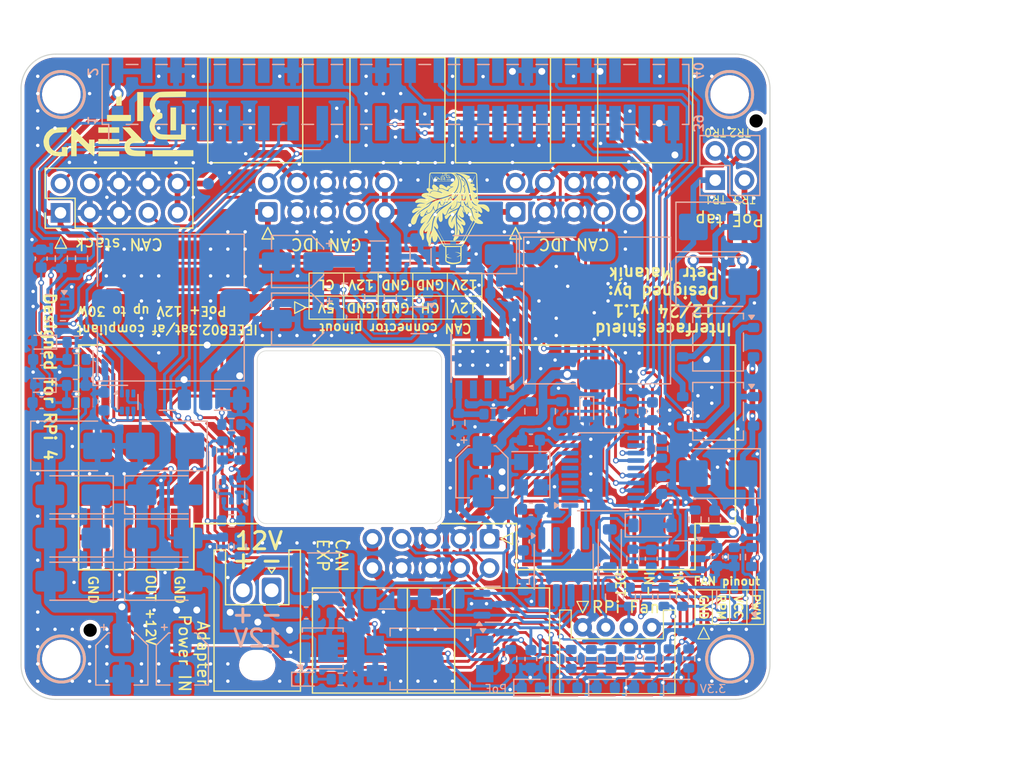
<source format=kicad_pcb>
(kicad_pcb (version 20240108) (generator "pcbnew") (generator_version "8.0")
  (title_block (title "Interface shield") (date "2024-06-08") (rev "${VERSION}") (company "TrendBit s.r.o.") (comment 1 "Designed by: Petr Malaník"))
  (layers (0 "F.Cu" signal) (31 "B.Cu" signal) (34 "B.Paste" user) (35 "F.Paste" user) (36 "B.SilkS" user "B.Silkscreen") (37 "F.SilkS" user "F.Silkscreen") (38 "B.Mask" user) (39 "F.Mask" user) (44 "Edge.Cuts" user))
  (property "VERSION" "1.1")
  (net 0 "")
  (net 1 "GND")
  (net 2 "/CAN_H")
  (net 3 "/CAN_L")
  (net 4 "Net-(J1-Pin_2)")
  (net 5 "Net-(U1-VIN+)")
  (net 6 "Net-(U1-VIN-)")
  (net 7 "Net-(J1-Pin_1)")
  (net 8 "+12V")
  (net 9 "+5V")
  (net 10 "VIN")
  (net 11 "Net-(D12-K)")
  (net 12 "Net-(U3-OSC1)")
  (net 13 "Net-(U3-OSC2)")
  (net 14 "/GPIO10(SPI0_MOSI)")
  (net 15 "/GPIO27(GEN2)")
  (net 16 "/GPIO6")
  (net 17 "/GPIO5")
  (net 18 "/GPIO4(GCLK)")
  (net 19 "/GPIO15(RXD0)")
  (net 20 "/GPIO13(PWM1)")
  (net 21 "/GPIO24(GEN5)")
  (net 22 "/GPIO26")
  (net 23 "/GPIO7(SPI1_CE_N)")
  (net 24 "/GPIO20(SPI1_MOSI)")
  (net 25 "/GPIO8(SPI0_CE_N)")
  (net 26 "/GPIO14(TXD0)")
  (net 27 "/GPIO22(GEN3)")
  (net 28 "/GPIO9(SPI0_MISO)")
  (net 29 "/GPIO18(GEN1)(PWM0)")
  (net 30 "/GPIO3(SCL1)")
  (net 31 "/GPIO17(GEN0)")
  (net 32 "/GPIO21(SPI1_SCK)")
  (net 33 "/GPIO2(SDA1)")
  (net 34 "/GPIO16")
  (net 35 "/GPIO25(GEN6)")
  (net 36 "/ID_SC")
  (net 37 "/ID_SD")
  (net 38 "/GPIO19(SPI1_MISO)")
  (net 39 "/GPIO23(GEN4)")
  (net 40 "/GPIO12(PWM0)")
  (net 41 "/GPIO11(SPI0_SCK)")
  (net 46 "Net-(U1-AT-DET)")
  (net 47 "/CAN/VREF")
  (net 48 "+3.3V")
  (net 49 "/PoE/TR00")
  (net 50 "/PoE/TR01")
  (net 51 "/PoE/TR03")
  (net 52 "/PoE/TR02")
  (net 53 "Net-(D3-+)")
  (net 54 "Net-(D3--)")
  (net 55 "Net-(D8-A)")
  (net 56 "Net-(D11-A)")
  (net 57 "Net-(D16-A)")
  (net 58 "Net-(D17-A)")
  (net 59 "Net-(D18-A)")
  (net 60 "Net-(D19-A)")
  (net 61 "Net-(F1-Pad2)")
  (net 62 "Net-(Q2-D)")
  (net 63 "Net-(Q1A-G)")
  (net 64 "Net-(Q1B-G)")
  (net 65 "Net-(U5-Rs)")
  (net 70 "Net-(U3-TXCAN)")
  (net 71 "Net-(U3-RXCAN)")
  (net 77 "+12V_PoE")
  (net 78 "Net-(C22-Pad1)")
  (net 79 "Net-(U6-BOOT)")
  (net 80 "Net-(D20-K)")
  (net 81 "Net-(R24-Pad1)")
  (net 82 "Net-(R30-Pad2)")
  (net 83 "/ADC/POE_SENSE")
  (net 85 "/Power supply/FB")
  (net 88 "/ADC/VIN_SENSE")
  (net 89 "/ADC/5V_SENSE")
  (net 90 "/ADC/CURRENT_SENSE")
  (net 91 "Net-(D21-K)")
  (net 92 "Net-(C23-Pad1)")
  (net 93 "/Fan/FAN_VCC")
  (net 94 "Net-(Q3A-D)")
  (net 95 "/Fan/FAN_PWR")
  (net 96 "Net-(Q3A-G)")
  (net 98 "Net-(D24-K)")
  (net 99 "Net-(D24-A)")
  (net 100 "Net-(U7--)")
  (net 101 "Net-(U7-+)")
  (net 102 "Net-(R43-Pad1)")
  (net 103 "Net-(U3-~{RESET})")
  (footprint "TCY_connectors:Hirose_DF3A-04P-2DS_1x04_P2.00mm_Horizontal" (layer "F.Cu") (at 151.75 112.25)
    (property "Reference" "J7" (hide yes))
    (property "Value" "DF3A-04P")
  )
  (footprint "Connector_IDC:IDC-Header_2x05_P2.54mm_Horizontal" (layer "F.Cu") (at 142.92 73.6975 90)
    (property "Reference" "J4" (hide yes))
    (property "Value" "HC-JN254-2-05-W")
  )
  (footprint "TCY_mechanical:ToolingHole_JLCPCB" (layer "F.Cu") (at 106 110)
    (property "Reference" "FID1" (hide yes))
    (property "Value" "TLH")
  )
  (footprint "Connector_PinHeader_2.54mm:PinHeader_2x05_P2.54mm_Vertical" (layer "F.Cu") (at 103.425 73.775 90)
    (property "Reference" "J2" (hide yes))
    (property "Value" "PH-00244")
  )
  (footprint "MountingHole:MountingHole_2.7mm_M2.5_DIN965" (layer "F.Cu") (at 103.5 112.5)
    (property "Reference" "MK3" (hide yes))
    (property "Value" "M2.5")
  )
  (footprint "TCY_modules:Silvertel-AG5300_Horizontal" (layer "F.Cu") (at 131 92.25)
    (property "Reference" "U1" (hide yes))
    (property "Value" "AG5300" (hide yes))
    (fp_line (start -10.5 7.7) (end -10.5 -5.7) (stroke (width 0.05)) (layer "Edge.Cuts"))
    (fp_line (start -9.7 -6.5) (end 4.7 -6.5) (stroke (width 0.05)) (layer "Edge.Cuts"))
    (fp_line (start 4.7 8.5) (end -9.7 8.5) (stroke (width 0.05)) (layer "Edge.Cuts"))
    (fp_line (start 5.5 -5.7) (end 5.5 7.7) (stroke (width 0.05)) (layer "Edge.Cuts"))
    (fp_arc (start -10.5 -5.7) (mid -10.265685 -6.265685) (end -9.7 -6.5) (stroke (width 0.05)) (layer "Edge.Cuts"))
    (fp_arc (start -9.7 8.5) (mid -10.265685 8.265685) (end -10.5 7.7) (stroke (width 0.05)) (layer "Edge.Cuts"))
    (fp_arc (start 4.7 -6.5) (mid 5.265685 -6.265685) (end 5.5 -5.7) (stroke (width 0.05)) (layer "Edge.Cuts"))
    (fp_arc (start 5.5 7.7) (mid 5.265685 8.265685) (end 4.7 8.5) (stroke (width 0.05)) (layer "Edge.Cuts"))
  )
  (footprint "MountingHole:MountingHole_2.7mm_M2.5_DIN965" (layer "F.Cu") (at 103.5 63.5)
    (property "Reference" "MK2" (hide yes))
    (property "Value" "M2.5")
  )
  (footprint "LOGO" (layer "F.Cu") (at 108.257463 65.919781 180)
    (property "Reference" "G***" (hide yes))
    (property "Value" "LOGO" (hide yes))
  )
  (footprint "MountingHole:MountingHole_2.7mm_M2.5_DIN965" (layer "F.Cu") (at 161.5 63.5)
    (property "Reference" "MK1" (hide yes))
    (property "Value" "M2.5")
  )
  (footprint "TCY_mechanical:ToolingHole_JLCPCB" (layer "F.Cu") (at 163.8 65.8)
    (property "Reference" "FID2" (hide yes))
    (property "Value" "TLH")
  )
  (footprint "LOGO" (layer "F.Cu") (at 137.275347 74.170091 180)
    (property "Reference" "G***" (hide yes))
    (property "Value" "LOGO" (hide yes))
  )
  (footprint "Connector_IDC:IDC-Header_2x05_P2.54mm_Horizontal" (layer "F.Cu") (at 121.42 73.6975 90)
    (property "Reference" "J5" (hide yes))
    (property "Value" "HC-JN254-2-05-W")
  )
  (footprint "TCY_modules:RPi_4" (layer "F.Cu") (at 142.5 88)
    (property "Reference" "N1" (hide yes))
    (property "Value" "RPI4_3C")
  )
  (footprint "Connector_IDC:IDC-Header_2x05_P2.54mm_Horizontal" (layer "F.Cu") (at 140.66 102.065 -90)
    (property "Reference" "J6" (hide yes))
    (property "Value" "HC-JN254-2-05-W")
  )
  (footprint "MountingHole:MountingHole_2.7mm_M2.5_DIN965" (layer "F.Cu") (at 161.5 112.5)
    (property "Reference" "MK4" (hide yes))
    (property "Value" "M2.5")
  )
  (footprint "TCY_connectors:TE_EP2.5_1744426-2_1x02_P2.50mm_Horizontal" (layer "F.Cu") (at 120.45 110.4375 -90)
    (property "Reference" "J1" (hide yes))
    (property "Value" "1744426-2")
  )
  (footprint "Package_TO_SOT_SMD:SOT-23-5" (layer "B.Cu") (at 157.6 103.8 180)
    (property "Reference" "U8" (hide yes))
    (property "Value" "74LVC1G17")
  )
  (footprint "Capacitor_SMD:C_0603_1608Metric" (layer "B.Cu") (at 144.25 112.5 90)
    (property "Reference" "C11" (hide yes))
    (property "Value" "10nF")
  )
  (footprint "Resistor_SMD:R_0603_1608Metric" (layer "B.Cu") (at 158.5 100.4 -90)
    (property "Reference" "R41" (hide yes))
    (property "Value" "10k")
  )
  (footprint "Capacitor_SMD:C_1206_3216Metric" (layer "B.Cu") (at 134.675 77.6 90)
    (property "Reference" "C16" (hide yes))
    (property "Value" "10uF/50V")
  )
  (footprint "Package_TO_SOT_SMD:TSOT-23-6" (layer "B.Cu") (at 161.9375 107.3 90)
    (property "Reference" "Q3" (hide yes))
    (property "Value" "DMC3071")
  )
  (footprint "Resistor_SMD:R_0603_1608Metric" (layer "B.Cu") (at 141 91.25 180)
    (property "Reference" "R24" (hide yes))
    (property "Value" "10k")
  )
  (footprint "Diode_SMD:D_SOD-523" (layer "B.Cu") (at 124.75 114.25)
    (property "Reference" "D8" (hide yes))
    (property "Value" "MM5Z5V1")
  )
  (footprint "Resistor_SMD:R_1210_3225Metric" (layer "B.Cu") (at 131 77.575)
    (property "Reference" "R26" (hide yes))
    (property "Value" "10mR/0.5W")
  )
  (footprint "Package_SO:SOIC-8_3.9x4.9mm_P1.27mm" (layer "B.Cu") (at 147.1 104.5 -90)
    (property "Reference" "U5" (hide yes))
    (property "Value" "SN65HVD230")
  )
  (footprint "Resistor_SMD:R_0603_1608Metric" (layer "B.Cu") (at 127.75 114.25)
    (property "Reference" "R7" (hide yes))
    (property "Value" "100k")
  )
  (footprint "LED_SMD:LED_0603_1608Metric" (layer "B.Cu") (at 154 115)
    (property "Reference" "D18" (hide yes))
    (property "Value" "RED")
  )
  (footprint "Inductor_SMD:L_0603_1608Metric" (layer "B.Cu") (at 160.2 100.4 -90)
    (property "Reference" "FB1" (hide yes))
    (property "Value" "10R@100MHz")
  )
  (footprint "Resistor_SMD:R_0603_1608Metric" (layer "B.Cu") (at 103.5 77.75 -90)
    (property "Reference" "R23" (hide yes))
    (property "Value" "4.7k")
  )
  (footprint "Fuse:Fuse_1812_4532Metric" (layer "B.Cu") (at 126.25 105)
    (property "Reference" "F1" (hide yes))
    (property "Value" "3A")
  )
  (footprint "Package_TO_SOT_SMD:SOT-363_SC-70-6" (layer "B.Cu") (at 134.55 83.1 180)
    (property "Reference" "U7" (hide yes))
    (property "Value" "INA213")
  )
  (footprint "Resistor_SMD:R_0603_1608Metric" (layer "B.Cu") (at 104.825 86.5 180)
    (property "Reference" "R8" (hide yes))
    (property "Value" "100k")
  )
  (footprint "LED_SMD:LED_0603_1608Metric" (layer "B.Cu") (at 157.25 115)
    (property "Reference" "D19" (hide yes))
    (property "Value" "RED")
  )
  (footprint "Capacitor_SMD:C_0603_1608Metric" (layer "B.Cu") (at 131.25 83.5)
    (property "Reference" "C19" (hide yes))
    (property "Value" "100nF")
  )
  (footprint "Connector_PinSocket_2.54mm:PinSocket_2x02_P2.54mm_Vertical" (layer "B.Cu") (at 160.25 70.94 -90)
    (property "Reference" "J3" (hide yes))
    (property "Value" "FH-00221")
  )
  (footprint "Resistor_SMD:R_0603_1608Metric" (layer "B.Cu") (at 130.35 81.1 -90)
    (property "Reference" "R28" (hide yes))
    (property "Value" "10R")
  )
  (footprint "Inductor_SMD:L_TDK_SLF12565" (layer "B.Cu") (at 150 82.25 -90)
    (property "Reference" "L2" (hide yes))
    (property "Value" "22uH/3A")
  )
  (footprint "Resistor_SMD:R_1206_3216Metric" (layer "B.Cu") (at 136.4625 107.25 180)
    (property "Reference" "R14" (hide yes))
    (property "Value" "60R")
  )
  (footprint "Capacitor_SMD:C_1206_3216Metric" (layer "B.Cu") (at 112.7 90)
    (property "Reference" "C5" (hide yes))
    (property "Value" "10uF/50V")
  )
  (footprint "Package_DFN_QFN:Texas_UQFN-10_1.5x2mm_P0.5mm" (layer "B.Cu") (at 103 82 180)
    (property "Reference" "U4" (hide yes))
    (property "Value" "TLA2024")
  )
  (footprint "Capacitor_SMD:C_0603_1608Metric" (layer "B.Cu") (at 144.25 93.5 180)
    (property "Reference" "C8" (hide yes))
    (property "Value" "10pF")
  )
  (footprint "Diode_SMD:D_SOD-123" (layer "B.Cu") (at 151.1 102.9 90)
    (property "Reference" "D24" (hide yes))
    (property "Value" "B5817W")
  )
  (footprint "Capacitor_SMD:C_0603_1608Metric" (layer "B.Cu") (at 128.75 82.8 -90)
    (property "Reference" "C25" (hide yes))
    (property "Value" "1uF")
  )
  (footprint "Resistor_SMD:R_0603_1608Metric" (layer "B.Cu") (at 157.4 107.1 90)
    (property "Reference" "R36" (hide yes))
    (property "Value" "10k")
  )
  (footprint "Diode_SMD:D_SMA" (layer "B.Cu") (at 104.5 102 180)
    (property "Reference" "D13" (hide yes))
    (property "Value" "SS34")
  )
  (footprint "Resistor_SMD:R_0603_1608Metric" (layer "B.Cu") (at 154.55 112.45 -90)
    (property "Reference" "R45" (hide yes))
    (property "Value" "4.7k")
  )
  (footprint "Capacitor_SMD:CP_Elec_4x5.4" (layer "B.Cu") (at 114 112.5 -90)
    (property "Reference" "C3" (hide yes))
    (property "Value" "10uF/25V")
  )
  (footprint "Resistor_SMD:R_0603_1608Metric" (layer "B.Cu") (at 105.25 77.75 -90)
    (property "Reference" "R18" (hide yes))
    (property "Value" "4.7k")
  )
  (footprint "LED_SMD:LED_0603_1608Metric" (layer "B.Cu") (at 150.75 115)
    (property "Reference" "D17" (hide yes))
    (property "Value" "RED")
  )
  (footprint "Resistor_SMD:R_0603_1608Metric" (layer "B.Cu") (at 149.5 112.5 -90)
    (property "Reference" "R19" (hide yes))
    (property "Value" "4.7k")
  )
  (footprint "Resistor_SMD:R_0603_1608Metric" (layer "B.Cu") (at 154.3 107.1 90)
    (property "Reference" "R35" (hide yes))
    (property "Value" "0R")
  )
  (footprint "Capacitor_SMD:C_0603_1608Metric" (layer "B.Cu") (at 101.775 90.25 180)
    (property "Reference" "C2" (hide yes))
    (property "Value" "1uF")
  )
  (footprint "Diode_SMD:D_SOD-523" (layer "B.Cu") (at 149.1 91 -90)
    (property "Reference" "D22" (hide yes))
    (property "Value" "MM5Z5V1")
  )
  (footprint "Package_SO:SSO-4_6.7x5.1mm_P2.54mm_Clearance8mm" (layer "B.Cu") (at 135.5 112.5 180)
    (property "Reference" "U2" (hide yes))
    (property "Value" "FOD817S")
  )
  (footprint "Diode_SMD:D_SOD-523" (layer "B.Cu") (at 101.825 85 180)
    (property "Reference" "D10" (hide yes))
    (property "Value" "MM5Z5V1")
  )
  (footprint "Package_TO_SOT_SMD:SOT-23" (layer "B.Cu") (at 140.9375 107.75)
    (property "Reference" "D23" (hide yes))
    (property "Value" "PSM712-LF-T7")
  )
  (footprint "Diode_SMD:D_SMB" (layer "B.Cu") (at 160.5 79.75)
    (property "Reference" "D2" (hide yes))
    (property "Value" "SMBJ58CA")
  )
  (footprint "LED_SMD:LED_0603_1608Metric" (layer "B.Cu") (at 144.25 115)
    (property "Reference" "D11" (hide yes))
    (property "Value" "RED")
  )
  (footprint "Capacitor_SMD:CP_Elec_4x5.4" (layer "B.Cu") (at 108.75 112.5 -90)
    (property "Reference" "C21" (hide yes))
    (property "Value" "10uF/25V")
  )
  (footprint "Resistor_SMD:R_0603_1608Metric" (layer "B.Cu") (at 153 91 -90)
    (property "Reference" "R32" (hide yes))
    (property "Value" "10k")
  )
  (footprint "Capacitor_SMD:C_0603_1608Metric" (layer "B.Cu") (at 144.25 99.5)
    (property "Reference" "C9" (hide yes))
    (property "Value" "10pF")
  )
  (footprint "Capacitor_SMD:C_1206_3216Metric" (layer "B.Cu") (at 117.5 90)
    (property "Reference" "C6" (hide yes))
    (property "Value" "10uF/50V")
  )
  (footprint "Resistor_SMD:R_0603_1608Metric" (layer "B.Cu") (at 143.6 105.75 -90)
    (property "Reference" "R17" (hide yes))
    (property "Value" "1k")
  )
  (footprint "Capacitor_SMD:CP_Elec_4x5.4" (layer "B.Cu") (at 124 78 180)
    (property "Reference" "C7" (hide yes))
    (property "Value" "10uF/25V")
  )
  (footprint "Package_TO_SOT_SMD:SOT-563" (layer "B.Cu") (at 109.25 90.2 -90)
    (property "Reference" "U9" (hide yes))
    (property "Value" "TMP102xxDRL")
  )
  (footprint "Diode_SMD:D_SMA" (layer "B.Cu") (at 112.5 105.75)
    (property "Reference" "D25" (hide yes))
    (property "Value" "SS34")
  )
  (footprint "Resistor_SMD:R_0603_1608Metric" (layer "B.Cu") (at 155.6 94.25 -90)
    (property "Reference" "R44" (hide yes))
    (property "Value" "10k")
  )
  (footprint "Capacitor_SMD:C_0603_1608Metric" (layer "B.Cu") (at 101.825 86.5 180)
    (property "Reference" "C4" (hide yes))
    (property "Value" "1uF")
  )
  (footprint "Resistor_SMD:R_0603_1608Metric" (layer "B.Cu") (at 119 102.75 90)
    (property "Reference" "R11" (hide yes))
    (property "Value" "10k")
  )
  (footprint "Resistor_SMD:R_0603_1608Metric" (layer "B.Cu") (at 161.9 103.65 90)
    (property "Reference" "R38" (hide yes))
    (property "Value" "10k")
  )
  (footprint "Inductor_SMD:L_0603_1608Metric" (layer "B.Cu") (at 127.75 108.5 180)
    (property "Reference" "FB3" (hide yes))
    (property "Value" "10R@100MHz")
  )
  (footprint "Package_TO_SOT_SMD:TO-269AA" (layer "B.Cu") (at 160.5 85 180)
    (property "Reference" "D3" (hide yes))
    (property "Value" "MB26S")
  )
  (footprint "Inductor_SMD:L_TDK_SLF12565" (layer "B.Cu") (at 113 82)
    (property "Reference" "L1" (hide yes))
    (property "Value" "22uH/3A")
  )
  (footprint "Resistor_SMD:R_0603_1608Metric" (layer "B.Cu") (at 152.85 112.45 -90)
    (property "Reference" "R33" (hide yes))
    (property "Value" "4.7k")
  )
  (footprint "Resistor_SMD:R_0603_1608Metric" (layer "B.Cu") (at 142.5 112.5 90)
    (property "Reference" "R1" (hide yes))
    (property "Value" "10k")
  )
  (footprint "Capacitor_SMD:C_0603_1608Metric" (layer "B.Cu") (at 101.75 77.75 90)
    (property "Reference" "C14" (hide yes))
    (property "Value" "100nF")
  )
  (footprint "Diode_SMD:D_SMA" (layer "B.Cu") (at 104.5 105.75 180)
    (property "Reference" "D26" (hide yes))
    (property "Value" "SS34")
  )
  (footprint "Capacitor_SMD:CP_Elec_4x5.4" (layer "B.Cu") (at 124 83 180)
    (property "Reference" "C22" (hide yes))
    (property "Value" "10uF/25V")
  )
  (footprint "Resistor_SMD:R_0603_1608Metric" (layer "B.Cu") (at 163.4 103.65 90)
    (property "Reference" "R37" (hide yes))
    (property "Value" "10R")
  )
  (footprint "Resistor_SMD:R_1206_3216Metric" (layer "B.Cu") (at 131.75 107.25 180)
    (property "Reference" "R16" (hide yes))
    (property "Value" "60R")
  )
  (footprint "Resistor_SMD:R_0603_1608Metric" (layer "B.Cu") (at 152.8 107.1 -90)
    (property "Reference" "R40" (hide yes))
    (property "Value" "0R")
  )
  (footprint "Fiducial:Fiducial_1mm_Mask2mm" (layer "B.Cu") (at 116.25 71.25 180)
    (property "Reference" "FID3" (hide yes))
    (property "Value" "0.5/1mm")
  )
  (footprint "Capacitor_SMD:C_0603_1608Metric" (layer "B.Cu") (at 134.55 80.7 180)
    (property "Reference" "C18" (hide yes))
    (property "Value" "100nF")
  )
  (footprint "Resistor_SMD:R_0603_1608Metric" (layer "B.Cu") (at 157.95 112.45 -90)
    (property "Reference" "R21" (hide yes))
    (property "Value" "270R")
  )
  (footprint "Diode_SMD:D_SMA" (layer "B.Cu") (at 112.5 98.25)
    (property "Reference" "D15" (hide yes))
    (property "Value" "SS34")
  )
  (footprint "Resistor_SMD:R_0603_1608Metric" (layer "B.Cu") (at 104.825 85)
    (property "Reference" "R9" (hide yes))
    (property "Value" "10k")
  )
  (footprint "Resistor_SMD:R_0603_1608Metric" (layer "B.Cu") (at 117.5 102.75 -90)
    (property "Reference" "R10" (hide yes))
    (property "Value" "10R")
  )
  (footprint "Diode_SMD:D_SMB" (layer "B.Cu") (at 112.5 94 180)
    (property "Reference" "D9" (hide yes))
    (property "Value" "SMBJ13CA")
  )
  (footprint "Resistor_SMD:R_0603_1608Metric" (layer "B.Cu") (at 132.05 81.1 -90)
    (property "Reference" "R27" (hide yes))
    (property "Value" "10R")
  )
  (footprint "Diode_SMD:D_SMB" (layer "B.Cu") (at 160.5 96.4 180)
    (property "Reference" "D5" (hide yes))
    (property "Value" "SMBJ58CA")
  )
  (footprint "Package_SON:Diodes_PowerDI3333-8" (layer "B.Cu") (at 126.185 111.58)
    (property "Reference" "Q2" (hide yes))
    (property "Value" "DMP4025")
  )
  (footprint "Resistor_SMD:R_0603_1608Metric" (layer "B.Cu") (at 155.8 107.1 90)
    (property "Reference" "R34" (hide yes))
    (property "Value" "0R")
  )
  (footprint "Diode_SMD:D_SOD-123" (layer "B.Cu") (at 154.8 100.9)
    (property "Reference" "D21" (hide yes))
    (property "Value" "B5817W")
  )
  (footprint "Resistor_SMD:R_0603_1608Metric" (layer "B.Cu") (at 144.25 91 90)
    (property "Reference" "R29" (hide yes))
    (property "Value" "4.7k")
  )
  (footprint "Package_SO:TSSOP-20_4.4x6.5mm_P0.65mm" (layer "B.Cu") (at 150.5 96.25)
    (property "Reference" "U3" (hide yes))
    (property "Value" "MCP2515-I/ST")
  )
  (footprint "Diode_SMD:D_SMA" (layer "B.Cu") (at 104.5 98.25 180)
    (property "Reference" "D12" (hide yes))
    (property "Value" "SS34")
  )
  (footprint "Diode_SMD:D_SMA" (layer "B.Cu") (at 112.5 102)
    (property "Reference" "D14" (hide yes))
    (property "Value" "SS34")
  )
  (footprint "Inductor_SMD:L_0603_1608Metric" (layer "B.Cu") (at 163.4 100.4 -90)
    (property "Reference" "FB2" (hide yes))
    (property "Value" "10R@100MHz")
  )
  (footprint "Resistor_SMD:R_0603_1608Metric" (layer "B.Cu") (at 147.75 112.5 -90)
    (property "Reference" "R15" (hide yes))
    (property "Value" "4.7k")
  )
  (footprint "Resistor_SMD:R_0603_1608Metric" (layer "B.Cu") (at 146 112.5 -90)
    (property "Reference" "R13" (hide yes))
    (property "Value" "4.7k")
  )
  (footprint "Capacitor_SMD:CP_Elec_4x5.4" (layer "B.Cu") (at 140 96.25 -90)
    (property "Reference" "C17" (hide yes))
    (property "Value" "10uF/25V")
  )
  (footprint "Resistor_SMD:R_0603_1608Metric" (layer "B.Cu") (at 104.775 90.25 180)
    (property "Reference" "R2" (hide yes))
    (property "Value" "100k")
  )
  (footprint "Capacitor_SMD:C_0603_1608Metric" (layer "B.Cu") (at 107.2 90.15 90)
    (property "Reference" "C1" (hide yes))
    (property "Value" "100nF")
  )
  (footprint "Diode_SMD:D_SMB" (layer "B.Cu") (at 104.5 94)
    (property "Reference" "D6" (hide yes))
    (property "Value" "SMBJ13CA")
  )
  (footprint "Capacitor_SMD:C_0603_1608Metric" (layer "B.Cu") (at 160.4 103.65 -90)
    (property "Reference" "C23" (hide yes))
    (property "Value" "100nF")
  )
  (footprint "Resistor_SMD:R_0603_1608Metric" (layer "B.Cu") (at 138 92 -90)
    (property "Reference" "R25" (hide yes))
    (property "Value" "4.7k")
  )
  (footprint "Capacitor_SMD:C_0603_1608Metric" (layer "B.Cu") (at 155.6 97.4 90)
    (property "Reference" "C13" (hide yes))
    (property "Value" "100nF")
  )
  (footprint "Inductor_SMD:L_0603_1608Metric" (layer "B.Cu") (at 124.75 108.5)
    (property "Reference" "FB4" (hide yes))
    (property "Value" "10R@100MHz")
  )
  (footprint "Package_TO_SOT_SMD:TO-269AA" (layer "B.Cu") (at 160.5 91 180)
    (property "Reference" "D4" (hide yes))
    (property "Value" "MB26S")
  )
  (footprint "Package_SO:TI_SO-PowerPAD-8_ThermalVias" (layer "B.Cu") (at 139.9 86.4 90)
    (property "Reference" "U6" (hide yes))
    (property "Value" "TPS5430DDA")
  )
  (footprint "Package_TO_SOT_SMD:SOT-363_SC-70-6" (layer "B.Cu") (at 118.25 97.825 90)
    (property "Reference" "Q1" (hide yes))
    (property "Value" "DMN63D8LDW")
  )
  (footprint "Resistor_SMD:R_0603_1608Metric" (layer "B.Cu") (at 128.1 80.4 180)
    (property "Reference" "R43" (hide yes))
    (property "Value" "100k")
  )
  (footprint "Resistor_SMD:R_0603_1608Metric" (layer "B.Cu") (at 118.25 100.5)
    (property "Reference" "R12" (hide yes))
    (property "Value" "10k")
  )
  (footprint "Diode_SMD:D_SMA" (layer "B.Cu") (at 139.5 77.4 180)
    (property "Reference" "D20" (hide yes))
    (property "Value" "SS34")
  )
  (footprint "Diode_SMD:D_SMB" (layer "B.Cu") (at 160.5 75)
    (property "Reference" "D1" (hide yes))
    (property "Value" "SMBJ58CA")
  )
  (footprint "Capacitor_SMD:C_0603_1608Metric" (layer "B.Cu") (at 141.5 80.75 180)
    (property "Reference" "C15" (hide yes))
    (property "Value" "10nF")
  )
  (footprint "Resistor_SMD:R_0603_1608Metric" (layer "B.Cu") (at 151.25 107.1 -90)
    (property "Reference" "R39" (hide yes))
    (property "Value" "0R")
  )
  (footprint "Capacitor_SMD:C_0603_1608Metric" (layer "B.Cu") (at 143.6 102.3 90)
    (property "Reference" "C12" (hide yes))
    (property "Value" "100nF")
  )
  (footprint "Diode_SMD:D_SOD-523" (layer "B.Cu") (at 101.775 88.75 180)
    (property "Reference" "D7" (hide yes))
    (property "Value" "MM5Z5V1")
  )
  (footprint "Resistor_SMD:R_0603_1608Metric" (layer "B.Cu") (at 151.2 91 90)
    (property "Reference" "R31" (hide yes))
    (property "Value" "10k")
  )
  (footprint "LED_SMD:LED_0603_1608Metric" (layer "B.Cu") (at 147.5 115)
    (property "Reference" "D16" (hide yes))
    (property "Value" "RED")
  )
  (footprint "Resistor_SMD:R_0603_1608Metric" (layer "B.Cu") (at 151.2 112.5 -90)
    (property "Reference" "R22" (hide yes))
    (property "Value" "4.7k")
  )
  (footprint "Capacitor_SMD:C_0603_1608Metric" (layer "B.Cu") (at 154.7 103.8 -90)
    (property "Reference" "C24" (hide yes))
    (property "Value" "100nF")
  )
  (footprint "Resistor_SMD:R_0603_1608Metric" (layer "B.Cu") (at 153.1 103.8 90)
    (property "Reference" "R42" (hide yes))
    (property "Value" "10k")
  )
  (footprint "Resistor_SMD:R_0603_1608Metric" (layer "B.Cu") (at 119 94.4 90)
    (property "Reference" "R5" (hide yes))
    (property "Value" "10k")
  )
  (footprint "Resistor_SMD:R_0603_1608Metric" (layer "B.Cu") (at 117.5 94.4 -90)
    (property "Reference" "R4" (hide yes))
    (property "Value" "10R")
  )
  (footprint "Capacitor_SMD:C_0603_1608Metric" (layer "B.Cu") (at 154.8 91 -90)
    (property "Reference" "C10" (hide yes))
    (property "Value" "1uF")
  )
  (footprint "Connector_PinSocket_2.54mm:PinSocket_2x20_P2.54mm_Vertical_SMD" (layer "B.Cu") (at 132.5 63.5 -90)
    (property "Reference" "P1" (hide yes))
    (property "Value" "PM254-2-20-S-8.5")
  )
  (footprint "Resistor_SMD:R_0603_1608Metric" (layer "B.Cu") (at 104.775 88.75)
    (property "Reference" "R3" (hide yes))
    (property "Value" "10k")
  )
  (footprint "Resistor_SMD:R_0603_1608Metric" (layer "B.Cu") (at 156.25 112.45 -90)
    (property "Reference" "R20" (hide yes))
    (property "Value" "270R")
  )
  (footprint "Crystal:Crystal_SMD_Abracon_ABM8G-4Pin_3.2x2.5mm" (layer "B.Cu") (at 144.25 96.5 -90)
    (property "Reference" "Y2" (hide yes))
    (property "Value" "12MHz")
  )
  (footprint "Resistor_SMD:R_0603_1608Metric" (layer "B.Cu") (at 118.25 92.15)
    (property "Reference" "R6" (hide yes))
    (property "Value" "10k")
  )
  (footprint "Resistor_SMD:R_0603_1608Metric" (layer "B.Cu") (at 146.9 91 -90)
    (property "Reference" "R30" (hide yes))
    (property "Value" "10k")
  )
  (gr_circle (center 161.5 112.5) (end 163.5 112.5) (stroke (width 0.25)) (fill none) (layer "B.SilkS"))
  (gr_circle (center 161.5 63.5) (end 163.5 63.5) (stroke (width 0.25)) (fill none) (layer "B.SilkS"))
  (gr_circle (center 103.5 63.5) (end 105.5 63.5) (stroke (width 0.25)) (fill none) (layer "B.SilkS"))
  (gr_circle (center 103.5 112.5) (end 105.5 112.5) (stroke (width 0.25)) (fill none) (layer "B.SilkS"))
  (gr_line (start 159.25 109.75) (end 158.75 110.75) (stroke (width 0.1)) (layer "F.SilkS"))
  (gr_circle (center 103.5 112.5) (end 101.5 112.5) (stroke (width 0.25)) (fill none) (layer "F.SilkS"))
  (gr_circle (center 103.5 63.5) (end 101.5 63.5) (stroke (width 0.25)) (fill none) (layer "F.SilkS"))
  (gr_rect (start 158.5 106.5) (end 164.5 109.5) (stroke (width 0.1)) (fill none) (layer "F.SilkS"))
  (gr_line (start 160 109.5) (end 160 106.5) (stroke (width 0.1)) (layer "F.SilkS"))
  (gr_line (start 148.25 107.5) (end 149.25 107.5) (stroke (width 0.1)) (layer "F.SilkS"))
  (gr_circle (center 161.5 112.5) (end 159.5 112.5) (stroke (width 0.25)) (fill none) (layer "F.SilkS"))
  (gr_circle (center 161.5 63.5) (end 159.5 63.5) (stroke (width 0.25)) (fill none) (layer "F.SilkS"))
  (gr_line (start 159.75 110.75) (end 159.25 109.75) (stroke (width 0.1)) (layer "F.SilkS"))
  (gr_line (start 123.75 82.5) (end 123.75 81.5) (stroke (width 0.1)) (layer "F.SilkS"))
  (gr_line (start 148.25 107.5) (end 148.75 108.5) (stroke (width 0.1)) (layer "F.SilkS"))
  (gr_line (start 159.75 110.75) (end 158.75 110.75) (stroke (width 0.1)) (layer "F.SilkS"))
  (gr_line (start 103.95 76.85) (end 103.45 75.85) (stroke (width 0.1)) (layer "F.SilkS"))
  (gr_line (start 125 81) (end 140 81) (stroke (width 0.1)) (layer "F.SilkS"))
  (gr_line (start 123.75 82.5) (end 124.75 82) (stroke (width 0.1)) (layer "F.SilkS"))
  (gr_line (start 163 106.5) (end 163 109.5) (stroke (width 0.1)) (layer "F.SilkS"))
  (gr_line (start 161.5 109.5) (end 161.5 106.5) (stroke (width 0.1)) (layer "F.SilkS"))
  (gr_line (start 148.75 108.5) (end 149.25 107.5) (stroke (width 0.1)) (layer "F.SilkS"))
  (gr_line (start 128 83) (end 128 79) (stroke (width 0.1)) (layer "F.SilkS"))
  (gr_line (start 131 83) (end 131 79) (stroke (width 0.1)) (layer "F.SilkS"))
  (gr_line (start 137 83) (end 137 79) (stroke (width 0.1)) (layer "F.SilkS"))
  (gr_line (start 103.45 75.85) (end 102.95 76.85) (stroke (width 0.1)) (layer "F.SilkS"))
  (gr_rect (start 125 79) (end 140 83) (stroke (width 0.1)) (fill none) (layer "F.SilkS"))
  (gr_line (start 124.75 82) (end 123.75 81.5) (stroke (width 0.1)) (layer "F.SilkS"))
  (gr_line (start 103.95 76.85) (end 102.95 76.85) (stroke (width 0.1)) (layer "F.SilkS"))
  (gr_line (start 134 79) (end 134 83) (stroke (width 0.1)) (layer "F.SilkS"))
  (gr_line (start 100 63) (end 100 113) (stroke (width 0.1)) (layer "Edge.Cuts"))
  (gr_arc (start 162 60) (mid 164.12132 60.87868) (end 165 63) (stroke (width 0.1)) (layer "Edge.Cuts"))
  (gr_arc (start 103 116) (mid 100.87868 115.12132) (end 100 113) (stroke (width 0.1)) (layer "Edge.Cuts"))
  (gr_arc (start 100 63) (mid 100.87868 60.87868) (end 103 60) (stroke (width 0.1)) (layer "Edge.Cuts"))
  (gr_arc (start 165 113) (mid 164.12132 115.12132) (end 162 116) (stroke (width 0.1)) (layer "Edge.Cuts"))
  (gr_line (start 162 60) (end 103 60) (stroke (width 0.1)) (layer "Edge.Cuts"))
  (gr_line (start 103 116) (end 162 116) (stroke (width 0.1)) (layer "Edge.Cuts"))
  (gr_line (start 165 113) (end 165 63) (stroke (width 0.1)) (layer "Edge.Cuts"))
  (gr_text "12V" (at 120.5 110.7 0) (layer "B.SilkS") (effects (font (size 1.5 1.5) (thickness 0.25) (bold yes)) (justify mirror)))
  (gr_text "PoE" (at 142.25 115.5 0) (layer "B.SilkS") (effects (font (size 0.7 0.7) (thickness 0.1)) (justify left bottom mirror)))
  (gr_text "2" (at 106.2 61.55 -90) (layer "B.SilkS") (effects (font (size 0.8 0.8) (thickness 0.15) (bold yes)) (justify mirror)))
  (gr_text "39" (at 158.75 66 270) (layer "B.SilkS") (effects (font (size 0.8 0.8) (thickness 0.15) (bold yes)) (justify mirror)))
  (gr_text "1" (at 106.2 65.75 -90) (layer "B.SilkS") (effects (font (size 0.8 0.8) (thickness 0.15) (bold yes)) (justify mirror)))
  (gr_text "-" (at 121.75 108.6 -0) (layer "B.SilkS") (effects (font (size 1.5 1.5) (thickness 0.25) (bold yes)) (justify mirror)))
  (gr_text "+" (at 119.25 108.6 -0) (layer "B.SilkS") (effects (font (size 1.5 1.5) (thickness 0.25) (bold yes)) (justify mirror)))
  (gr_text "40" (at 158.75 61.45 270) (layer "B.SilkS") (effects (font (size 0.8 0.8) (thickness 0.15) (bold yes)) (justify mirror)))
  (gr_text "3.3V" (at 161.25 115.5 0) (layer "B.SilkS") (effects (font (size 0.7 0.7) (thickness 0.1)) (justify left bottom mirror)))
  (gr_text "RPM" (at 160.75 108 -90) (layer "F.SilkS") (effects (font (size 0.7 0.7) (thickness 0.15) (bold yes))))
  (gr_text "GND" (at 129.5 82 180) (layer "F.SilkS") (effects (font (size 0.8 0.8) (thickness 0.15) (bold yes))))
  (gr_text "FAN pinout" (at 161.25 105.75 0) (layer "F.SilkS") (effects (font (size 0.7 0.7) (thickness 0.15) (bold yes))))
  (gr_text "CAN\nEXP" (at 127 103.5 270) (layer "F.SilkS") (effects (font (size 1 1))))
  (gr_text "TR3" (at 162.8 72.6 180) (layer "F.SilkS") (effects (font (size 0.7 0.7) (thickness 0.1))))
  (gr_text "-" (at 121.75 103.9 0) (layer "F.SilkS") (effects (font (size 1.5 1.5) (thickness 0.25) (bold yes))))
  (gr_text "CAN connector pinout" (at 132.5 83.8 180) (layer "F.SilkS") (effects (font (size 0.8 0.8) (thickness 0.15) (bold yes))))
  (gr_text "GND" (at 106.25 106.5 270) (layer "F.SilkS") (effects (font (size 0.8 0.8) (thickness 0.15) (bold yes))))
  (gr_text "Designed for RPi 4" (at 102.5 88 270) (layer "F.SilkS") (effects (font (size 1 1) (thickness 0.2) (bold yes))))
  (gr_text "TR1" (at 160.25 72.6 180) (layer "F.SilkS") (effects (font (size 0.7 0.7) (thickness 0.1))))
  (gr_text "PoE tap" (at 161.5 74.4 180) (layer "F.SilkS") (effects (font (size 1 1))))
  (gr_text "+" (at 119.3 103.9 0) (layer "F.SilkS") (effects (font (size 1.5 1.5) (thickness 0.25) (bold yes))))
  (gr_text "12V" (at 120.65 102.25 0) (layer "F.SilkS") (effects (font (size 1.5 1.5) (thickness 0.25) (bold yes))))
  (gr_text "5V" (at 126.5 82 180) (layer "F.SilkS") (effects (font (size 0.8 0.8) (thickness 0.15) (bold yes))))
  (gr_text "GND" (at 135.5 80 180) (layer "F.SilkS") (effects (font (size 0.8 0.8) (thickness 0.15) (bold yes))))
  (gr_text "Interface shield\n12/24 v${VERSION}\nDesigned by:\nPetr Malaník" (at 155.75 81.45 180) (layer "F.SilkS") (effects (font (size 1 1) (thickness 0.2) (bold yes))))
  (gr_text "GND" (at 132.5 80 180) (layer "F.SilkS") (effects (font (size 0.8 0.8) (thickness 0.15) (bold yes))))
  (gr_text "DET" (at 152 106 270) (layer "F.SilkS") (effects (font (size 0.8 0.8) (thickness 0.15) (bold yes))))
  (gr_text "RPi Fan" (at 152.5 108 0) (layer "F.SilkS") (effects (font (size 1 1))))
  (gr_text "IN-" (at 154.5 106 270) (layer "F.SilkS") (effects (font (size 0.8 0.8) (thickness 0.15) (bold yes))))
  (gr_text "12V" (at 138.5 82 180) (layer "F.SilkS") (effects (font (size 0.8 0.8) (thickness 0.15) (bold yes))))
  (gr_text "CAN IDC" (at 126.5 76.5 180) (layer "F.SilkS") (effects (font (size 1 1))))
  (gr_text "CL" (at 126.5 80 180) (layer "F.SilkS") (effects (font (size 0.8 0.8) (thickness 0.15) (bold yes))))
  (gr_text "IN+" (at 157 106 270) (layer "F.SilkS") (effects (font (size 0.8 0.8) (thickness 0.15) (bold yes))))
  (gr_text "TR0" (at 160.25 66.8 180) (layer "F.SilkS") (effects (font (size 0.7 0.7) (thickness 0.1))))
  (gr_text "CAN stack" (at 108.5 76.5 180) (layer "F.SilkS") (effects (font (size 1 1))))
  (gr_text "GND" (at 159.25 108 -90) (layer "F.SilkS") (effects (font (size 0.7 0.7) (thickness 0.15) (bold yes))))
  (gr_text "PoE+ 12V up to 30W" (at 111.35 82.3 180) (layer "F.SilkS") (effects (font (size 0.8 0.8) (thickness 0.15) (bold yes))))
  (gr_text "IEEE802.3at/af compliant" (at 112.7 83.9 180) (layer "F.SilkS") (effects (font (size 0.8 0.8) (thickness 0.15) (bold yes))))
  (gr_text "GND" (at 132.5 82 180) (layer "F.SilkS") (effects (font (size 0.8 0.8) (thickness 0.15) (bold yes))))
  (gr_text "12V" (at 129.5 80 180) (layer "F.SilkS") (effects (font (size 0.8 0.8) (thickness 0.15) (bold yes))))
  (gr_text "CH" (at 135.5 82 180) (layer "F.SilkS") (effects (font (size 0.8 0.8) (thickness 0.15) (bold yes))))
  (gr_text "CAN IDC" (at 148 76.5 180) (layer "F.SilkS") (effects (font (size 1 1))))
  (gr_text "12V" (at 138.5 80 180) (layer "F.SilkS") (effects (font (size 0.8 0.8) (thickness 0.15) (bold yes))))
  (gr_text "PWM" (at 163.75 108 -90) (layer "F.SilkS") (effects (font (size 0.7 0.7) (thickness 0.15) (bold yes))))
  (gr_text "TR2" (at 162.4 66.8 180) (layer "F.SilkS") (effects (font (size 0.7 0.7) (thickness 0.1))))
  (gr_text "Adapter\nPower IN" (at 115 112 -90) (layer "F.SilkS") (effects (font (size 1 1))))
  (gr_text "GND" (at 113.75 106.5 270) (layer "F.SilkS") (effects (font (size 0.8 0.8) (thickness 0.15) (bold yes))))
  (gr_text "VCC" (at 162.25 108 -90) (layer "F.SilkS") (effects (font (size 0.7 0.7) (thickness 0.15) (bold yes))))
  (gr_text "OUT +12V" (at 111.25 108.25 270) (layer "F.SilkS") (effects (font (size 0.8 0.8) (thickness 0.15) (bold yes))))
  (segment (start 138.12 103.295) (end 138.125 103.3) (width 0.25) (layer "F.Cu") (net 1))
  (segment (start 138.12 102.065) (end 138.12 103.295) (width 0.25) (layer "F.Cu") (net 1))
  (segment (start 135.58 101.82) (end 136.6 100.8) (width 0.2) (layer "F.Cu") (net 1))
  (via (at 132.95 69.425) (size 0.5) (drill 0.3) (layers "F.Cu" "B.Cu") (net 1))
  (via (at 159.95 88.925) (size 0.5) (drill 0.3) (layers "F.Cu" "B.Cu") (net 1))
  (via (at 152.5 115) (size 0.5) (drill 0.3) (layers "F.Cu" "B.Cu") (net 1))
  (via (at 159.95 114.425) (size 0.5) (drill 0.3) (layers "F.Cu" "B.Cu") (net 1))
  (via (at 104.5 96.45) (size 0.5) (drill 0.3) (layers "F.Cu" "B.Cu") (net 1))
  (via (at 158.85 112.55) (size 0.5) (drill 0.3) (layers "F.Cu" "B.Cu") (net 1))
  (via (at 146.85 114) (size 0.5) (drill 0.3) (layers "F.Cu" "B.Cu") (net 1))
  (via (at 141.95 75.425) (size 0.5) (drill 0.3) (layers "F.Cu" "B.Cu") (net 1))
  (via (at 161.45 66.425) (size 0.5) (drill 0.3) (layers "F.Cu" "B.Cu") (net 1))
  (via (at 145.1 87.3) (size 0.5) (drill 0.3) (layers "F.Cu" "B.Cu") (net 1))
  (via (at 105.95 61.925) (size 0.5) (drill 0.3) (layers "F.Cu" "B.Cu") (net 1))
  (via (at 104.45 114.425) (size 0.5) (drill 0.3) (layers "F.Cu" "B.Cu") (net 1))
  (via (at 101.45 111.425) (size 0.5) (drill 0.3) (layers "F.Cu" "B.Cu") (net 1))
  (via (at 129.95 67.925) (size 0.5) (drill 0.3) (layers "F.Cu" "B.Cu") (net 1))
  (via (at 161 81.6) (size 0.5) (drill 0.3) (layers "F.Cu" "B.Cu") (net 1))
  (via (at 147.95 67.925) (size 0.5) (drill 0.3) (layers "F.Cu" "B.Cu") (net 1))
  (via (at 142.65 67.9) (size 0.5) (drill 0.3) (layers "F.Cu" "B.Cu") (net 1))
  (via (at 163.9 94.7) (size 0.5) (drill 0.3) (layers "F.Cu" "B.Cu") (net 1))
  (via (at 137.25 97.65) (size 0.5) (drill 0.3) (layers "F.Cu" "B.Cu") (net 1))
  (via (at 152.75 69.35) (size 0.5) (drill 0.3) (layers "F.Cu" "B.Cu") (net 1))
  (via (at 128.45 75.425) (size 0.5) (drill 0.3) (layers "F.Cu" "B.Cu") (net 1))
  (via (at 160.4 74.25) (size 0.5) (drill 0.3) (layers "F.Cu" "B.Cu") (net 1))
  (via (at 139.1 107.7) (size 0.5) (drill 0.3) (layers "F.Cu" "B.Cu") (net 1))
  (via (at 131.2 79.3) (size 0.5) (drill 0.3) (layers "F.Cu" "B.Cu") (net 1))
  (via (at 101.45 96.425) (size 0.5) (drill 0.3) (layers "F.Cu" "B.Cu") (net 1))
  (via (at 101.45 114.425) (size 0.5) (drill 0.3) (layers "F.Cu" "B.Cu") (net 1))
  (via (at 104.6 105.85) (size 0.5) (drill 0.3) (layers "F.Cu" "B.Cu") (net 1))
  (via (at 150.3 67.75) (size 0.5) (drill 0.3) (layers "F.Cu" "B.Cu") (net 1))
  (via (at 101.45 61.925) (size 0.5) (drill 0.3) (layers "F.Cu" "B.Cu") (net 1))
  (via (at 144 76.35) (size 0.5) (drill 0.3) (layers "F.Cu" "B.Cu") (net 1))
  (via (at 118.975 87.925) (size 1) (drill 0.6) (layers "F.Cu" "B.Cu") (net 1))
  (via (at 146.45 84.425) (size 0.5) (drill 0.3) (layers "F.Cu" "B.Cu") (net 1))
  (via (at 142.8 83.05) (size 0.5) (drill 0.3) (layers "F.Cu" "B.Cu") (net 1))
  (via (at 107.45 96.425) (size 0.5) (drill 0.3) (layers "F.Cu" "B.Cu") (net 1))
  (via (at 134.45 109.925) (size 0.5) (drill 0.3) (layers "F.Cu" "B.Cu") (net 1))
  (via (at 114.15 88.25) (size 1) (drill 0.6) (layers "F.Cu" "B.Cu") (net 1))
  (via (at 102.95 109.925) (size 0.5) (drill 0.3) (layers "F.Cu" "B.Cu") (net 1))
  (via (at 105.95 96.425) (size 0.5) (drill 0.3) (layers "F.Cu" "B.Cu") (net 1))
  (via (at 112.15 97) (size 0.5) (drill 0.3) (layers "F.Cu" "B.Cu") (net 1))
  (via (at 119.45 75.425) (size 0.5) (drill 0.3) (layers "F.Cu" "B.Cu") (net 1))
  (via (at 161.2 77.7) (size 0.5) (drill 0.3) (layers "F.Cu" "B.Cu") (net 1))
  (via (at 147.95 61.925) (size 0.5) (drill 0.3) (layers "F.Cu" "B.Cu") (net 1))
  (via (at 141 90.45) (size 0.5) (drill 0.3) (layers "F.Cu" "B.Cu") (net 1))
  (via (at 105.95 114.425) (size 0.5) (drill 0.3) (layers "F.Cu" "B.Cu") (net 1))
  (via (at 122.45 84.425) (size 0.5) (drill 0.3) (layers "F.Cu" "B.Cu") (net 1))
  (via (at 141.75 97.65) (size 1) (drill 0.6) (layers "F.Cu" "B.Cu") (net 1))
  (via (at 132.95 70.925) (size 0.5) (drill 0.3) (layers "F.Cu" "B.Cu") (net 1))
  (via (at 124.15 69.55) (size 0.5) (drill 0.3) (layers "F.Cu" "B.Cu") (net 1))
  (via (at 104.45 94.05) (size 0.5) (drill 0.3) (layers "F.Cu" "B.Cu") (net 1))
  (via (at 155.4 105.4) (size 0.5) (drill 0.3) (layers "F.Cu" "B.Cu") (net 1))
  (via (at 111.95 66.425) (size 0.5) (drill 0.3) (layers "F.Cu" "B.Cu") (net 1))
  (via (at 103.35 87.6) (size 0.5) (drill 0.3) (layers "F.Cu" "B.Cu") (net 1))
  (via (at 104.6 103.9) (size 0.5) (drill 0.3) (layers "F.Cu" "B.Cu") (net 1))
  (via (at 111.95 85.925) (size 0.5) (drill 0.3) (layers "F.Cu" "B.Cu") (net 1))
  (via (at 105.95 112.925) (size 0.5) (drill 0.3) (layers "F.Cu" "B.Cu") (net 1))
  (via (at 104.5 100.1) (size 0.5) (drill 0.3) (layers "F.Cu" "B.Cu") (net 1))
  (via (at 149.45 97.85) (size 0.5) (drill 0.3) (layers "F.Cu" "B.Cu") (net 1))
  (via (at 125.45 75.425) (size 0.5) (drill 0.3) (layers "F.Cu" "B.Cu") (net 1))
  (via (at 138.75 110.8) (size 0.5) (drill 0.3) (layers "F.Cu" "B.Cu") (net 1))
  (via (at 114.95 69.425) (size 0.5) (drill 0.3) (layers "F.Cu" "B.Cu") (net 1))
  (via (at 150.95 81.425) (size 0.5) (drill 0.3) (layers "F.Cu" "B.Cu") (net 1))
  (via (at 132.95 63.425) (size 0.5) (drill 0.3) (layers "F.Cu" "B.Cu") (net 1))
  (via (at 101.45 91.925) (size 0.5) (drill 0.3) (layers "F.Cu" "B.Cu") (net 1))
  (via (at 153.65 85.95) (size 0.5) (drill 0.3) (layers "F.Cu" "B.Cu") (net 1))
  (via (at 115.25 108.25) (size 1) (drill 0.6) (layers "F.Cu" "B.Cu") (net 1))
  (via (at 117.95 76.925) (size 0.5) (drill 0.3) (layers "F.Cu" "B.Cu") (net 1))
  (via (at 142.8 86.4) (size 0.5) (drill 0.3) (layers "F.Cu" "B.Cu") (net 1))
  (via (at 135.95 84.425) (size 0.5) (drill 0.3) (layers "F.Cu" "B.Cu") (net 1))
  (via (at 118.1 70.3) (size 0.5) (drill 0.3) (layers "F.Cu" "B.Cu") (net 1))
  (via (at 106.45 69.4) (size 0.5) (drill 0.3) (layers "F.Cu" "B.Cu") (net 1))
  (via (at 128.45 102.425) (size 0.5) (drill 0.3) (layers "F.Cu" "B.Cu") (net 1))
  (via (at 127.4 64.7) (size 0.5) (drill 0.3) (layers "F.Cu" "B.Cu") (net 1))
  (via (at 146.3 97.55) (size 0.5) (drill 0.3) (layers "F.Cu" "B.Cu") (net 1))
  (via (at 126.95 84.425) (size 0.5) (drill 0.3) (layers "F.Cu" "B.Cu") (net 1))
  (via (at 131.45 108.425) (size 0.5) (drill 0.3) (layers "F.Cu" "B.Cu") (net 1))
  (via (at 131.45 63.425) (size 0.5) (drill 0.3) (layers "F.Cu" "B.Cu") (net 1))
  (via (at 101.45 100.1) (size 0.5) (drill 0.3) (layers "F.Cu" "B.Cu") (net 1))
  (via (at 123.95 84.425) (size 0.5) (drill 0.3) (layers "F.Cu" "B.Cu") (net 1))
  (via (at 116.45 81.425) (size 0.5) (drill 0.3) (layers "F.Cu" "B.Cu") (net 1))
  (via (at 101.45 64.925) (size 0.5) (drill 0.3) (layers "F.Cu" "B.Cu") (net 1))
  (via (at 156.3 90.9) (size 0.5) (drill 0.3) (layers "F.Cu" "B.Cu") (net 1))
  (via (at 107.45 76.925) (size 0.5) (drill 0.3) (layers "F.Cu" "B.Cu") (net 1))
  (via (at 120.55 109.3) (size 1) (drill 0.6) (layers "F.Cu" "B.Cu") (net 1))
  (via (at 161.45 109.925) (size 0.5) (drill 0.3) (layers "F.Cu" "B.Cu") (net 1))
  (via (at 158.1 93.9) (size 0.5) (drill 0.3) (layers "F.Cu" "B.Cu") (net 1))
  (via (at 153.65 83) (size 0.5) (drill 0.3) (layers "F.Cu" "B.Cu") (net 1))
  (via (at 152.45 75.425) (size 0.5) (drill 0.3) (layers "F.Cu" "B.Cu") (net 1))
  (via (at 105.95 111.425) (size 0.5) (drill 0.3) (layers "F.Cu" "B.Cu") (net 1))
  (via (at 152.45 76.925) (size 0.5) (drill 0.3) (layers "F.Cu" "B.Cu") (net 1))
  (via (at 117.95 79.25) (size 0.5) (drill 0.3) (layers "F.Cu" "B.Cu") (net 1))
  (via (at 108.55 105.2) (size 0.5) (drill 0.3) (layers "F.Cu" "B.Cu") (net 1))
  (via (at 134.45 114.425) (size 0.5) (drill 0.3) (layers "F.Cu" "B.Cu") (net 1))
  (via (at 155.7 114.55) (size 0.5) (drill 0.3) (layers "F.Cu" "B.Cu") (net 1))
  (via (at 137.95 93.9) (size 0.5) (drill 0.3) (layers "F.Cu" "B.Cu") (net 1))
  (via (at 139.5 77.35) (size 0.5) (drill 0.3) (layers "F.Cu" "B.Cu") (net 1))
  (via (at 150.25 61.5) (size 1) (drill 0.6) (layers "F.Cu" "B.Cu") (net 1))
  (via (at 110.45 114.425) (size 0.5) (drill 0.3) (layers "F.Cu" "B.Cu") (net 1))
  (via (at 158.45 61.925) (size 0.5) (drill 0.3) (layers "F.Cu" "B.Cu") (net 1))
  (via (at 116.45 79.25) (size 0.5) (drill 0.3) (layers "F.Cu" "B.Cu") (net 1))
  (via (at 122.45 114.425) (size 0.5) (drill 0.3) (layers "F.Cu" "B.Cu") (net 1))
  (via (at 137.25 99.7) (size 0.5) (drill 0.3) (layers "F.Cu" "B.Cu") (net 1))
  (via (at 149.45 94.925) (size 0.5) (drill 0.3) (layers "F.Cu" "B.Cu") (net 1))
  (via (at 135.95 114.425) (size 0.5) (drill 0.3) (layers "F.Cu" "B.Cu") (net 1))
  (via (at 113.45 69.425) (size 0.5) (drill 0.3) (layers "F.Cu" "B.Cu") (net 1))
  (via (at 138.95 73.925) (size 0.5) (drill 0.3) (layers "F.Cu" "B.Cu") (net 1))
  (via (at 159.95 61.925) (size 0.5) (drill 0.3) (layers "F.Cu" "B.Cu") (net 1))
  (via (at 152.85 64.95) (size 0.5) (drill 0.3) (layers "F.Cu" "B.Cu") (net 1))
  (via (at 152.9 89.1) (size 0.5) (drill 0.3) (layers "F.Cu" "B.Cu") (net 1))
  (via (at 101.45 63.425) (size 0.5) (drill 0.3) (layers "F.Cu" "B.Cu") (net 1))
  (via (at 111.95 79.25) (size 0.5) (drill 0.3) (layers "F.Cu" "B.Cu") (net 1))
  (via (at 163.6 72.5) (size 0.5) (drill 0.3) (layers "F.Cu" "B.Cu") (net 1))
  (via (at 110.45 79.25) (size 0.5) (drill 0.3) (layers "F.Cu" "B.Cu") (net 1))
  (via (at 118.15 108.45) (size 1) (drill 0.6) (layers "F.Cu" "B.Cu") (net 1))
  (via (at 160.45 95.85) (size 0.5) (drill 0.3) (layers "F.Cu" "B.Cu") (net 1))
  (via (at 157.7 98.9) (size 0.5) (drill 0.3) (layers "F.Cu" "B.Cu") (net 1))
  (via (at 149.75 82.45) (size 0.5) (drill 0.3) (layers "F.Cu" "B.Cu") (net 1))
  (via (at 149.75 84.75) (size 0.5) (drill 0.3) (layers "F.Cu" "B.Cu") (net 1))
  (via (at 126.95 75.425) (size 0.5) (drill 0.3) (layers "F.Cu" "B.Cu") (net 1))
  (via (at 161.45 94.45) (size 0.5) (drill 0.3) (layers "F.Cu" "B.Cu") (net 1))
  (via (at 113.5 108.25) (size 1) (drill 0.6) (layers "F.Cu" "B.Cu") (net 1))
  (via (at 162.95 109.925) (size 0.5) (drill 0.3) (layers "F.Cu" "B.Cu") (net 1))
  (via (at 101.45 66.425) (size 0.5) (drill 0.3) (layers "F.Cu" "B.Cu") (net 1))
  (via (at 140.4 107.7) (size 0.5) (drill 0.3) (layers "F.Cu" "B.Cu") (net 1))
  (via (at 162.2 92.55) (size 0.5) (drill 0.3) (layers "F.Cu" "B.Cu") (net 1))
  (via (at 135.95 109.925) (size 0.5) (drill 0.3) (layers "F.Cu" "B.Cu") (net 1))
  (via (at 124 79.25) (size 0.5) (drill 0.3) (layers "F.Cu" "B.Cu") (net 1))
  (via (at 117.3 66.4) (size 0.5) (drill 0.3) (layers "F.Cu" "B.Cu") (net 1))
  (via (at 125.45 102.425) (size 0.5) (drill 0.3) (layers "F.Cu" "B.Cu") (net 1))
  (via (at 100.95 76.1) (size 0.5) (drill 0.3) (layers "F.Cu" "B.Cu") (net 1))
  (via (at 110.45 81.425) (size 0.5) (drill 0.3) (layers "F.Cu" "B.Cu") (net 1))
  (via (at 149.15 114.45) (size 0.5) (drill 0.3) (layers "F.Cu" "B.Cu") (net 1))
  (via (at 116.45 82.925) (size 0.5) (drill 0.3) (layers "F.Cu" "B.Cu") (net 1))
  (via (at 126.95 102.425) (size 0.5) (drill 0.3) (layers "F.Cu" "B.Cu") (net 1))
  (via (at 157.3 114.1) (size 0.5) (drill 0.3) (layers "F.Cu" "B.Cu") (net 1))
  (via (at 116.4 102.75) (size 0.5) (drill 0.3) (layers "F.Cu" "B.Cu") (net 1))
  (via (at 137.45 70.925) (size 0.5) (drill 0.3) (layers "F.Cu" "B.Cu") (net 1))
  (via (at 111.55 108.25) (size 0.5) (drill 0.3) (layers "F.Cu" "B.Cu") (net 1))
  (via (at 156.4 98.9) (size 0.5) (drill 0.3) (layers "F.Cu" "B.Cu") (net 1))
  (via (at 111.95 81.425) (size 0.5) (drill 0.3) (layers "F.Cu" "B.Cu") (net 1))
  (via (at 105.25 83.9) (size 0.5) (drill 0.3) (layers "F.Cu" "B.Cu") (net 1))
  (via (at 117.3 64.9) (size 0.5) (drill 0.3) (layers "F.Cu" "B.Cu") (net 1))
  (via (at 111.95 61.925) (size 0.5) (drill 0.3) (layers "F.Cu" "B.Cu") (net 1))
  (via (at 152.45 84.425) (size 0.5) (drill 0.3) (layers "F.Cu" "B.Cu") (net 1))
  (via (at 107.45 111.425) (size 0.5) (drill 0.3) (layers "F.Cu" "B.Cu") (net 1))
  (via (at 129.95 66.425) (size 0.5) (drill 0.3) (layers "F.Cu" "B.Cu") (net 1))
  (via (at 108.95 76.925) (size 0.5) (drill 0.3) (layers "F.Cu" "B.Cu") (net 1))
  (via (at 114.95 72.425) (size 0.5) (drill 0.3) (layers "F.Cu" "B.Cu") (net 1))
  (via (at 108.55 106.65) (size 0.5) (drill 0.3) (layers "F.Cu" "B.Cu") (net 1))
  (via (at 140.45 70.925) (size 0.5) (drill 0.3) (layers "F.Cu" "B.Cu") (net 1))
  (via (at 135.95 69.425) (size 0.5) (drill 0.3) (layers "F.Cu" "B.Cu") (net 1))
  (via (at 101.45 103.925) (size 0.5) (drill 0.3) (layers "F.Cu" "B.Cu") (net 1))
  (via (at 108.95 79.25) (size 0.5) (drill 0.3) (layers "F.Cu" "B.Cu") (net 1))
  (via (at 147.45 80.15) (size 0.5) (drill 0.3) (layers "F.Cu" "B.Cu") (net 1))
  (via (at 101.45 112.925) (size 0.5) (drill 0.3) (layers "F.Cu" "B.Cu") (net 1))
  (via (at 149.45 96.425) (size 0.5) (drill 0.3) (layers "F.Cu" "B.Cu") (net 1))
  (via (at 144.95 81.425) (size 0.5) (drill 0.3) (layers "F.Cu" "B.Cu") (net 1))
  (via (at 156.75 68.75) (size 1) (drill 0.6) (layers "F.Cu" "B.Cu") (net 1))
  (via (at 107.45 114.425) (size 0.5) (drill 0.3) (layers "F.Cu" "B.Cu") (net 1))
  (via (at 107.45 109.925) (size 0.5) (drill 0.3) (layers "F.Cu" "B.Cu") (net 1))
  (via (at 101.45 67.925) (size 0.5) (drill 0.3) (layers "F.Cu" "B.Cu") (net 1))
  (via (at 134.45 70.925) (size 0.5) (drill 0.3) (layers "F.Cu" "B.Cu") (net 1))
  (via (at 119.9 66.4) (size 0.5) (drill 0.3) (layers "F.Cu" "B.Cu") (net 1))
  (via (at 132.5 67.2) (size 0.5) (drill 0.3) (layers "F.Cu" "B.Cu") (net 1))
  (via (at 144.95 75.425) (size 0.5) (drill 0.3) (layers "F.Cu" "B.Cu") (net 1))
  (via (at 104.8 89.5) (size 0.5) (drill 0.3) (layers "F.Cu" "B.Cu") (net 1))
  (via (at 116.45 114.425) (size 0.5) (drill 0.3) (layers "F.Cu" "B.Cu") (net 1))
  (via (at 107.45 112.925) (size 0.5) (drill 0.3) (layers "F.Cu" "B.Cu") (net 1))
  (via (at 159.95 72.425) (size 0.5) (drill 0.3) (layers "F.Cu" "B.Cu") (net 1))
  (via (at 132.95 109.925) (size 0.5) (drill 0.3) (layers "F.Cu" "B.Cu") (net 1))
  (via (at 155.45 61.925) (size 0.5) (drill 0.3) (layers "F.Cu" "B.Cu") (net 1))
  (via (at 140.1 61.95) (size 0.5) (drill 0.3) (layers "F.Cu" "B.Cu") (net 1))
  (via (at 112.5 105) (size 0.5) (drill 0.3) (layers "F.Cu" "B.Cu") (net 1))
  (via (at 104.45 109.925) (size 0.5) (drill 0.3) (layers "F.Cu" "B.Cu") (net 1))
  (via (at 119.45 76.925) (size 0.5) (drill 0.3) (layers "F.Cu" "B.Cu") (net 1))
  (via (at 111.95 76.925) (size 0.5) (drill 0.3) (layers "F.Cu" "B.Cu") (net 1))
  (via (at 139.4 92.35) (size 0.5) (drill 0.3) (layers "F.Cu" "B.Cu") (net 1))
  (via (at 104.85 85.75) (size 0.5) (drill 0.3) (layers "F.Cu" "B.Cu") (net 1))
  (via (at 159.95 66.425) (size 0.5) (drill 0.3) (layers "F.Cu" "B.Cu") (net 1))
  (via (at 118.25 94.4) (size 0.5) (drill 0.3) (layers "F.Cu" "B.Cu") (net 1))
  (via (at 137.45 81.425) (size 0.5) (drill 0.3) (layers "F.Cu" "B.Cu") (net 1))
  (via (at 144.3 107.5) (size 0.5) (drill 0.3) (layers "F.Cu" "B.Cu") (net 1))
  (via (at 110.75 109.6) (size 0.5) (drill 0.3) (layers "F.Cu" "B.Cu") (net 1))
  (via (at 111.95 84.425) (size 0.5) (drill 0.3) (layers "F.Cu" "B.Cu") (net 1))
  (via (at 110.45 82.925) (size 0.5) (drill 0.3) (layers "F.Cu" "B.Cu") (net 1))
  (via (at 142.65 69.4) (size 0.5) (drill 0.3) (layers "F.Cu" "B.Cu") (net 1))
  (via (at 101.05 80.6) (size 0.5) (drill 0.3) (layers "F.Cu" "B.Cu") (net 1))
  (via (at 108.95 96.425) (size 0.5) (drill 0.3) (layers "F.Cu" "B.Cu") (net 1))
  (via (at 110.45 84.425) (size 0.5) (drill 0.3) (layers "F.Cu" "B.Cu") (net 1))
  (via (at 104.4 80.2) (size 0.5) (drill 0.3) (layers "F.Cu" "B.Cu") (net 1))
  (via (at 135.05 65.2) (size 0.5) (drill 0.3) (layers "F.Cu" "B.Cu") (net 1))
  (via (at 132.55 64.95) (size 0.5) (drill 0.3) (layers "F.Cu" "B.Cu") (net 1))
  (via (at 114.95 66.425) (size 0.5) (drill 0.3) (layers "F.Cu" "B.Cu") (net 1))
  (via (at 101.05 81.9) (size 0.5) (drill 0.3) (layers "F.Cu" "B.Cu") (net 1))
  (via (at 117.95 105.425) (size 0.5) (drill 0.3) (layers "F.Cu" "B.Cu") (net 1))
  (via (at 116.15 85.25) (size 1) (drill 0.6) (layers "F.Cu" "B.Cu") (net 1))
  (via (at 104.2 69.4) (size 0.5) (drill 0.3) (layers "F.Cu" "B.Cu") (net 1))
  (via (at 152.45 79.925) (size 0.5) (drill 0.3) (layers "F.Cu" "B.Cu") (net 1))
  (via (at 144.65 84.7) (size 0.5) (drill 0.3) (layers "F.Cu" "B.Cu") (net 1))
  (via (at 129.95 61.925) (size 0.5) (drill 0.3) (layers "F.Cu" "B.Cu") (net 1))
  (via (at 138.75 78.95) (size 0.5) (drill 0.3) (layers "F.Cu" "B.Cu") (net 1))
  (via (at 152.9 87.55) (size 0.5) (drill 0.3) (layers "F.Cu" "B.Cu") (net 1))
  (via (at 111.95 112.925) (size 0.5) (drill 0.3) (layers "F.Cu" "B.Cu") (net 1))
  (via (at 101.05 87.6) (size 0.5) (drill 0.3) (layers "F.Cu" "B.Cu") (net 1))
  (via (at 107.45 72.425) (size 0.5) (drill 0.3) (layers "F.Cu" "B.Cu") (net 1))
  (via (at 144.95 67.925) (size 0.5) (drill 0.3) (layers "F.Cu" "B.Cu") (net 1))
  (via (at 153.65 84.4) (size 0.5) (drill 0.3) (layers "F.Cu" "B.Cu") (net 1))
  (via (at 129.95 64.925) (size 0.5) (drill 0.3) (layers "F.Cu" "B.Cu") (net 1))
  (via (at 143.45 79.925) (size 0.5) (drill 0.3) (layers "F.Cu" "B.Cu") (net 1))
  (via (at 119.85 64.9) (size 0.5) (drill 0.3) (layers "F.Cu" "B.Cu") (net 1))
  (via (at 141.75 96.25) (size 1) (drill 0.6) (layers "F.Cu" "B.Cu") (net 1))
  (via (at 117.95 114.425) (size 0.5) (drill 0.3) (layers "F.Cu" "B.Cu") (net 1))
  (via (at 158.75 89.65) (size 0.5) (drill 0.3) (layers "F.Cu" "B.Cu") (net 1))
  (via (at 132.95 114.425) (size 0.5) (drill 0.3) (layers "F.Cu" "B.Cu") (net 1))
  (via (at 133.75 74.85) (size 0.5) (drill 0.3) (layers "F.Cu" "B.Cu") (net 1))
  (via (at 111.95 114.425) (size 0.5) (drill 0.3) (layers "F.Cu" "B.Cu") (net 1))
  (via (at 146.65 89) (size 0.5) (drill 0.3) (layers "F.Cu" "B.Cu") (net 1))
  (via (at 161.45 93.425) (size 0.5) (drill 0.3) (layers "F.Cu" "B.Cu") (net 1))
  (via (at 145.2 61.5) (size 1) (drill 0.6) (layers "F.Cu" "B.Cu") (net 1))
  (via (at 110.45 112.925) (size 0.5) (drill 0.3) (layers "F.Cu" "B.Cu") (net 1))
  (via (at 114.95 64.925) (size 0.5) (drill 0.3) (layers "F.Cu" "B.Cu") (net 1))
  (via (at 146.45 78.425) (size 0.5) (drill 0.3) (layers "F.Cu" "B.Cu") (net 1))
  (via (at 159.95 90.3) (size 0.5) (drill 0.3) (layers "F.Cu" "B.Cu") (net 1))
  (via (at 120.95 84.425) (size 0.5) (drill 0.3) (layers "F.Cu" "B.Cu") (net 1))
  (via (at 105.95 63.425) (size 0.5) (drill 0.3) (layers "F.Cu" "B.Cu") (net 1))
  (via (at 117.95 112.925) (size 0.5) (drill 0.3) (layers "F.Cu" "B.Cu") (net 1))
  (via (at 116.5 69.45) (size 0.5) (drill 0.3) (layers "F.Cu" "B.Cu") (net 1))
  (via (at 159.95 109.925) (size 0.5) (drill 0.3) (layers "F.Cu" "B.Cu") (net 1))
  (via (at 146.35 86.55) (size 0.5) (drill 0.3) (layers "F.Cu" "B.Cu") (net 1))
  (via (at 152.45 85.925) (size 0.5) (drill 0.3) (layers "F.Cu" "B.Cu") (net 1))
  (via (at 144.2 114.1) (size 0.5) (drill 0.3) (layers "F.Cu" "B.Cu") (net 1))
  (via (at 150.95 79.925) (size 0.5) (drill 0.3) (layers "F.Cu" "B.Cu") (net 1))
  (via (at 137.45 69.425) (size 0.5) (drill 0.3) (layers "F.Cu" "B.Cu") (net 1))
  (via (at 152.45 78.425) (size 0.5) (drill 0.3) (layers "F.Cu" "B.Cu") (net 1))
  (via (at 119.5 68.65) (size 0.5) (drill 0.3) (layers "F.Cu" "B.Cu") (net 1))
  (via (at 119.45 79.3) (size 0.5) (drill 0.3) (layers "F.Cu" "B.Cu") (net 1))
  (via (at 116.45 76.925) (size 0.5) (drill 0.3) (layers "F.Cu" "B.Cu") (net 1))
  (via (at 119.4 98.8) (size 0.5) (drill 0.3) (layers "F.Cu" "B.Cu") (net 1))
  (via (at 159.5 86.5) (size 1) (drill 0.6) (layers "F.Cu" "B.Cu") (net 1))
  (via (at 125.45 84.425) (size 0.5) (drill 0.3) (layers "F.Cu" "B.Cu") (net 1))
  (via (at 101.8 89.45) (size 0.5) (drill 0.3) (layers "F.Cu" "B.Cu") (net 1))
  (via (at 137.45 75.425) (size 0.5) (drill 0.3) (layers "F.Cu" "B.Cu") (net 1))
  (via (at 155.4 66) (size 1) (drill 0.6) (layers "F.Cu" "B.Cu") (net 1))
  (via (at 137.45 61.925) (size 0.5) (drill 0.3) (layers "F.Cu" "B.Cu") (net 1))
  (via (at 135.95 70.925) (size 0.5) (drill 0.3) (layers "F.Cu" "B.Cu") (net 1))
  (via (at 119.9 71.8) (size 0.5) (drill 0.3) (layers "F.Cu" "B.Cu") (net 1))
  (via (at 162.95 114.425) (size 0.5) (drill 0.3) (layers "F.Cu" "B.Cu") (net 1))
  (via (at 123.95 75.425) (size 0.5) (drill 0.3) (layers "F.Cu" "B.Cu") (net 1))
  (via (at 139.75 80.05) (size 0.5) (drill 0.3) (layers "F.Cu" "B.Cu") (net 1))
  (via (at 134.45 69.425) (size 0.5) (drill 0.3) (layers "F.Cu" "B.Cu") (net 1))
  (via (at 142.45 115.15) (size 0.5) (drill 0.3) (layers "F.Cu" "B.Cu") (net 1))
  (via (at 107.4 79.25) (size 0.5) (drill 0.3) (layers "F.Cu" "B.Cu") (net 1))
  (via (at 135.95 73.925) (size 0.5) (drill 0.3) (layers "F.Cu" "B.Cu") (net 1))
  (via (at 129.95 75.425) (size 0.5) (drill 0.3) (layers "F.Cu" "B.Cu") (net 1))
  (via (at 138.95 70.925) (size 0.5) (drill 0.3) (layers "F.Cu" "B.Cu") (net 1))
  (via (at 111.95 82.925) (size 0.5) (drill 0.3) (layers "F.Cu" "B.Cu") (net 1))
  (via (at 116.45 112.925) (size 0.5) (drill 0.3) (layers "F.Cu" "B.Cu") (net 1))
  (via (at 156.3 92.1) (size 0.5) (drill 0.3) (layers "F.Cu" "B.Cu") (net 1))
  (via (at 137.45 67.925) (size 0.5) (drill 0.3) (layers "F.Cu" "B.Cu") (net 1))
  (via (at 137.45 114.425) (size 0.5) (drill 0.3) (layers "F.Cu" "B.Cu") (net 1))
  (via (at 158.75 91.4) (size 0.5) (drill 0.3) (layers "F.Cu" "B.Cu") (net 1))
  (via (at 125.55 107.15) (size 1) (drill 0.6) (layers "F.Cu" "B.Cu") (net 1))
  (via (at 142.65 61.5) (size 1) (drill 0.6) (layers "F.Cu" "B.Cu") (net 1))
  (via (at 111.95 64.925) (size 0.5) (drill 0.3) (layers "F.Cu" "B.Cu") (net 1))
  (via (at 101.45 109.925) (size 0.5) (drill 0.3) (layers "F.Cu" "B.Cu") (net 1))
  (via (at 137.45 73.925) (size 0.5) (drill 0.3) (layers "F.Cu" "B.Cu") (net 1))
  (via (at 114.95 61.925) (size 0.5) (drill 0.3) (layers "F.Cu" "B.Cu") (net 1))
  (via (at 122.45 61.925) (size 0.5) (drill 0.3) (layers "F.Cu" "B.Cu") (net 1))
  (via (at 146.45 82.925) (size 0.5) (drill 0.3) (layers "F.Cu" "B.Cu") (net 1))
  (via (at 117.6 97.5) (size 0.5) (drill 0.3) (layers "F.Cu" "B.Cu") (net 1))
  (via (at 102.95 66.425) (size 0.5) (drill 0.3) (layers "F.Cu" "B.Cu") (net 1))
  (via (at 117.95 75.425) (size 0.5) (drill 0.3) (layers "F.Cu" "B.Cu") (net 1))
  (via (at 104.4 92.5) (size 0.5) (drill 0.3) (layers "F.Cu" "B.Cu") (net 1))
  (via (at 118.25 102.775) (size 0.5) (drill 0.3) (layers "F.Cu" "B.Cu") (net 1))
  (via (at 120.95 102.425) (size 0.5) (drill 0.3) (layers "F.Cu" "B.Cu") (net 1))
  (via (at 123.3 110) (size 1) (drill 0.6) (layers "F.Cu" "B.Cu") (net 1))
  (via (at 129.95 63.425) (size 0.5) (drill 0.3) (layers "F.Cu" "B.Cu") (net 1))
  (via (at 101.45 108.425) (size 0.5) (drill 0.3) (layers "F.Cu" "B.Cu") (net 1))
  (via (at 131.45 69.425) (size 0.5) (drill 0.3) (layers "F.Cu" "B.Cu") (net 1))
  (via (at 161.15 103.64) (size 0.5) (drill 0.3) (layers "F.Cu" "B.Cu") (net 1))
  (via (at 149.45 93.425) (size 0.5) (drill 0.3) (layers "F.Cu" "B.Cu") (net 1))
  (via (at 123.95 102.425) (size 0.5) (drill 0.3) (layers "F.Cu" "B.Cu") (net 1))
  (via (at 145.85 92.5) (size 0.5) (drill 0.3) (layers "F.Cu" "B.Cu") (net 1))
  (via (at 163.65 81.6) (size 0.5) (drill 0.3) (layers "F.Cu" "B.Cu") (net 1))
  (via (at 110.45 76.925) (size 0.5) (drill 0.3) (layers "F.Cu" "B.Cu") (net 1))
  (via (at 126.95 103.925) (size 0.5) (drill 0.3) (layers "F.Cu" "B.Cu") (net 1))
  (via (at 122.45 102.425) (size 0.5) (drill 0.3) (layers "F.Cu" "B.Cu") (net 1))
  (via (at 138.95 69.425) (size 0.5) (drill 0.3) (layers "F.Cu" "B.Cu") (net 1))
  (via (at 127.4 67.15) (size 0.5) (drill 0.3) (layers "F.Cu" "B.Cu") (net 1))
  (via (at 137.25 95.25) (size 0.5) (drill 0.3) (layers "F.Cu" "B.Cu") (net 1))
  (segment (start 160.4 104.425) (end 159.875 104.425) (width 0.25) (layer "B.Cu") (net 1))
  (segment (start 142.395 103.505) (end 142.395 105.295) (width 0.25) (layer "B.Cu") (net 1))
  (segment (start 142.8 101.7) (end 142.8 103.1) (width 0.25) (layer "B.Cu") (net 1))
  (segment (start 117.6 96.875) (end 117.6 97.5) (width 0.25) (layer "B.Cu") (net 1))
  (segment (start 106.2 88.75) (end 106.35 88.9) (width 0.25) (layer "B.Cu") (net 1))
  (segment (start 142.8 105.7) (end 143.6 105.7) (width 0.25) (layer "B.Cu") (net 1))
  (segment (start 149.9 110.9) (end 148.75 109.75) (width 0.25) (layer "B.Cu") (net 1))
  (segment (start 148.75 109.75) (end 149.58 108.92) (width 0.25) (layer "B.Cu") (net 1))
  (segment (start 118.9 98.775) (end 118.9 98.15) (width 0.25) (layer "B.Cu") (net 1))
  (segment (start 110.15 90.25) (end 110.35 90.45) (width 0.25) (layer "B.Cu") (net 1))
  (segment (start 159.875 104.425) (end 159.55 104.75) (width 0.25) (layer "B.Cu") (net 1))
  (segment (start 143.6 105.7) (end 143.6 106.575) (width 0.25) (layer "B.Cu") (net 1))
  (segment (start 139.265 83.7) (end 139.265 85.735) (width 0.5) (layer "B.Cu") (net 1))
  (segment (start 141.875 107.75) (end 142.75 107.75) (width 0.25) (layer "B.Cu") (net 1))
  (segment (start 143.6 101.525) (end 142.975 101.525) (width 0.25) (layer "B.Cu") (net 1))
  (segment (start 101.05 86.5) (end 101.05 85.075) (width 0.25) (layer "B.Cu") (net 1))
  (segment (start 158.45 109.95) (end 156.2 109.95) (width 0.25) (layer "B.Cu") (net 1))
  (segment (start 156.2 109.95) (end 155.25 110.9) (width 0.25) (layer "B.Cu") (net 1))
  (segment (start 149.58 108.92) (end 149.58 104.02) (width 0.25) (layer "B.Cu") (net 1))
  (segment (start 118.45 91.3) (end 118.25 91.5) (width 0.25) (layer "B.Cu") (net 1))
  (segment (start 105.6 88.75) (end 106.2 88.75) (width 0.25) (layer "B.Cu") (net 1))
  (segment (start 110.35 90.45) (end 110.35 94) (width 0.25) (layer "B.Cu") (net 1))
  (segment (start 135.5 83) (end 135.5 82.35) (width 0.2) (layer "B.Cu") (net 1))
  (segment (start 142.975 101.525) (end 142.8 101.7) (width 0.25) (layer "B.Cu") (net 1))
  (segment (start 104.4 82.15) (end 104.3 82.25) (width 0.2) (layer "B.Cu") (net 1))
  (segment (start 142.75 107.75) (end 143.8 108.8) (width 0.25) (layer "B.Cu") (net 1))
  (segment (start 119 93.575) (end 118.425 93.575) (width 0.25) (layer "B.Cu") (net 1))
  (segment (start 103.675 82.25) (end 104.3 82.25) (width 0.2) (layer "B.Cu") (net 1))
  (segment (start 158.85 110.35) (end 158.45 109.95) (width 0.25) (layer "B.Cu") (net 1))
  (segment (start 104.4 80.2) (end 104.4 82.15) (width 0.2) (layer "B.Cu") (net 1))
  (segment (start 146.5 108.8) (end 147.1 108.2) (width 0.25) (layer "B.Cu") (net 1))
  (segment (start 161.9375 104.5125) (end 161.9 104.475) (width 0.25) (layer "B.Cu") (net 1))
  (segment (start 101.075 88.75) (end 101.075 90.175) (width 0.25) (layer "B.Cu") (net 1))
  (segment (start 106.525 89.375) (end 107.2 89.375) (width 0.25) (layer "B.Cu") (net 1))
  (segment (start 142.395 105.295) (end 142.8 105.7) (width 0.25) (layer "B.Cu") (net 1))
  (segment (start 142.8 103.1) (end 142.395 103.505) (width 0.25) (layer "B.Cu") (net 1))
  (segment (start 118.975 90) (end 118.975 91.075) (width 0.25) (layer "B.Cu") (net 1))
  (segment (start 106.35 89.2) (end 106.525 89.375) (width 0.25) (layer "B.Cu") (net 1))
  (segment (start 159.55 104.75) (end 158.7375 104.75) (width 0.25) (layer "B.Cu") (net 1))
  (segment (start 109.25 89.45) (end 109.25 90.1) (width 0.25) (layer "B.Cu") (net 1))
  (segment (start 118.75 91.3) (end 118.45 91.3) (width 0.25) (layer "B.Cu") (net 1))
  (segment (start 143.8 108.8) (end 146.5 108.8) (width 0.25) (layer "B.Cu") (net 1))
  (segment (start 118.25 91.5) (end 118.25 93.4) (width 0.25) (layer "B.Cu") (net 1))
  (segment (start 161.9375 106.1625) (end 161.9375 104.5125) (width 0.25) (layer "B.Cu") (net 1))
  (segment (start 155.25 110.9) (end 149.9 110.9) (width 0.25) (layer "B.Cu") (net 1))
  (segment (start 147.1 108.2) (end 147.1 105.8) (width 0.25) (layer "B.Cu") (net 1))
  (segment (start 109.25 90.1) (end 109.4 90.25) (width 0.25) (layer "B.Cu") (net 1))
  (segment (start 109.4 90.25) (end 110.15 90.25) (width 0.25) (layer "B.Cu") (net 1))
  (segment (start 158.85 112.55) (end 158.85 110.35) (width 0.25) (layer "B.Cu") (net 1))
  (segment (start 118.975 91.075) (end 118.75 91.3) (width 0.25) (layer "B.Cu") (net 1))
  (segment (start 106.35 88.9) (end 106.35 89.2) (width 0.25) (layer "B.Cu") (net 1))
  (segment (start 118.425 93.575) (end 118.25 93.4) (width 0.25) (layer "B.Cu") (net 1))
  (segment (start 111.045 73.775) (end 112.17 74.9) (width 0.25) (layer "F.Cu") (net 2))
  (segment (start 150.54 75.46) (end 150.54 73.6975) (width 0.25) (layer "F.Cu") (net 2))
  (segment (start 117.775 72.425) (end 127.7675 72.425) (width 0.25) (layer "F.Cu") (net 2))
  (segment (start 112.17 74.9) (end 115.3 74.9) (width 0.25) (layer "F.Cu") (net 2))
  (segment (start 149 92.6) (end 149 77) (width 0.25) (layer "F.Cu") (net 2))
  (segment (start 149 77) (end 150.54 75.46) (width 0.25) (layer "F.Cu") (net 2))
  (segment (start 115.3 74.9) (end 117.775 72.425) (width 0.25) (layer "F.Cu") (net 2))
  (segment (start 142.3 99.3) (end 149 92.6) (width 0.25) (layer "F.Cu") (net 2))
  (segment (start 142.3 100.9) (end 142.3 99.3) (width 0.25) (layer "F.Cu") (net 2))
  (segment (start 127.7675 72.425) (end 129.04 73.6975) (width 0.25) (layer "F.Cu") (net 2))
  (via (at 142.3 100.9) (size 0.5) (drill 0.3) (layers "F.Cu" "B.Cu") (net 2))
  (segment (start 149.2675 72.425) (end 150.54 73.6975) (width 0.25) (layer "B.Cu") (net 2))
  (segment (start 140 106.8) (end 138.375 106.8) (width 0.25) (layer "B.Cu") (net 2))
  (segment (start 144.0375 108.3) (end 146.3 108.3) (width 0.25) (layer "B.Cu") (net 2))
  (segment (start 146.465 106.975) (end 146.465 108.135) (width 0.25) (layer "B.Cu") (net 2))
  (segment (start 133.04 102.065) (end 134.275 103.3) (width 0.25) (layer "B.Cu") (net 2))
  (segment (start 141.9 103.3) (end 141.9 106.8) (width 0.25) (layer "B.Cu") (net 2))
  (segment (start 140 106.8) (end 141.9 106.8) (width 0.25) (layer "B.Cu") (net 2))
  (segment (start 141.9 106.8) (end 142.5375 106.8) (width 0.25) (layer "B.Cu") (net 2))
  (segment (start 129.04 73.6975) (end 130.3125 72.425) (width 0.25) (layer "B.Cu") (net 2))
  (segment (start 134.275 103.3) (end 141.9 103.3) (width 0.25) (layer "B.Cu") (net 2))
  (segment (start 130.3125 72.425) (end 149.2675 72.425) (width 0.25) (layer "B.Cu") (net 2))
  (segment (start 142.5375 106.8) (end 144.0375 108.3) (width 0.25) (layer "B.Cu") (net 2))
  (segment (start 142.3 102.9) (end 141.9 103.3) (width 0.25) (layer "B.Cu") (net 2))
  (segment (start 142.3 100.9) (end 142.3 102.9) (width 0.25) (layer "B.Cu") (net 2))
  (segment (start 138.375 106.8) (end 137.925 107.25) (width 0.25) (layer "B.Cu") (net 2))
  (segment (start 146.465 108.135) (end 146.3 108.3) (width 0.25) (layer "B.Cu") (net 2))
  (segment (start 139.3 103.245) (end 140.66 104.605) (width 0.25) (layer "F.Cu") (net 3))
  (segment (start 106.71 67.95) (end 103.425 71.235) (width 0.25) (layer "F.Cu") (net 3))
  (segment (start 123.925 68.65) (end 123.225 67.95) (width 0.25) (layer "F.Cu") (net 3))
  (segment (start 146.8 75.4) (end 148.4 77) (width 0.25) (layer "F.Cu") (net 3))
  (segment (start 140.4125 68.65) (end 123.925 68.65) (width 0.25) (layer "F.Cu") (net 3))
  (segment (start 148.4 92.37561) (end 139.3 101.47561) (width 0.25) (layer "F.Cu") (net 3))
  (segment (start 139.3 101.47561) (end 139.3 103.245) (width 0.25) (layer "F.Cu") (net 3))
  (segment (start 145.925991 70.0325) (end 146.8 70.906509) (width 0.25) (layer "F.Cu") (net 3))
  (segment (start 146.8 70.906509) (end 146.8 75.4) (width 0.25) (layer "F.Cu") (net 3))
  (segment (start 142.92 71.1575) (end 144.045 70.0325) (width 0.25) (layer "F.Cu") (net 3))
  (segment (start 140.4125 68.65) (end 142.92 71.1575) (width 0.25) (layer "F.Cu") (net 3))
  (segment (start 144.045 70.0325) (end 145.925991 70.0325) (width 0.25) (layer "F.Cu") (net 3))
  (segment (start 148.4 77) (end 148.4 92.37561) (width 0.25) (layer "F.Cu") (net 3))
  (segment (start 123.225 67.95) (end 106.71 67.95) (width 0.25) (layer "F.Cu") (net 3))
  (via (at 123.925 68.65) (size 0.5) (drill 0.3) (layers "F.Cu" "B.Cu") (net 3))
  (segment (start 136.75 108.1) (end 136.75 106.0375) (width 0.25) (layer "B.Cu") (net 3))
  (segment (start 132.425 105.9) (end 131.075 107.25) (width 0.25) (layer "B.Cu") (net 3))
  (segment (start 131.075 107.25) (end 130.2875 107.25) (width 0.25) (layer "B.Cu") (net 3))
  (segment (start 146.7 109.3) (end 147.735 108.265) (width 0.25) (layer "B.Cu") (net 3))
  (segment (start 132.425 105.9) (end 139.365 105.9) (width 0.25) (layer "B.Cu") (net 3))
  (segment (start 147.735 108.265) (end 147.735 106.975) (width 0.25) (layer "B.Cu") (net 3))
  (segment (start 137.35 108.7) (end 136.75 108.1) (width 0.25) (layer "B.Cu") (net 3))
  (segment (start 143.6 109.3) (end 146.7 109.3) (width 0.25) (layer "B.Cu") (net 3))
  (segment (start 143.6 109.3) (end 143 108.7) (width 0.25) (layer "B.Cu") (net 3))
  (segment (start 140 108.7) (end 137.35 108.7) (width 0.25) (layer "B.Cu") (net 3))
  (segment (start 140.66 104.605) (end 139.365 105.9) (width 0.25) (layer "B.Cu") (net 3))
  (segment (start 143 108.7) (end 140 108.7) (width 0.25) (layer "B.Cu") (net 3))
  (segment (start 123.925 68.65) (end 121.42 71.155) (width 0.25) (layer "B.Cu") (net 3))
  (segment (start 119.25 106.5) (end 119.25 105.75) (width 1) (layer "B.Cu") (net 4))
  (segment (start 120.75 104.25) (end 121 104) (width 1) (layer "B.Cu") (net 4))
  (segment (start 119.25 105.75) (end 120.75 104.25) (width 1) (layer "B.Cu") (net 4))
  (segment (start 121 104) (end 124.125 104) (width 1) (layer "B.Cu") (net 4))
  (segment (start 147.7 113.8) (end 156.4 113.8) (width 0.25) (layer "F.Cu") (net 5))
  (segment (start 157.04 105.44) (end 157.04 101.95) (width 0.25) (layer "F.Cu") (net 5))
  (segment (start 159 107.4) (end 157.04 105.44) (width 0.25) (layer "F.Cu") (net 5))
  (segment (start 161.8 101.5) (end 157.49 101.5) (width 1) (layer "F.Cu") (net 5))
  (segment (start 156.4 113.8) (end 159 111.2) (width 0.25) (layer "F.Cu") (net 5))
  (segment (start 159 111.2) (end 159 107.4) (width 0.25) (layer "F.Cu") (net 5))
  (segment (start 143.4 110.85) (end 144.65 112.1) (width 0.25) (layer "F.Cu") (net 5))
  (segment (start 157.49 101.5) (end 157.04 101.95) (width 1) (layer "F.Cu") (net 5))
  (segment (start 146 112.1) (end 147.7 113.8) (width 0.25) (layer "F.Cu") (net 5))
  (segment (start 144.65 112.1) (end 146 112.1) (width 0.25) (layer "F.Cu") (net 5))
  (via (at 143.4 110.85) (size 0.5) (drill 0.3) (layers "F.Cu" "B.Cu") (net 5))
  (via (at 161.8 101.5) (size 1) (drill 0.6) (layers "F.Cu" "B.Cu") (net 5))
  (segment (start 160.2 101.1875) (end 161.4875 101.1875) (width 0.5) (layer "B.Cu") (net 5))
  (segment (start 143.4 110.85) (end 141.6 110.85) (width 0.25) (layer "B.Cu") (net 5))
  (segment (start 141.22 111.23) (end 140.25 111.23) (width 0.25) (layer "B.Cu") (net 5))
  (segment (start 161.4875 101.1875) (end 161.8 101.5) (width 0.5) (layer "B.Cu") (net 5))
  (segment (start 141.6 110.85) (end 141.22 111.23) (width 0.25) (layer "B.Cu") (net 5))
  (segment (start 155.7 97.9) (end 154.5 99.1) (width 1) (layer "F.Cu") (net 6))
  (segment (start 161.8 99.9) (end 159.8 97.9) (width 1) (layer "F.Cu") (net 6))
  (segment (start 159.8 97.9) (end 155.7 97.9) (width 1) (layer "F.Cu") (net 6))
  (segment (start 154.5 99.1) (end 154.5 101.95) (width 1) (layer "F.Cu") (net 6))
  (via (at 161.8 99.9) (size 1) (drill 0.6) (layers "F.Cu" "B.Cu") (net 6))
  (segment (start 163.0875 101.1875) (end 161.8 99.9) (width 0.5) (layer "B.Cu") (net 6))
  (segment (start 163.4 101.1875) (end 163.0875 101.1875) (width 0.5) (layer "B.Cu") (net 6))
  (segment (start 122.25 108.5) (end 121.75 108) (width 1) (layer "B.Cu") (net 7))
  (segment (start 121.75 108) (end 121.75 106.5) (width 1) (layer "B.Cu") (net 7))
  (segment (start 123.9625 108.5) (end 122.25 108.5) (width 1) (layer "B.Cu") (net 7))
  (segment (start 142.55 108.4) (end 140.95 106.8) (width 0.25) (layer "F.Cu") (net 8))
  (segment (start 117.795 69.5) (end 116.06 71.235) (width 0.5) (layer "F.Cu") (net 8))
  (segment (start 107.6 69.6) (end 111.95 69.6) (width 0.5) (layer "F.Cu") (net 8))
  (segment (start 138.12 104.605) (end 136.225 106.5) (width 1) (layer "F.Cu") (net 8))
  (segment (start 144.175 89.175) (end 140.275 93.075) (width 0.5) (layer "F.Cu") (net 8))
  (segment (start 140.275 93.075) (end 140.275 98.05) (width 0.5) (layer "F.Cu") (net 8))
  (segment (start 136.87 103.355) (end 138.12 104.605) (width 0.5) (layer "F.Cu") (net 8))
  (segment (start 111.95 69.6) (end 113.585 71.235) (width 0.5) (layer "F.Cu") (net 8))
  (segment (start 156.6 109.42028) (end 154.92028 111.1) (width 0.25) (layer "F.Cu") (net 8))
  (segment (start 139 80.9) (end 144.175 86.075) (width 0.5) (layer "F.Cu") (net 8))
  (segment (start 156.6 108.8) (end 156.6 109.42028) (width 0.25) (layer "F.Cu") (net 8))
  (segment (start 134.6275 73.6975) (end 135.8775 72.4475) (width 0.5) (layer "F.Cu") (net 8))
  (segment (start 129.9225 69.5) (end 131.58 71.1575) (width 0.5) (layer "F.Cu") (net 8))
  (segment (start 147.35 110.2) (end 145.55 108.4) (width 0.25) (layer "F.Cu") (net 8))
  (segment (start 140.95 106.8) (end 140.315 106.8) (width 0.25) (layer "F.Cu") (net 8))
  (segment (start 140.315 106.8) (end 138.12 104.605) (width 0.25) (layer "F.Cu") (net 8))
  (segment (start 144.175 86.075) (end 144.175 89.175) (width 0.5) (layer "F.Cu") (net 8))
  (segment (start 122.3025 69.5) (end 117.795 69.5) (width 0.5) (layer "F.Cu") (net 8))
  (segment (start 105.965 71.235) (end 107.6 69.6) (width 0.5) (layer "F.Cu") (net 8))
  (segment (start 132.395 106.5) (end 130.5 104.605) (width 1) (layer "F.Cu") (net 8))
  (segment (start 153.7 112.25) (end 153.7 111.1) (width 0.2) (layer "F.Cu") (net 8))
  (segment (start 144.17 72.4475) (end 145.46 71.1575) (width 0.5) (layer "F.Cu") (net 8))
  (segment (start 123.96 71.1575) (end 122.3025 69.5) (width 0.5) (layer "F.Cu") (net 8))
  (segment (start 123.96 71.1575) (end 125.6175 69.5) (width 0.5) (layer "F.Cu") (net 8))
  (segment (start 130.5 102.065) (end 130.5 104.605) (width 1) (layer "F.Cu") (net 8))
  (segment (start 131.58 71.1575) (end 131.58 73.6975) (width 0.5) (layer "F.Cu") (net 8))
  (segment (start 136.87 101.455) (end 136.87 103.355) (width 0.5) (layer "F.Cu") (net 8))
  (segment (start 135.8775 72.4475) (end 144.17 72.4475) (width 0.5) (layer "F.Cu") (net 8))
  (segment (start 140.275 98.05) (end 136.87 101.455) (width 0.5) (layer "F.Cu") (net 8))
  (segment (start 113.585 71.235) (end 113.585 73.775) (width 0.5) (layer "F.Cu") (net 8))
  (segment (start 154.92028 111.1) (end 153.7 111.1) (width 0.25) (layer "F.Cu") (net 8))
  (segment (start 131.58 73.6975) (end 134.6275 73.6975) (width 0.5) (layer "F.Cu") (net 8))
  (segment (start 148.25 111.1) (end 147.35 110.2) (width 0.25) (layer "F.Cu") (net 8))
  (segment (start 125.6175 69.5) (end 129.9225 69.5) (width 0.5) (layer "F.Cu") (net 8))
  (segment (start 145.55 108.4) (end 142.55 108.4) (width 0.25) (layer "F.Cu") (net 8))
  (segment (start 116.06 71.235) (end 113.585 71.235) (width 0.5) (layer "F.Cu") (net 8))
  (segment (start 136.225 106.5) (end 132.395 106.5) (width 1) (layer "F.Cu") (net 8))
  (segment (start 153.7 111.1) (end 148.25 111.1) (width 0.25) (layer "F.Cu") (net 8))
  (via (at 153.7 112.25) (size 0.5) (drill 0.3) (layers "F.Cu" "B.Cu") (net 8))
  (via (at 156.6 108.8) (size 0.5) (drill 0.3) (layers "F.Cu" "B.Cu") (net 8))
  (via (at 139 80.9) (size 0.5) (drill 0.3) (layers "F.Cu" "B.Cu") (net 8))
  (segment (start 153.7 111.625) (end 153.7 112.25) (width 0.2) (layer "B.Cu") (net 8))
  (segment (start 152.85 111.625) (end 153.7 111.625) (width 0.2) (layer "B.Cu") (net 8))
  (segment (start 134.675 78.075) (end 134.175 77.575) (width 0.5) (layer "B.Cu") (net 8))
  (segment (start 156.6 108.8) (end 156.6 108.1) (width 0.25) (layer "B.Cu") (net 8))
  (segment (start 132.4625 77.575) (end 132.4625 75.7625) (width 1) (layer "B.Cu") (net 8))
  (segment (start 153.7 111.625) (end 154.55 111.625) (width 0.2) (layer "B.Cu") (net 8))
  (segment (start 156.6 108.1) (end 156.4 107.9) (width 0.25) (layer "B.Cu") (net 8))
  (segment (start 132.4625 78.2375) (end 132.4625 79.9125) (width 0.25) (layer "B.Cu") (net 8))
  (segment (start 140.535 82.435) (end 137.375 79.275) (width 0.5) (layer "B.Cu") (net 8))
  (segment (start 137.375 79.275) (end 134.675 79.275) (width 0.5) (layer "B.Cu") (net 8))
  (segment (start 156.4 107.9) (end 155.8 107.9) (width 0.25) (layer "B.Cu") (net 8))
  (segment (start 132.4625 75.7625) (end 131.58 74.88) (width 1) (layer "B.Cu") (net 8))
  (segment (start 153.08 73.6975) (end 153.08 71.1575) (width 0.5) (layer "B.Cu") (net 8))
  (segment (start 131.58 74.88) (end 131.58 73.6975) (width 1) (layer "B.Cu") (net 8))
  (segment (start 140.535 83.7) (end 140.535 82.435) (width 0.5) (layer "B.Cu") (net 8))
  (segment (start 134.175 77.575) (end 132.4625 77.575) (width 0.5) (layer "B.Cu") (net 8))
  (segment (start 134.675 79.275) (end 134.675 78.075) (width 0.5) (layer "B.Cu") (net 8))
  (segment (start 151.83 69.9075) (end 146.71 69.9075) (width 0.5) (layer "B.Cu") (net 8))
  (segment (start 153.08 71.1575) (end 151.83 69.9075) (width 0.5) (layer "B.Cu") (net 8))
  (segment (start 146.71 69.9075) (end 145.46 71.1575) (width 0.5) (layer "B.Cu") (net 8))
  (segment (start 132.4625 79.9125) (end 132.1 80.275) (width 0.25) (layer "B.Cu") (net 8))
  (segment (start 103.425 74.875) (end 103.425 73.775) (width 0.5) (layer "F.Cu") (net 9))
  (segment (start 141.4525 73.6975) (end 138.2 76.95) (width 0.5) (layer "F.Cu") (net 9))
  (segment (start 138.2 76.95) (end 123.375 76.95) (width 0.5) (layer "F.Cu") (net 9))
  (segment (start 142.2 104.5) (end 142.2 102.4) (width 0.25) (layer "F.Cu") (net 9))
  (segment (start 101.8 73.3) (end 101.8 70) (width 0.5) (layer "F.Cu") (net 9))
  (segment (start 142.2 102.4) (end 141.865 102.065) (width 0.25) (layer "F.Cu") (net 9))
  (segment (start 143.375 105.675) (end 142.2 104.5) (width 0.25) (layer "F.Cu") (net 9))
  (segment (start 121.42 73.6975) (end 117.4775 73.6975) (width 0.5) (layer "F.Cu") (net 9))
  (segment (start 147.4 81.525) (end 142.92 77.045) (width 0.5) (layer "F.Cu") (net 9))
  (segment (start 156.5 107.2) (end 152.6 107.2) (width 0.25) (layer "F.Cu") (net 9))
  (segment (start 123.375 76.95) (end 121.42 74.995) (width 0.5) (layer "F.Cu") (net 9))
  (segment (start 157.205 109.995) (end 157.205 107.905) (width 0.25) (layer "F.Cu") (net 9))
  (segment (start 142.92 77.045) (end 142.92 73.6975) (width 0.5) (layer "F.Cu") (net 9))
  (segment (start 142.92 73.6975) (end 141.4525 73.6975) (width 0.5) (layer "F.Cu") (net 9))
  (segment (start 157.205 107.905) (end 156.5 107.2) (width 0.25) (layer "F.Cu") (net 9))
  (segment (start 117.4775 73.6975) (end 115.5 75.675) (width 0.5) (layer "F.Cu") (net 9))
  (segment (start 115.5 75.675) (end 104.225 75.675) (width 0.5) (layer "F.Cu") (net 9))
  (segment (start 104.225 75.675) (end 103.425 74.875) (width 0.5) (layer "F.Cu") (net 9))
  (segment (start 102.275 73.775) (end 101.8 73.3) (width 0.5) (layer "F.Cu") (net 9))
  (segment (start 141.865 102.065) (end 140.66 102.065) (width 0.25) (layer "F.Cu") (net 9))
  (segment (start 147.4 87.8) (end 147.4 81.525) (width 0.5) (layer "F.Cu") (net 9))
  (segment (start 153.8 108.8) (end 153.8 107.3) (width 0.25) (layer "F.Cu") (net 9))
  (segment (start 103.425 73.775) (end 102.275 73.775) (width 0.5) (layer "F.Cu") (net 9))
  (segment (start 151.075 105.675) (end 143.375 105.675) (width 0.25) (layer "F.Cu") (net 9))
  (segment (start 156.55 110.65) (end 157.205 109.995) (width 0.25) (layer "F.Cu") (net 9))
  (segment (start 152.6 107.2) (end 151.075 105.675) (width 0.25) (layer "F.Cu") (net 9))
  (segment (start 121.42 74.995) (end 121.42 73.6975) (width 0.5) (layer "F.Cu") (net 9))
  (segment (start 101.8 70) (end 108.4 63.4) (width 0.5) (layer "F.Cu") (net 9))
  (via (at 156.55 110.65) (size 0.5) (drill 0.3) (layers "F.Cu" "B.Cu") (net 9))
  (via (at 153.8 108.8) (size 0.5) (drill 0.3) (layers "F.Cu" "B.Cu") (net 9))
  (via (at 147.4 87.8) (size 1) (drill 0.6) (layers "F.Cu" "B.Cu") (net 9))
  (via (at 108.4 63.4) (size 1) (drill 0.6) (layers "F.Cu" "B.Cu") (net 9))
  (segment (start 156.35 110.85) (end 156.55 110.65) (width 0.2) (layer "B.Cu") (net 9))
  (segment (start 154.3 108.4) (end 154.3 107.9) (width 0.25) (layer "B.Cu") (net 9))
  (segment (start 156.35 111.625) (end 156.35 110.85) (width 0.2) (layer "B.Cu") (net 9))
  (segment (start 140.12 100.3) (end 140.66 100.84) (width 0.5) (layer "B.Cu") (net 9))
  (segment (start 143.175 91.825) (end 141.75 93.25) (width 0.75) (layer "B.Cu") (net 9))
  (segment (start 139 100.3) (end 140.12 100.3) (width 0.5) (layer "B.Cu") (net 9))
  (segment (start 146.75 90.175) (end 145.575 90.175) (width 0.5) (layer "B.Cu") (net 9))
  (segment (start 138.2 99.5) (end 139 100.3) (width 0.5) (layer "B.Cu") (net 9))
  (segment (start 147.4 87.8) (end 146.2 87.8) (width 0.75) (layer "B.Cu") (net 9))
  (segment (start 140.66 100.84) (end 140.66 102.065) (width 0.5) (layer "B.Cu") (net 9))
  (segment (start 153.8 108.8) (end 153.9 108.8) (width 0.25) (layer "B.Cu") (net 9))
  (segment (start 141.75 93.25) (end 141.75 93.75) (width 0.75) (layer "B.Cu") (net 9))
  (segment (start 146.2 87.8) (end 145.3 88.7) (width 0.75) (layer "B.Cu") (net 9))
  (segment (start 138.85 94.45) (end 138.2 95.1) (width 0.5) (layer "B.Cu") (net 9))
  (segment (start 138.2 95.1) (end 138.2 99.5) (width 0.5) (layer "B.Cu") (net 9))
  (segment (start 150 87.8) (end 147.4 87.8) (width 0.75) (layer "B.Cu") (net 9))
  (segment (start 141.8 93.2) (end 143.175 91.825) (width 0.5) (layer "B.Cu") (net 9))
  (segment (start 140 94.45) (end 138.85 94.45) (width 0.5) (layer "B.Cu") (net 9))
  (segment (start 145.3 90.05) (end 145.3 91.45) (width 0.75) (layer "B.Cu") (net 9))
  (segment (start 110.91 61.5) (end 108.37 61.5) (width 0.5) (layer "B.Cu") (net 9))
  (segment (start 141.75 93.75) (end 141.3 94.2) (width 0.75) (layer "B.Cu") (net 9))
  (segment (start 108.4 63.4) (end 108.4 61.53) (width 0.5) (layer "B.Cu") (net 9))
  (segment (start 141.3 94.2) (end 140.5 94.2) (width 0.75) (layer "B.Cu") (net 9))
  (segment (start 145.3 88.7) (end 145.3 90.05) (width 0.75) (layer "B.Cu") (net 9))
  (segment (start 145.3 91.45) (end 144.925 91.825) (width 0.75) (layer "B.Cu") (net 9))
  (segment (start 145.575 90.175) (end 145.5 90.25) (width 0.5) (layer "B.Cu") (net 9))
  (segment (start 153.9 108.8) (end 154.3 108.4) (width 0.25) (layer "B.Cu") (net 9))
  (segment (start 144.925 91.825) (end 143.175 91.825) (width 0.75) (layer "B.Cu") (net 9))
  (segment (start 106.6 88.15) (end 106.6 93) (width 0.25) (layer "F.Cu") (net 10))
  (segment (start 146.8472 110.5528) (end 146.65 110.3556) (width 0.25) (layer "F.Cu") (net 10))
  (segment (start 106.6 93) (end 109.6 96) (width 0.25) (layer "F.Cu") (net 10))
  (segment (start 124.19 112.7) (end 123.4 111.91) (width 0.25) (layer "F.Cu") (net 10))
  (segment (start 138.8 112.7) (end 124.19 112.7) (width 0.25) (layer "F.Cu") (net 10))
  (segment (start 145.4 108.9) (end 142.6 108.9) (width 0.25) (layer "F.Cu") (net 10))
  (segment (start 146.65 110.3556) (end 146.65 110.15) (width 0.25) (layer "F.Cu") (net 10))
  (segment (start 146.65 110.15) (end 145.4 108.9) (width 0.25) (layer "F.Cu") (net 10))
  (segment (start 109.6 96) (end 113 96) (width 0.25) (layer "F.Cu") (net 10))
  (segment (start 142.6 108.9) (end 138.8 112.7) (width 0.25) (layer "F.Cu") (net 10))
  (via (at 123.4 111.91) (size 0.5) (drill 0.3) (layers "F.Cu" "B.Cu") (net 10))
  (via (at 106.6 88.15) (size 0.5) (drill 0.3) (layers "F.Cu" "B.Cu") (net 10))
  (via (at 146.8472 110.5528) (size 0.5) (drill 0.3) (layers "F.Cu" "B.Cu") (net 10))
  (via (at 113 96) (size 0.5) (drill 0.3) (layers "F.Cu" "B.Cu") (net 10))
  (segment (start 113 96) (end 113 97) (width 0.25) (layer "B.Cu") (net 10))
  (segment (start 148 110.8) (end 148.875 111.675) (width 0.2) (layer "B.Cu") (net 10))
  (segment (start 114.5 105.75) (end 114.5 102) (width 1) (layer "B.Cu") (net 10))
  (segment (start 106.5 86.5) (end 105.65 86.5) (width 0.25) (layer "B.Cu") (net 10))
  (segment (start 106.6 88.15) (end 106.6 86.6) (width 0.25) (layer "B.Cu") (net 10))
  (segment (start 116.25 105.75) (end 114.5 105.75) (width 1) (layer "B.Cu") (net 10))
  (segment (start 148.875 111.675) (end 149.5 111.675) (width 0.2) (layer "B.Cu") (net 10))
  (segment (start 124.05 114.25) (end 124.05 113.75) (width 0.25) (layer "B.Cu") (net 10))
  (segment (start 117.5 101.925) (end 114.575 101.925) (width 0.5) (layer "B.Cu") (net 10))
  (segment (start 114 110.7) (end 116.75 110.7) (width 1) (layer "B.Cu") (net 10))
  (segment (start 149.5 111.675) (end 151.2 111.675) (width 0.2) (layer "B.Cu") (net 10))
  (segment (start 114.075 94.05) (end 114.075 101.9) (width 1) (layer "B.Cu") (net 10))
  (segment (start 116.75 110.7) (end 121.7 110.7) (width 1) (layer "B.Cu") (net 10))
  (segment (start 122.905 111.905) (end 124.685 111.905) (width 1) (layer "B.Cu") (net 10))
  (segment (start 113 97) (end 112.8 97.2) (width 0.25) (layer "B.Cu") (net 10))
  (segment (start 112.8 101.8) (end 113 102) (width 0.25) (layer "B.Cu") (net 10))
  (segment (start 147.0944 110.8) (end 148 110.8) (width 0.2) (layer "B.Cu") (net 10))
  (segment (start 106.6 86.6) (end 106.5 86.5) (width 0.25) (layer "B.Cu") (net 10))
  (segment (start 146.8472 110.5528) (end 147.0944 110.8) (width 0.2) (layer "B.Cu") (net 10))
  (segment (start 124.05 113.75) (end 124.75 113.05) (width 0.25) (layer "B.Cu") (net 10))
  (segment (start 121.7 110.7) (end 122.905 111.905) (width 1) (layer "B.Cu") (net 10))
  (segment (start 116.75 110.7) (end 116.75 106.25) (width 1) (layer "B.Cu") (net 10))
  (segment (start 112.8 97.2) (end 112.8 101.8) (width 0.25) (layer "B.Cu") (net 10))
  (segment (start 116.75 106.25) (end 116.25 105.75) (width 1) (layer "B.Cu") (net 10))
  (segment (start 113 102) (end 114.5 102) (width 0.25) (layer "B.Cu") (net 10))
  (segment (start 124.75 113.05) (end 124.75 112.57) (width 0.25) (layer "B.Cu") (net 10))
  (segment (start 110.5 97.1) (end 110.5 98.25) (width 1) (layer "B.Cu") (net 11))
  (segment (start 107.45 82) (end 107.45 83.9) (width 1) (layer "B.Cu") (net 11))
  (segment (start 111.225 91.325) (end 112.5 92.6) (width 1) (layer "B.Cu") (net 11))
  (segment (start 106.5 102) (end 106.5 105.75) (width 1) (layer "B.Cu") (net 11))
  (segment (start 106.5 98.25) (end 106.5 102) (width 1) (layer "B.Cu") (net 11))
  (segment (start 110.5 98.25) (end 106.5 98.25) (width 1) (layer "B.Cu") (net 11))
  (segment (start 107.45 83.9) (end 111.225 87.675) (width 1) (layer "B.Cu") (net 11))
  (segment (start 112.5 95.1) (end 110.5 97.1) (width 1) (layer "B.Cu") (net 11))
  (segment (start 110.5 102) (end 110.5 105.75) (width 1) (layer "B.Cu") (net 11))
  (segment (start 112.5 92.6) (end 112.5 95.1) (width 1) (layer "B.Cu") (net 11))
  (segment (start 111.225 87.675) (end 111.225 90) (width 1) (layer "B.Cu") (net 11))
  (segment (start 111.225 90) (end 111.225 91.325) (width 1) (layer "B.Cu") (net 11))
  (segment (start 110.5 102) (end 110.5 98.25) (width 1) (layer "B.Cu") (net 11))
  (segment (start 146.225 93.975) (end 147.6375 93.975) (width 0.25) (layer "B.Cu") (net 12))
  (segment (start 145.75 93.5) (end 146.225 93.975) (width 0.25) (layer "B.Cu") (net 12))
  (segment (start 145.025 93.5) (end 145.025 95.325) (width 0.25) (layer "B.Cu") (net 12))
  (segment (start 145.025 93.5) (end 145.75 93.5) (width 0.25) (layer "B.Cu") (net 12))
  (segment (start 146.25 96.1) (end 145.85 96.5) (width 0.25) (layer "B.Cu") (net 13))
  (segment (start 143.75 96.5) (end 143.4 96.85) (width 0.25) (layer "B.Cu") (net 13))
  (segment (start 145.85 96.5) (end 143.75 96.5) (width 0.25) (layer "B.Cu") (net 13))
  (segment (start 143.4 96.85) (end 143.4 97.6) (width 0.25) (layer "B.Cu") (net 13))
  (segment (start 146.25 95) (end 146.25 96.1) (width 0.25) (layer "B.Cu") (net 13))
  (segment (start 147.6375 94.625) (end 146.625 94.625) (width 0.25) (layer "B.Cu") (net 13))
  (segment (start 143.475 99.5) (end 143.475 97.675) (width 0.25) (layer "B.Cu") (net 13))
  (segment (start 146.625 94.625) (end 146.25 95) (width 0.25) (layer "B.Cu") (net 13))
  (segment (start 155.45 69.85) (end 151.7 66.1) (width 0.25) (layer "F.Cu") (net 14))
  (segment (start 151.7 66.1) (end 132.45 66.1) (width 0.25) (layer "F.Cu") (net 14))
  (segment (start 151.02 95.5256) (end 151.02 83.63) (width 0.25) (layer "F.Cu") (net 14))
  (segment (start 151.02 83.63) (end 155.45 79.2) (width 0.25) (layer "F.Cu") (net 14))
  (segment (start 155.45 79.2) (end 155.45 69.85) (width 0.25) (layer "F.Cu") (net 14))
  (segment (start 152.2 96.575) (end 152.0694 96.575) (width 0.25) (layer "F.Cu") (net 14))
  (segment (start 152.0694 96.575) (end 151.02 95.5256) (width 0.25) (layer "F.Cu") (net 14))
  (via (at 132.45 66.1) (size 0.5) (drill 0.3) (layers "F.Cu" "B.Cu") (net 14))
  (via (at 152.2 96.575) (size 0.5) (drill 0.3) (layers "F.Cu" "B.Cu") (net 14))
  (segment (start 132.45 66.1) (end 131.33 66.1) (width 0.25) (layer "B.Cu") (net 14))
  (segment (start 153.3625 96.575) (end 152.2 96.575) (width 0.25) (layer "B.Cu") (net 14))
  (segment (start 115.0144 92.97) (end 115.47 92.97) (width 0.25) (layer "F.Cu") (net 15))
  (segment (start 116.825 94.325) (end 116.825 101.325) (width 0.25) (layer "F.Cu") (net 15))
  (segment (start 113.65 91.6056) (end 115.0144 92.97) (width 0.25) (layer "F.Cu") (net 15))
  (segment (start 116.825 101.325) (end 117.575 102.075) (width 0.25) (layer "F.Cu") (net 15))
  (segment (start 118.3222 103.7028) (end 124.2028 103.7028) (width 0.25) (layer "F.Cu") (net 15))
  (segment (start 129.95 109.45) (end 130.7 109.45) (width 0.25) (layer "F.Cu") (net 15))
  (segment (start 117.575 102.075) (end 117.575 102.9556) (width 0.25) (layer "F.Cu") (net 15))
  (segment (start 117.575 102.9556) (end 118.3222 103.7028) (width 0.25) (layer "F.Cu") (net 15))
  (segment (start 115.47 92.97) (end 116.825 94.325) (width 0.25) (layer "F.Cu") (net 15))
  (segment (start 113.65 91.4) (end 113.65 91.6056) (width 0.25) (layer "F.Cu") (net 15))
  (segment (start 124.2028 103.7028) (end 129.95 109.45) (width 0.25) (layer "F.Cu") (net 15))
  (via (at 130.7 109.45) (size 0.5) (drill 0.3) (layers "F.Cu" "B.Cu") (net 15))
  (via (at 113.65 91.4) (size 0.5) (drill 0.3) (layers "F.Cu" "B.Cu") (net 15))
  (segment (start 142.5 111.675) (end 141.775 111.675) (width 0.25) (layer "B.Cu") (net 15))
  (segment (start 114.6 75.5) (end 122.35 67.75) (width 0.25) (layer "B.Cu") (net 15))
  (segment (start 130.7 109.45) (end 130.7 111.18) (width 0.25) (layer "B.Cu") (net 15))
  (segment (start 113 88) (end 114.6 86.4) (width 0.25) (layer "B.Cu") (net 15))
  (segment (start 113.65 91.4) (end 113 90.75) (width 0.25) (layer "B.Cu") (net 15))
  (segment (start 122.35 66.35) (end 122.7 66) (width 0.25) (layer "B.Cu") (net 15))
  (segment (start 113 90.75) (end 113 88) (width 0.25) (layer "B.Cu") (net 15))
  (segment (start 141.775 111.675) (end 140.9 112.55) (width 0.25) (layer "B.Cu") (net 15))
  (segment (start 139.15 112.55) (end 137.65 111.05) (width 0.25) (layer "B.Cu") (net 15))
  (segment (start 140.9 112.55) (end 139.15 112.55) (width 0.25) (layer "B.Cu") (net 15))
  (segment (start 114.6 86.4) (end 114.6 75.5) (width 0.25) (layer "B.Cu") (net 15))
  (segment (start 122.7 66) (end 123.61 66) (width 0.25) (layer "B.Cu") (net 15))
  (segment (start 122.35 67.75) (end 122.35 66.35) (width 0.25) (layer "B.Cu") (net 15))
  (segment (start 137.65 111.05) (end 130.93 111.05) (width 0.25) (layer "B.Cu") (net 15))
  (segment (start 155.5 88.3) (end 154.85 87.65) (width 0.25) (layer "F.Cu") (net 20))
  (segment (start 162.121016 102.275) (end 162.6 101.796016) (width 0.25) (layer "F.Cu") (net 20))
  (segment (start 162.6 101.796016) (end 162.6 99.5) (width 0.25) (layer "F.Cu") (net 20))
  (segment (start 159.4 104.05) (end 161.175 102.275) (width 0.25) (layer "F.Cu") (net 20))
  (segment (start 162.6 99.5) (end 155.5 92.4) (width 0.25) (layer "F.Cu") (net 20))
  (segment (start 155.5 92.4) (end 155.5 88.3) (width 0.25) (layer "F.Cu") (net 20))
  (segment (start 161.175 102.275) (end 162.121016 102.275) (width 0.25) (layer "F.Cu") (net 20))
  (segment (start 154.85 87.65) (end 154 87.65) (width 0.25) (layer "F.Cu") (net 20))
  (segment (start 159.4 105.6) (end 159.4 104.05) (width 0.25) (layer "F.Cu") (net 20))
  (via (at 159.4 105.6) (size 0.5) (drill 0.3) (layers "F.Cu" "B.Cu") (net 20))
  (via (at 154 87.65) (size 0.5) (drill 0.3) (layers "F.Cu" "B.Cu") (net 20))
  (segment (start 159.13 105.33) (end 158.049804 105.33) (width 0.25) (layer "B.Cu") (net 20))
  (segment (start 158.049804 105.33) (end 157.469804 104.75) (width 0.25) (layer "B.Cu") (net 20))
  (segment (start 149.01 67.81) (end 149.01 66) (width 0.25) (layer "B.Cu") (net 20))
  (segment (start 154 87.65) (end 154.4 87.25) (width 0.25) (layer "B.Cu") (net 20))
  (segment (start 149.7 68.5) (end 149.01 67.81) (width 0.25) (layer "B.Cu") (net 20))
  (segment (start 153.2 68.5) (end 149.7 68.5) (width 0.25) (layer "B.Cu") (net 20))
  (segment (start 157.469804 104.75) (end 156.4625 104.75) (width 0.25) (layer "B.Cu") (net 20))
  (segment (start 159.4 105.6) (end 159.13 105.33) (width 0.25) (layer "B.Cu") (net 20))
  (segment (start 154.4 69.7) (end 153.2 68.5) (width 0.25) (layer "B.Cu") (net 20))
  (segment (start 154.4 87.25) (end 154.4 69.7) (width 0.25) (layer "B.Cu") (net 20))
  (segment (start 154.8 95.275) (end 152.2 97.875) (width 0.25) (layer "F.Cu") (net 25))
  (segment (start 154.8 88.75) (end 154.8 95.275) (width 0.25) (layer "F.Cu") (net 25))
  (via (at 154.8 88.75) (size 0.5) (drill 0.3) (layers "F.Cu" "B.Cu") (net 25))
  (via (at 152.2 97.875) (size 0.5) (drill 0.3) (layers "F.Cu" "B.Cu") (net 25))
  (segment (start 158.3 69.45) (end 158.3 64.4) (width 0.25) (layer "B.Cu") (net 25))
  (segment (start 137.1 63.5) (end 136.31 62.71) (width 0.25) (layer "B.Cu") (net 25))
  (segment (start 157.4 63.5) (end 137.1 63.5) (width 0.25) (layer "B.Cu") (net 25))
  (segment (start 155.4 88.15) (end 155.4 72.35) (width 0.25) (layer "B.Cu") (net 25))
  (segment (start 153.3625 97.875) (end 152.2 97.875) (width 0.25) (layer "B.Cu") (net 25))
  (segment (start 154.8 88.75) (end 155.4 88.15) (width 0.25) (layer "B.Cu") (net 25))
  (segment (start 158.3 64.4) (end 157.4 63.5) (width 0.25) (layer "B.Cu") (net 25))
  (segment (start 155.4 72.35) (end 158.3 69.45) (width 0.25) (layer "B.Cu") (net 25))
  (segment (start 136.31 62.71) (end 136.31 61.5) (width 0.25) (layer "B.Cu") (net 25))
  (segment (start 116.9 91.55) (end 118.855 93.505) (width 0.25) (layer "F.Cu") (net 27))
  (segment (start 115.55 91.55) (end 116.9 91.55) (width 0.25) (layer "F.Cu") (net 27))
  (segment (start 118.855 93.505) (end 118.855 95.42) (width 0.25) (layer "F.Cu") (net 27))
  (segment (start 118.855 95.42) (end 118.275 96) (width 0.25) (layer "F.Cu") (net 27))
  (via (at 115.55 91.55) (size 0.5) (drill 0.3) (layers "F.Cu" "B.Cu") (net 27))
  (via (at 118.275 96) (size 0.5) (drill 0.3) (layers "F.Cu" "B.Cu") (net 27))
  (segment (start 125.9 67.95) (end 126.15 67.7) (width 0.25) (layer "B.Cu") (net 27))
  (segment (start 120 92.5) (end 119.65 92.15) (width 0.25) (layer "B.Cu") (net 27))
  (segment (start 115.1 75.7) (end 122.85 67.95) (width 0.25) (layer "B.Cu") (net 27))
  (segment (start 119.65 92.15) (end 119.075 92.15) (width 0.25) (layer "B.Cu") (net 27))
  (segment (start 126.15 67.7) (end 126.15 66) (width 0.25) (layer "B.Cu") (net 27))
  (segment (start 118.675 96) (end 118.275 96) (width 0.25) (layer "B.Cu") (net 27))
  (segment (start 118.9 96.875) (end 119.625 96.875) (width 0.25) (layer "B.Cu") (net 27))
  (segment (start 118.9 96.225) (end 118.675 96) (width 0.25) (layer "B.Cu") (net 27))
  (segment (start 115.1 91.1) (end 115.1 75.7) (width 0.25) (layer "B.Cu") (net 27))
  (segment (start 122.85 67.95) (end 125.9 67.95) (width 0.25) (layer "B.Cu") (net 27))
  (segment (start 118.9 96.875) (end 118.9 96.225) (width 0.25) (layer "B.Cu") (net 27))
  (segment (start 119.625 96.875) (end 120 96.5) (width 0.25) (layer "B.Cu") (net 27))
  (segment (start 120 96.5) (end 120 92.5) (width 0.25) (layer "B.Cu") (net 27))
  (segment (start 115.55 91.55) (end 115.1 91.1) (width 0.25) (layer "B.Cu") (net 27))
  (segment (start 151.45 66.85) (end 154.9 70.3) (width 0.25) (layer "F.Cu") (net 28))
  (segment (start 154.9 79) (end 150.5 83.4) (width 0.25) (layer "F.Cu") (net 28))
  (segment (start 150.5 83.4) (end 150.5 96.1) (width 0.25) (layer "F.Cu") (net 28))
  (segment (start 154.9 70.3) (end 154.9 79) (width 0.25) (layer "F.Cu") (net 28))
  (segment (start 135.05 66.85) (end 151.45 66.85) (width 0.25) (layer "F.Cu") (net 28))
  (segment (start 150.5 96.1) (end 151.625 97.225) (width 0.25) (layer "F.Cu") (net 28))
  (via (at 151.625 97.225) (size 0.5) (drill 0.3) (layers "F.Cu" "B.Cu") (net 28))
  (via (at 135.05 66.85) (size 0.5) (drill 0.3) (layers "F.Cu" "B.Cu") (net 28))
  (segment (start 135.05 66.85) (end 134.62 66.85) (width 0.25) (layer "B.Cu") (net 28))
  (segment (start 134.62 66.85) (end 133.77 66) (width 0.25) (layer "B.Cu") (net 28))
  (segment (start 153.3625 97.225) (end 151.625 97.225) (width 0.25) (layer "B.Cu") (net 28))
  (segment (start 105.717951 80.510093) (end 106.65 79.578044) (width 0.25) (layer "B.Cu") (net 30))
  (segment (start 105 79.5) (end 105.25 79.25) (width 0.25) (layer "B.Cu") (net 30))
  (segment (start 106.8 77.9) (end 106.8 76.1) (width 0.25) (layer "B.Cu") (net 30))
  (segment (start 108.75 86.361954) (end 105.717951 83.329905) (width 0.25) (layer "B.Cu") (net 30))
  (segment (start 103 80.565686) (end 104.065685 79.5) (width 0.25) (layer "B.Cu") (net 30))
  (segment (start 113.45 67.85) (end 113.45 66) (width 0.25) (layer "B.Cu") (net 30))
  (segment (start 103 81.1) (end 103 80.565686) (width 0.25) (layer "B.Cu") (net 30))
  (segment (start 108.75 89.45) (end 108.75 86.361954) (width 0.25) (layer "B.Cu") (net 30))
  (segment (start 102.4 75) (end 102.1 74.7) (width 0.25) (layer "B.Cu") (net 30))
  (segment (start 102.1 74.7) (end 102.1 70.4) (width 0.25) (layer "B.Cu") (net 30))
  (segment (start 106.65 79.578044) (end 106.65 78.55) (width 0.25) (layer "B.Cu") (net 30))
  (segment (start 104.2 68.3) (end 113 68.3) (width 0.25) (layer "B.Cu") (net 30))
  (segment (start 106.4 78.3) (end 106.8 77.9) (width 0.25) (layer "B.Cu") (net 30))
  (segment (start 104.065685 79.5) (end 105 79.5) (width 0.25) (layer "B.Cu") (net 30))
  (segment (start 105.25 78.575) (end 106.125 78.575) (width 0.25) (layer "B.Cu") (net 30))
  (segment (start 105.25 79.25) (end 105.25 78.575) (width 0.25) (layer "B.Cu") (net 30))
  (segment (start 113 68.3) (end 113.45 67.85) (width 0.25) (layer "B.Cu") (net 30))
  (segment (start 105.717951 83.329905) (end 105.717951 80.510093) (width 0.25) (layer "B.Cu") (net 30))
  (segment (start 105.7 75) (end 102.4 75) (width 0.25) (layer "B.Cu") (net 30))
  (segment (start 106.125 78.575) (end 106.4 78.3) (width 0.25) (layer "B.Cu") (net 30))
  (segment (start 106.8 76.1) (end 105.7 75) (width 0.25) (layer "B.Cu") (net 30))
  (segment (start 102.1 70.4) (end 104.2 68.3) (width 0.25) (layer "B.Cu") (net 30))
  (segment (start 106.65 78.55) (end 106.4 78.3) (width 0.25) (layer "B.Cu") (net 30))
  (segment (start 115.055 92.155) (end 115.5175 92.155) (width 0.25) (layer "F.Cu") (net 31))
  (segment (start 118.35 97.3) (end 118.35 100.5) (width 0.25) (layer "F.Cu") (net 31))
  (segment (start 117.45 96.4) (end 118.35 97.3) (width 0.25) (layer "F.Cu") (net 31))
  (segment (start 114.5 91.6) (end 115.055 92.155) (width 0.25) (layer "F.Cu") (net 31))
  (segment (start 115.5175 92.155) (end 117.45 94.0875) (width 0.25) (layer "F.Cu") (net 31))
  (segment (start 117.45 94.0875) (end 117.45 96.4) (width 0.25) (layer "F.Cu") (net 31))
  (via (at 118.35 100.5) (size 0.5) (drill 0.3) (layers "F.Cu" "B.Cu") (net 31))
  (via (at 114.5 91.6) (size 0.5) (drill 0.3) (layers "F.Cu" "B.Cu") (net 31))
  (segment (start 113.3994 92.005) (end 112.45 91.0556) (width 0.25) (layer "B.Cu") (net 31))
  (segment (start 117.75 99.5) (end 117.6 99.35) (width 0.25) (layer "B.Cu") (net 31))
  (segment (start 114.5 91.6) (end 114.095 92.005) (width 0.25) (layer "B.Cu") (net 31))
  (segment (start 119.075 99.825) (end 118.75 99.5) (width 0.25) (layer "B.Cu") (net 31))
  (segment (start 121.07 68.33) (end 121.07 66) (width 0.25) (layer "B.Cu") (net 31))
  (segment (start 112.45 87.8) (end 114.05 86.2) (width 0.25) (layer "B.Cu") (net 31))
  (segment (start 114.05 75.35) (end 121.07 68.33) (width 0.25) (layer "B.Cu") (net 31))
  (segment (start 117.6 99.35) (end 117.6 98.775) (width 0.25) (layer "B.Cu") (net 31))
  (segment (start 118.75 99.5) (end 117.75 99.5) (width 0.25) (layer "B.Cu") (net 31))
  (segment (start 119.075 100.5) (end 118.35 100.5) (width 0.25) (layer "B.Cu") (net 31))
  (segment (start 119.075 100.5) (end 119.075 99.825) (width 0.25) (layer "B.Cu") (net 31))
  (segment (start 112.45 91.0556) (end 112.45 87.8) (width 0.25) (layer "B.Cu") (net 31))
  (segment (start 114.095 92.005) (end 113.3994 92.005) (width 0.25) (layer "B.Cu") (net 31))
  (segment (start 114.05 86.2) (end 114.05 75.35) (width 0.25) (layer "B.Cu") (net 31))
  (segment (start 102.6 84.05) (end 102.6 79.2) (width 0.25) (layer "F.Cu") (net 33))
  (segment (start 105.85 84.6) (end 103.15 84.6) (width 0.25) (layer "F.Cu") (net 33))
  (segment (start 103.15 84.6) (end 102.6 84.05) (width 0.25) (layer "F.Cu") (net 33))
  (segment (start 106.85 85.6) (end 105.85 84.6) (width 0.25) (layer "F.Cu") (net 33))
  (via (at 106.85 85.6) (size 0.5) (drill 0.3) (layers "F.Cu" "B.Cu") (net 33))
  (via (at 102.6 79.2) (size 0.5) (drill 0.3) (layers "F.Cu" "B.Cu") (net 33))
  (segment (start 102.6 78.75) (end 102.775 78.575) (width 0.25) (layer "B.Cu") (net 33))
  (segment (start 102.775 78.575) (end 103.5 78.575) (width 0.25) (layer "B.Cu") (net 33))
  (segment (start 102.325 81.25) (end 102.325 80.425) (width 0.25) (layer "B.Cu") (net 33))
  (segment (start 107.95 86.7) (end 106.85 85.6) (width 0.25) (layer "B.Cu") (net 33))
  (segment (start 108.75 90.95) (end 108.3 90.95) (width 0.25) (layer "B.Cu") (net 33))
  (segment (start 102.157843 75.5) (end 101.6 74.942157) (width 0.25) (layer "B.Cu") (net 33))
  (segment (start 102.6 79.2) (end 102.6 78.75) (width 0.25) (layer "B.Cu") (net 33))
  (segment (start 106.3 77.45) (end 106.3 76.45) (width 0.25) (layer "B.Cu") (net 33))
  (segment (start 103.5 78.575) (end 103.5 78.15) (width 0.25) (layer "B.Cu") (net 33))
  (segment (start 103.5 79.25) (end 103.5 78.575) (width 0.25) (layer "B.Cu") (net 33))
  (segment (start 110.7 67.85) (end 110.91 67.64) (width 0.25) (layer "B.Cu") (net 33))
  (segment (start 110.91 67.64) (end 110.91 66) (width 0.25) (layer "B.Cu") (net 33))
  (segment (start 107.95 90.6) (end 107.95 86.7) (width 0.25) (layer "B.Cu") (net 33))
  (segment (start 101.6 70.2) (end 103.95 67.85) (width 0.25) (layer "B.Cu") (net 33))
  (segment (start 103.5 78.15) (end 103.9 77.75) (width 0.25) (layer "B.Cu") (net 33))
  (segment (start 105.35 75.5) (end 102.157843 75.5) (width 0.25) (layer "B.Cu") (net 33))
  (segment (start 108.3 90.95) (end 107.95 90.6) (width 0.25) (layer "B.Cu") (net 33))
  (segment (start 102.325 80.425) (end 103.5 79.25) (width 0.25) (layer "B.Cu") (net 33))
  (segment (start 101.6 74.942157) (end 101.6 70.2) (width 0.25) (layer "B.Cu") (net 33))
  (segment (start 106.3 76.45) (end 105.35 75.5) (width 0.25) (layer "B.Cu") (net 33))
  (segment (start 106 77.75) (end 106.3 77.45) (width 0.25) (layer "B.Cu") (net 33))
  (segment (start 103.95 67.85) (end 110.7 67.85) (width 0.25) (layer "B.Cu") (net 33))
  (segment (start 103.9 77.75) (end 106 77.75) (width 0.25) (layer "B.Cu") (net 33))
  (segment (start 154 88.5) (end 154 94.2) (width 0.25) (layer "F.Cu") (net 35))
  (segment (start 154 94.2) (end 153.575 94.625) (width 0.25) (layer "F.Cu") (net 35))
  (segment (start 153.575 94.625) (end 152.2 94.625) (width 0.25) (layer "F.Cu") (net 35))
  (via (at 152.2 94.625) (size 0.5) (drill 0.3) (layers "F.Cu" "B.Cu") (net 35))
  (via (at 154 88.5) (size 0.5) (drill 0.3) (layers "F.Cu" "B.Cu") (net 35))
  (segment (start 135 64) (end 133.77 62.77) (width 0.25) (layer "B.Cu") (net 35))
  (segment (start 154.9 72.1) (end 157.8 69.2) (width 0.25) (layer "B.Cu") (net 35))
  (segment (start 157.2 64) (end 135 64) (width 0.25) (layer "B.Cu") (net 35))
  (segment (start 157.8 69.2) (end 157.8 64.6) (width 0.25) (layer "B.Cu") (net 35))
  (segment (start 133.77 62.77) (end 133.77 61.5) (width 0.25) (layer "B.Cu") (net 35))
  (segment (start 154.0056 88.5) (end 154.9 87.6056) (width 0.25) (layer "B.Cu") (net 35))
  (segment (start 157.8 64.6) (end 157.2 64) (width 0.25) (layer "B.Cu") (net 35))
  (segment (start 154.9 87.6056) (end 154.9 72.1) (width 0.25) (layer "B.Cu") (net 35))
  (segment (start 154 88.5) (end 154.0056 88.5) (width 0.25) (layer "B.Cu") (net 35))
  (segment (start 153.3625 94.625) (end 152.2 94.625) (width 0.25) (layer "B.Cu") (net 35))
  (segment (start 160.22 109.08) (end 162.13 109.08) (width 0.25) (layer "F.Cu") (net 40))
  (segment (start 162.13 109.08) (end 163.9 107.31) (width 0.25) (layer "F.Cu") (net 40))
  (segment (start 163.9 107.31) (end 163.9 103.7) (width 0.25) (layer "F.Cu") (net 40))
  (segment (start 163.9 98.1) (end 163.9 103.7) (width 0.25) (layer "F.Cu") (net 40))
  (segment (start 157.9 92.1) (end 163.9 98.1) (width 0.25) (layer "F.Cu") (net 40))
  (segment (start 157.9 91.1) (end 157.9 92.1) (width 0.25) (layer "F.Cu") (net 40))
  (via (at 163.9 103.7) (size 0.5) (drill 0.3) (layers "F.Cu" "B.Cu") (net 40))
  (via (at 157.9 91.1) (size 0.5) (drill 0.3) (layers "F.Cu" "B.Cu") (net 40))
  (via (at 160.22 109.08) (size 0.5) (drill 0.3) (layers "F.Cu" "B.Cu") (net 40))
  (segment (start 158.8 69.7) (end 158.8 64.1) (width 0.25) (layer "B.Cu") (net 40))
  (segment (start 160.22 109.08) (end 158.52 109.08) (width 0.25) (layer "B.Cu") (net 40))
  (segment (start 155.9 89.442462) (end 155.9 72.6) (width 0.25) (layer "B.Cu") (net 40))
  (segment (start 163.4 104.475) (end 163.4 103.9) (width 0.25) (layer "B.Cu") (net 40))
  (segment (start 155.9 72.6) (end 158.8 69.7) (width 0.25) (layer "B.Cu") (net 40))
  (segment (start 158.15 109.45) (end 155.05 109.45) (width 0.25) (layer "B.Cu") (net 40))
  (segment (start 146.7 63) (end 146.47 62.77) (width 0.25) (layer "B.Cu") (net 40))
  (segment (start 158.8 64.1) (end 157.7 63) (width 0.25) (layer "B.Cu") (net 40))
  (segment (start 146.47 62.77) (end 146.47 61.5) (width 0.25) (layer "B.Cu") (net 40))
  (segment (start 158.52 109.08) (end 158.15 109.45) (width 0.25) (layer "B.Cu") (net 40))
  (segment (start 155.05 109.45) (end 154.75 109.75) (width 0.25) (layer "B.Cu") (net 40))
  (segment (start 157.9 91.1) (end 157.557538 91.1) (width 0.25) (layer "B.Cu") (net 40))
  (segment (start 163.4 103.9) (end 163.6 103.7) (width 0.25) (layer "B.Cu") (net 40))
  (segment (start 157.7 63) (end 146.7 63) (width 0.25) (layer "B.Cu") (net 40))
  (segment (start 157.557538 91.1) (end 155.9 89.442462) (width 0.25) (layer "B.Cu") (net 40))
  (segment (start 163.6 103.7) (end 163.9 103.7) (width 0.25) (layer "B.Cu") (net 40))
  (segment (start 156 69.45) (end 151.85 65.3) (width 0.25) (layer "F.Cu") (net 41))
  (segment (start 151.595 95.245) (end 151.595 83.905) (width 0.25) (layer "F.Cu") (net 41))
  (segment (start 151.625 95.275) (end 151.595 95.245) (width 0.25) (layer "F.Cu") (net 41))
  (segment (start 151.595 83.905) (end 156 79.5) (width 0.25) (layer "F.Cu") (net 41))
  (segment (start 151.85 65.3) (end 137.55 65.3) (width 0.25) (layer "F.Cu") (net 41))
  (segment (start 156 79.5) (end 156 69.45) (width 0.25) (layer "F.Cu") (net 41))
  (via (at 151.625 95.275) (size 0.5) (drill 0.3) (layers "F.Cu" "B.Cu") (net 41))
  (via (at 137.55 65.3) (size 0.5) (drill 0.3) (layers "F.Cu" "B.Cu") (net 41))
  (segment (start 137.01 65.3) (end 136.31 66) (width 0.25) (layer "B.Cu") (net 41))
  (segment (start 153.3625 95.275) (end 151.625 95.275) (width 0.25) (layer "B.Cu") (net 41))
  (segment (start 137.55 65.3) (end 137.01 65.3) (width 0.25) (layer "B.Cu") (net 41))
  (segment (start 148 113.3) (end 146.3 111.6) (width 0.25) (layer "F.Cu") (net 46))
  (segment (start 146.3 111.6) (end 145.1944 111.6) (width 0.25) (layer "F.Cu") (net 46))
  (segment (start 141.9 111.1944) (end 141.9 112.5) (width 0.25) (layer "F.Cu") (net 46))
  (segment (start 157.1 106.2) (end 158.4 107.5) (width 0.25) (layer "F.Cu") (net 46))
  (segment (start 156.1 113.3) (end 148 113.3) (width 0.25) (layer "F.Cu") (net 46))
  (segment (start 143.7944 110.2) (end 142.8944 110.2) (width 0.25) (layer "F.Cu") (net 46))
  (segment (start 145.1944 111.6) (end 143.7944 110.2) (width 0.25) (layer "F.Cu") (net 46))
  (segment (start 158.4 111) (end 156.1 113.3) (width 0.25) (layer "F.Cu") (net 46))
  (segment (start 142.8944 110.2) (end 141.9 111.1944) (width 0.25) (layer "F.Cu") (net 46))
  (segment (start 158.4 107.5) (end 158.4 111) (width 0.25) (layer "F.Cu") (net 46))
  (segment (start 151.96 105.11) (end 153.05 106.2) (width 0.25) (layer "F.Cu") (net 46))
  (segment (start 153.05 106.2) (end 157.1 106.2) (width 0.25) (layer "F.Cu") (net 46))
  (segment (start 151.96 101.95) (end 151.96 105.11) (width 0.25) (layer "F.Cu") (net 46))
  (via (at 141.9 112.5) (size 0.5) (drill 0.3) (layers "F.Cu" "B.Cu") (net 46))
  (segment (start 141.9 112.5) (end 141.5 112.9) (width 0.25) (layer "B.Cu") (net 46))
  (segment (start 141.5 112.9) (end 141.5 113.44) (width 0.25) (layer "B.Cu") (net 46))
  (segment (start 141.17 113.77) (end 140.25 113.77) (width 0.25) (layer "B.Cu") (net 46))
  (segment (start 141.5 113.44) (end 141.17 113.77) (width 0.25) (layer "B.Cu") (net 46))
  (segment (start 147.0994 109.595) (end 146.8994 109.795) (width 0.25) (layer "B.Cu") (net 47))
  (segment (start 133.2125 107.25) (end 135 107.25) (width 0.25) (layer "B.Cu") (net 47))
  (segment (start 137.425 109.5) (end 136.225 108.3) (width 0.25) (layer "B.Cu") (net 47))
  (segment (start 148.73125 108.36875) (end 148.33125 108.36875) (width 0.25) (layer "B.Cu") (net 47))
  (segment (start 149.005 108.095) (end 148.73125 108.36875) (width 0.25) (layer "B.Cu") (net 47))
  (segment (start 136.025 107.25) (end 135 107.25) (width 0.25) (layer "B.Cu") (net 47))
  (segment (start 148.33125 108.36875) (end 147.105 109.595) (width 0.25) (layer "B.Cu") (net 47))
  (segment (start 144.25 109.845) (end 144.2 109.795) (width 0.25) (layer "B.Cu") (net 47))
  (segment (start 136.225 107.45) (end 136.025 107.25) (width 0.25) (layer "B.Cu") (net 47))
  (segment (start 136.225 108.3) (end 136.225 107.45) (width 0.25) (layer "B.Cu") (net 47))
  (segment (start 144.25 111.725) (end 144.25 109.845) (width 0.25) (layer "B.Cu") (net 47))
  (segment (start 147.105 109.595) (end 147.0994 109.595) (width 0.25) (layer "B.Cu") (net 47))
  (segment (start 143.295 109.795) (end 143 109.5) (width 0.25) (layer "B.Cu") (net 47))
  (segment (start 146.8994 109.795) (end 144.2 109.795) (width 0.25) (layer "B.Cu") (net 47))
  (segment (start 143 109.5) (end 137.425 109.5) (width 0.25) (layer "B.Cu") (net 47))
  (segment (start 149.005 106.975) (end 149.005 108.095) (width 0.25) (layer "B.Cu") (net 47))
  (segment (start 144.2 109.795) (end 143.295 109.795) (width 0.25) (layer "B.Cu") (net 47))
  (segment (start 157.35 111) (end 155.495 112.855) (width 0.25) (layer "F.Cu") (net 48))
  (segment (start 118.075 104.175) (end 123.975 104.175) (width 0.25) (layer "F.Cu") (net 48))
  (segment (start 105.35 85.1) (end 108.05 87.8) (width 0.25) (layer "F.Cu") (net 48))
  (segment (start 143.62 105.13) (end 143 104.51) (width 0.25) (layer "F.Cu") (net 48))
  (segment (start 117.075 103.175) (end 118.075 104.175) (width 0.25) (layer "F.Cu") (net 48))
  (segment (start 115.175 93.5) (end 114.25 93.5) (width 0.25) (layer "F.Cu") (net 48))
  (segment (start 148.305 112.855) (end 146.55 111.1) (width 0.25) (layer "F.Cu") (net 48))
  (segment (start 116.2 94.525) (end 115.175 93.5) (width 0.25) (layer "F.Cu") (net 48))
  (segment (start 108.05 91.8) (end 112.995 91.8) (width 0.25) (layer "F.Cu") (net 48))
  (segment (start 134.55 81.4) (end 133.8 81.4) (width 0.25) (layer "F.Cu") (net 48))
  (segment (start 146.55 111.1) (end 145.55 111.1) (width 0.25) (layer "F.Cu") (net 48))
  (segment (start 113.045 90.455) (end 113.825 89.675) (width 0.25) (layer "F.Cu") (net 48))
  (segment (start 143.59 98.8) (end 151.15 98.8) (width 0.25) (layer "F.Cu") (net 48))
  (segment (start 101.75 79.85) (end 101.75 84) (width 0.25) (layer "F.Cu") (net 48))
  (segment (start 121.95 81.65) (end 133.55 81.65) (width 0.25) (layer "F.Cu") (net 48))
  (segment (start 116.2 100.525) (end 116.2 101.45) (width 0.25) (layer "F.Cu") (net 48))
  (segment (start 113.045 92.295) (end 113.045 91.85) (width 0.25) (layer "F.Cu") (net 48))
  (segment (start 123.975 104.175) (end 131.825 112.025) (width 0.25) (layer "F.Cu") (net 48))
  (segment (start 131.825 112.025) (end 137.05 112.025) (width 0.25) (layer "F.Cu") (net 48))
  (segment (start 102.85 85.1) (end 105.35 85.1) (width 0.25) (layer "F.Cu") (net 48))
  (segment (start 114.25 93.5) (end 113.045 92.295) (width 0.25) (layer "F.Cu") (net 48))
  (segment (start 145.55 111.1) (end 145.05 110.6) (width 0.25) (layer "F.Cu") (net 48))
  (segment (start 152.8 106.7) (end 151.23 105.13) (width 0.25) (layer "F.Cu") (net 48))
  (segment (start 117.075 102.325) (end 117.075 103.175) (width 0.25) (layer "F.Cu") (net 48))
  (segment (start 157.35 111) (end 157.8 110.55) (width 0.25) (layer "F.Cu") (net 48))
  (segment (start 151.23 105.13) (end 143.62 105.13) (width 0.25) (layer "F.Cu") (net 48))
  (segment (start 113.045 91.85) (end 113.045 90.455) (width 0.25) (layer "F.Cu") (net 48))
  (segment (start 117.425 86.175) (end 121.95 81.65) (width 0.25) (layer "F.Cu") (net 48))
  (segment (start 112.995 91.8) (end 113.045 91.85) (width 0.25) (layer "F.Cu") (net 48))
  (segment (start 157.8 107.7) (end 156.8 106.7) (width 0.25) (layer "F.Cu") (net 48))
  (segment (start 156.8 106.7) (end 152.8 106.7) (width 0.25) (layer "F.Cu") (net 48))
  (segment (start 117.425 91.125) (end 117.425 89.675) (width 0.25) (layer "F.Cu") (net 48))
  (segment (start 143 104.51) (end 143 99.39) (width 0.25) (layer "F.Cu") (net 48))
  (segment (start 155.495 112.855) (end 148.305 112.855) (width 0.25) (layer "F.Cu") (net 48))
  (segment (start 157.8 110.55) (end 157.8 107.7) (width 0.25) (layer "F.Cu") (net 48))
  (segment (start 116.2 101.45) (end 117.075 102.325) (width 0.25) (layer "F.Cu") (net 48))
  (segment (start 108.05 87.8) (end 108.05 91.8) (width 0.25) (layer "F.Cu") (net 48))
  (segment (start 143 99.39) (end 143.59 98.8) (width 0.25) (layer "F.Cu") (net 48))
  (segment (start 101.75 84) (end 102.85 85.1) (width 0.25) (layer "F.Cu") (net 48))
  (segment (start 117.425 89.675) (end 117.425 86.175) (width 0.25) (layer "F.Cu") (net 48))
  (segment (start 133.55 81.65) (end 133.8 81.4) (width 0.25) (layer "F.Cu") (net 48))
  (segment (start 116.2 100.525) (end 116.2 94.525) (width 0.25) (layer "F.Cu") (net 48))
  (segment (start 113.825 89.675) (end 117.425 89.675) (width 0.25) (layer "F.Cu") (net 48))
  (via (at 116.2 100.525) (size 0.5) (drill 0.3) (layers "F.Cu" "B.Cu") (net 48))
  (via (at 137.05 112.025) (size 0.5) (drill 0.3) (layers "F.Cu" "B.Cu") (net 48))
  (via (at 145.05 110.6) (size 0.5) (drill 0.3) (layers "F.Cu" "B.Cu") (net 48))
  (via (at 151.15 98.8) (size 0.5) (drill 0.3) (layers "F.Cu" "B.Cu") (net 48))
  (via (at 134.55 81.4) (size 0.5) (drill 0.3) (layers "F.Cu" "B.Cu") (net 48))
  (via (at 101.75 79.85) (size 0.5) (drill 0.3) (layers "F.Cu" "B.Cu") (net 48))
  (via (at 157.35 111) (size 0.5) (drill 0.3) (layers "F.Cu" "B.Cu") (net 48))
  (via (at 117.425 91.125) (size 0.5) (drill 0.3) (layers "F.Cu" "B.Cu") (net 48))
  (via (at 108.05 91.8) (size 0.5) (drill 0.3) (layers "F.Cu" "B.Cu") (net 48))
  (via (at 143 104) (size 0.5) (drill 0.3) (layers "F.Cu" "B.Cu") (net 48))
  (segment (start 101.75 78.525) (end 101.75 78) (width 0.25) (layer "B.Cu") (net 48))
  (segment (start 157.2 101.60625) (end 157.2 100) (width 0.25) (layer "B.Cu") (net 48))
  (segment (start 128.69 66) (end 128.69 63.94) (width 0.5) (layer "B.Cu") (net 48))
  (segment (start 109.75 90.95) (end 109.75 91.65) (width 0.2) (layer "B.Cu") (net 48))
  (segment (start 143.6 103.075) (end 143.6 104) (width 0.25) (layer "B.Cu") (net 48))
  (segment (start 103.5 77.5) (end 103.5 76.925) (width 0.25) (layer "B.Cu") (net 48))
  (segment (start 105.1 66) (end 101.15 69.95) (width 0.25) (layer "B.Cu") (net 48))
  (segment (start 156.4625 102.85) (end 153.225 102.85) (width 0.25) (layer "B.Cu") (net 48))
  (segment (start 156.4625 102.85) (end 156.4625 102.34375) (width 0.25) (layer "B.Cu") (net 48))
  (segment (start 155.5 98.175) (end 155.5 99.025) (width 0.25) (layer "B.Cu") (net 48))
  (segment (start 154.925 92.75) (end 152.5 92.75) (width 0.25) (layer "B.Cu") (net 48))
  (segment (start 155.6 93.425) (end 154.925 92.75) (width 0.25) (layer "B.Cu") (net 48))
  (segment (start 150.85 98.5) (end 151.525 99.175) (width 0.25) (layer "B.Cu") (net 48))
  (segment (start 146.9 104) (end 147.735 103.165) (width 0.25) (layer "B.Cu") (net 48))
  (segment (start 128.69 63.94) (end 128.275 63.525) (width 0.5) (layer "B.Cu") (net 48))
  (segment (start 109.75 91.65) (end 109.6 91.8) (width 0.2) (layer "B.Cu") (net 48))
  (segment (start 151.525 99.175) (end 153.3625 99.175) (width 0.25) (layer "B.Cu") (net 48))
  (segment (start 109.25 90.95) (end 109.25 91.8) (width 0.2) (layer "B.Cu") (net 48))
  (segment (start 116.225 100.5) (end 116.2 100.525) (width 0.25) (layer "B.Cu") (net 48))
  (segment (start 142.5 113.325) (end 142.5 114.05) (width 0.25) (layer "B.Cu") (net 48))
  (segment (start 143.6 104) (end 146.9 104) (width 0.25) (layer "B.Cu") (net 48))
  (segment (start 155.5 99.025) (end 155.35 99.175) (width 0.25) (layer "B.Cu") (net 48))
  (segment (start 136.45 81) (end 136.45 83.3) (width 0.2) (layer "B.Cu") (net 48))
  (segment (start 157.95 111.2) (end 157.95 111.625) (width 0.2) (layer "B.Cu") (net 48))
  (segment (start 145.05 112.113342) (end 145.05 110.6) (width 0.25) (layer "B.Cu") (net 48))
  (segment (start 109.625 64.1) (end 109.625 65.675) (width 0.5) (layer "B.Cu") (net 48))
  (segment (start 110.2 63.525) (end 109.625 64.1) (width 0.5) (layer "B.Cu") (net 48))
  (segment (start 157.75 111) (end 157.95 111.2) (width 0.2) (layer "B.Cu") (net 48))
  (segment (start 152.5 92.75) (end 150.85 94.4) (width 0.25) (layer "B.Cu") (net 48))
  (segment (start 142.8 112.45) (end 144.713342 112.45) (width 0.25) (layer "B.Cu") (net 48))
  (segment (start 136.15 80.7) (end 136.45 81) (width 0.2) (layer "B.Cu") (net 48))
  (segment (start 107.2 90.925) (end 107.2 91.55) (width 0.2) (layer "B.Cu") (net 48))
  (segment (start 101.15 75.25) (end 101.9 76) (width 0.25) (layer "B.Cu") (net 48))
  (segment (start 107.2 91.55) (end 107.4 91.75) (width 0.2) (layer "B.Cu") (net 48))
  (segment (start 102.05 81.75) (end 102.325 81.75) (width 0.2) (layer "B.Cu") (net 48))
  (segment (start 136 83.75) (end 135.6 83.75) (width 0.2) (layer "B.Cu") (net 48))
  (segment (start 157.005 99.805) (end 157.005 98.6494) (width 0.25) (layer "B.Cu") (net 48))
  (segment (start 147.735 103.165) (end 147.735 102.025) (width 0.25) (layer "B.Cu") (net 48))
  (segment (start 139.175 114.845) (end 137.05 112.72) (width 0.25) (layer "B.Cu") (net 48))
  (segment (start 103.5 76.25) (end 103.5 76.925) (width 0.25) (layer "B.Cu") (net 48))
  (segment (start 142.5 113.325) (end 142.5 112.75) (width 0.25) (layer "B.Cu") (net 48))
  (segment (start 103.5 76.925) (end 105.25 76.925) (width 0.25) (layer "B.Cu") (net 48))
  (segment (start 153.3625 99.175) (end 155.35 99.175) (width 0.25) (layer "B.Cu") (net 48))
  (segment (start 109.625 65.675) (end 109.3 66) (width 0.5) (layer "B.Cu") (net 48))
  (segment (start 134.55 81.4) (end 134.55 80.9) (width 0.2) (layer "B.Cu") (net 48))
  (segment (start 135.325 80.7) (end 136.15 80.7) (width 0.2) (layer "B.Cu") (net 48))
  (segment (start 143 104) (end 143.6 104) (width 0.25) (layer "B.Cu") (net 48))
  (segment (start 157.35 111) (end 157.75 111) (width 0.2) (layer "B.Cu") (net 48))
  (segment (start 117.425 100.5) (end 116.225 100.5) (width 0.25) (layer "B.Cu") (net 48))
  (segment (start 102 77.75) (end 103.25 77.75) (width 0.25) (layer "B.Cu") (net 48))
  (segment (start 134.55 80.9) (end 134.75 80.7) (width 0.2) (layer "B.Cu") (net 48))
  (segment (start 103.25 76) (end 103.5 76.25) (width 0.25) (layer "B.Cu") (net 48))
  (segment (start 157.2 100) (end 157.005 99.805) (width 0.25) (layer "B.Cu") (net 48))
  (segment (start 150.85 94.4) (end 150.85 98.5) (width 0.25) (layer "B.Cu") (net 48))
  (segment (start 137.05 112.72) (end 137.05 112.025) (width 0.25) (layer "B.Cu") (net 48))
  (segment (start 101.9 76) (end 103.25 76) (width 0.25) (layer "B.Cu") (net 48))
  (segment (start 108.05 91.8) (end 109.25 91.8) (width 0.2) (layer "B.Cu") (net 48))
  (segment (start 101.75 78.525) (end 101.75 81.45) (width 0.2) (layer "B.Cu") (net 48))
  (segment (start 101.75 78) (end 102 77.75) (width 0.25) (layer "B.Cu") (net 48))
  (segment (start 108.37 66) (end 105.1 66) (width 0.25) (layer "B.Cu") (net 48))
  (segment (start 136.45 83.3) (end 136 83.75) (width 0.2) (layer "B.Cu") (net 48))
  (segment (start 156.5306 98.175) (end 155.6 98.175) (width 0.25) (layer "B.Cu") (net 48))
  (segment (start 144.713342 112.45) (end 145.05 112.113342) (width 0.25) (layer "B.Cu") (net 48))
  (segment (start 101.75 81.45) (end 102.05 81.75) (width 0.2) (layer "B.Cu") (net 48))
  (segment (start 128.275 63.525) (end 110.2 63.525) (width 0.5) (layer "B.Cu") (net 48))
  (segment (start 134.75 80.7) (end 135.325 80.7) (width 0.2) (layer "B.Cu") (net 48))
  (segment (start 141.705 114.845) (end 139.175 114.845) (width 0.25) (layer "B.Cu") (net 48))
  (segment (start 109.25 91.8) (end 109.6 91.8) (width 0.2) (layer "B.Cu") (net 48))
  (segment (start 107.4 91.75) (end 107.45 91.8) (width 0.2) (layer "B.Cu") (net 48))
  (segment (start 101.15 69.95) (end 101.15 75.25) (width 0.25) (layer "B.Cu") (net 48))
  (segment (start 103.25 77.75) (end 103.5 77.5) (width 0.25) (layer "B.Cu") (net 48))
  (segment (start 107.45 91.8) (end 108.05 91.8) (width 0.2) (layer "B.Cu") (net 48))
  (segment (start 142.5 114.05) (end 141.705 114.845) (width 0.25) (layer "B.Cu") (net 48))
  (segment (start 142.5 112.75) (end 142.8 112.45) (width 0.25) (layer "B.Cu") (net 48))
  (segment (start 117.425 92.15) (end 117.425 91.125) (width 0.25) (layer "B.Cu") (net 48))
  (segment (start 157.005 98.6494) (end 156.5306 98.175) (width 0.25) (layer "B.Cu") (net 48))
  (segment (start 156.4625 102.34375) (end 157.2 101.60625) (width 0.25) (layer "B.Cu") (net 48))
  (segment (start 109.3 66) (end 108.37 66) (width 0.5) (layer "B.Cu") (net 48))
  (segment (start 160.25 75.75) (end 160.25 81.088083) (width 0.5) (layer "B.Cu") (net 49))
  (segment (start 162.65 73.025) (end 162.65 75) (width 0.5) (layer "B.Cu") (net 49))
  (segment (start 161 75) (end 160.25 75.75) (width 0.5) (layer "B.Cu") (net 49))
  (segment (start 160.25 81.088083) (end 159.8 81.538083) (width 0.5) (layer "B.Cu") (net 49))
  (segment (start 162.65 75) (end 161 75) (width 0.5) (layer "B.Cu") (net 49))
  (segment (start 161.54 71.915) (end 162.65 73.025) (width 0.5) (layer "B.Cu") (net 49))
  (segment (start 158.375 86.225) (end 157.525 86.225) (width 0.5) (layer "B.Cu") (net 49))
  (segment (start 160.25 68.4) (end 161.54 69.69) (width 0.5) (layer "B.Cu") (net 49))
  (segment (start 159.8 81.538083) (end 159.8 84.8) (width 0.5) (layer "B.Cu") (net 49))
  (segment (start 159.8 84.8) (end 158.375 86.225) (width 0.5) (layer "B.Cu") (net 49))
  (segment (start 161.54 69.69) (end 161.54 71.915) (width 0.5) (layer "B.Cu") (net 49))
  (segment (start 158.35 76.4) (end 156.5 78.25) (width 0.5) (layer "B.Cu") (net 50))
  (segment (start 157.425 81.925) (end 157.425 83.73) (width 0.5) (layer "B.Cu") (net 50))
  (segment (start 160.25 70.94) (end 158.96 70.94) (width 0.5) (layer "B.Cu") (net 50))
  (segment (start 158.35 71.55) (end 158.35 75) (width 0.5) (layer "B.Cu") (net 50))
  (segment (start 156.5 81) (end 157.425 81.925) (width 0.5) (layer "B.Cu") (net 50))
  (segment (start 158.96 70.94) (end 158.35 71.55) (width 0.5) (layer "B.Cu") (net 50))
  (segment (start 158.35 75) (end 158.35 76.4) (width 0.5) (layer "B.Cu") (net 50))
  (segment (start 156.5 78.25) (end 156.5 81) (width 0.5) (layer "B.Cu") (net 50))
  (segment (start 161.2 78.975) (end 163.075 78.975) (width 0.5) (layer "F.Cu") (net 51))
  (segment (start 160.125 77.9) (end 161.2 78.975) (width 0.5) (layer "F.Cu") (net 51))
  (segment (start 162.79 76.44) (end 162.79 70.94) (width 0.5) (layer "F.Cu") (net 51))
  (segment (start 158.35 77.9) (end 160.125 77.9) (width 0.5) (layer "F.Cu") (net 51))
  (segment (start 163.075 78.975) (end 163.7 78.35) (width 0.5) (layer "F.Cu") (net 51))
  (segment (start 163.7 78.35) (end 163.7 77.35) (width 0.5) (layer "F.Cu") (net 51))
  (segment (start 163.7 77.35) (end 162.79 76.44) (width 0.5) (layer "F.Cu") (net 51))
  (via (at 158.35 77.9) (size 1) (drill 0.6) (layers "F.Cu" "B.Cu") (net 51))
  (segment (start 158.35 79.75) (end 158.35 77.9) (width 0.5) (layer "B.Cu") (net 51))
  (segment (start 158.75 84.35) (end 158.75 81.75) (width 0.5) (layer "B.Cu") (net 51))
  (segment (start 157.425 89.73) (end 157.425 88.625) (width 0.5) (layer "B.Cu") (net 51))
  (segment (start 158.35 81.35) (end 158.35 79.75) (width 0.5) (layer "B.Cu") (net 51))
  (segment (start 158.75 81.75) (end 158.35 81.35) (width 0.5) (layer "B.Cu") (net 51))
  (segment (start 156.5 87.7) (end 156.5 86.3) (width 0.5) (layer "B.Cu") (net 51))
  (segment (start 156.8 85) (end 158.1 85) (width 0.5) (layer "B.Cu") (net 51))
  (segment (start 157.425 88.625) (end 156.5 87.7) (width 0.5) (layer "B.Cu") (net 51))
  (segment (start 158.1 85) (end 158.75 84.35) (width 0.5) (layer "B.Cu") (net 51))
  (segment (start 156.5 86.3) (end 156.5 85.3) (width 0.5) (layer "B.Cu") (net 51))
  (segment (start 156.5 85.3) (end 156.8 85) (width 0.5) (layer "B.Cu") (net 51))
  (segment (start 161.54 69.65) (end 162.79 68.4) (width 0.5) (layer "F.Cu") (net 52))
  (segment (start 161.54 76.79) (end 161.54 69.65) (width 0.5) (layer "F.Cu") (net 52))
  (segment (start 162.65 77.9) (end 161.54 76.79) (width 0.5) (layer "F.Cu") (net 52))
  (via (at 162.65 77.9) (size 1) (drill 0.6) (layers "F.Cu" "B.Cu") (net 52))
  (segment (start 162.65 79.75) (end 162.65 81.55) (width 0.5) (layer "B.Cu") (net 52))
  (segment (start 162.65 79.75) (end 162.65 77.9) (width 0.5) (layer "B.Cu") (net 52))
  (segment (start 161.25 90.5) (end 159.48 92.27) (width 0.5) (layer "B.Cu") (net 52))
  (segment (start 161.25 82.95) (end 161.25 90.5) (width 0.5) (layer "B.Cu") (net 52))
  (segment (start 162.65 81.55) (end 161.25 82.95) (width 0.5) (layer "B.Cu") (net 52))
  (segment (start 159.48 92.27) (end 157.425 92.27) (width 0.5) (layer "B.Cu") (net 52))
  (segment (start 162.28 89.73) (end 162.25 89.7) (width 0.5) (layer "B.Cu") (net 53))
  (segment (start 163.575 83.73) (end 162.67 83.73) (width 0.5) (layer "B.Cu") (net 53))
  (segment (start 162.25 91) (end 158.35 94.9) (width 0.5) (layer "B.Cu") (net 53))
  (segment (start 159.7 98.4) (end 160.2 98.9) (width 0.5) (layer "B.Cu") (net 53))
  (segment (start 162.25 84.15) (end 162.25 89.7) (width 0.5) (layer "B.Cu") (net 53))
  (segment (start 158.35 94.9) (end 158.35 98.05) (width 0.5) (layer "B.Cu") (net 53))
  (segment (start 160.2 98.9) (end 160.2 99.6125) (width 0.5) (layer "B.Cu") (net 53))
  (segment (start 158.7 98.4) (end 159.7 98.4) (width 0.5) (layer "B.Cu") (net 53))
  (segment (start 158.35 98.05) (end 158.7 98.4) (width 0.5) (layer "B.Cu") (net 53))
  (segment (start 162.25 89.7) (end 162.25 91) (width 0.5) (layer "B.Cu") (net 53))
  (segment (start 163.575 89.73) (end 162.28 89.73) (width 0.5) (layer "B.Cu") (net 53))
  (segment (start 162.67 83.73) (end 162.25 84.15) (width 0.5) (layer "B.Cu") (net 53))
  (segment (start 163.475 87.3) (end 163.475 91.4) (width 0.5) (layer "F.Cu") (net 54))
  (via (at 163.475 87.3) (size 0.5) (drill 0.3) (layers "F.Cu" "B.Cu") (net 54))
  (via (at 163.475 91.4) (size 0.5) (drill 0.3) (layers "F.Cu" "B.Cu") (net 54))
  (segment (start 163.475 91.4) (end 163.475 94.025) (width 0.5) (layer "B.Cu") (net 54))
  (segment (start 162.65 94.85) (end 162.65 96.75) (width 0.5) (layer "B.Cu") (net 54))
  (segment (start 163.475 86.37) (end 163.575 86.27) (width 0.5) (layer "B.Cu") (net 54))
  (segment (start 163.475 94.025) (end 162.65 94.85) (width 0.5) (layer "B.Cu") (net 54))
  (segment (start 163.4 99.6125) (end 163.4 97.15) (width 0.5) (layer "B.Cu") (net 54))
  (segment (start 163.475 87.3) (end 163.475 86.37) (width 0.5) (layer "B.Cu") (net 54))
  (segment (start 125.5 111.25) (end 125.5 114) (width 0.25) (layer "B.Cu") (net 55))
  (segment (start 125.5 114) (end 125.6 114.1) (width 0.25) (layer "B.Cu") (net 55))
  (segment (start 125.45 114.25) (end 126.925 114.25) (width 0.25) (layer "B.Cu") (net 55))
  (segment (start 124.75 110.59) (end 125.3 110.59) (width 0.25) (layer "B.Cu") (net 55))
  (segment (start 125.5 110.79) (end 125.3 110.59) (width 0.25) (layer "B.Cu") (net 55))
  (segment (start 125.5 111.25) (end 125.5 110.79) (width 0.25) (layer "B.Cu") (net 55))
  (segment (start 145.75 115) (end 145.0375 115) (width 0.25) (layer "B.Cu") (net 56))
  (segment (start 146 113.325) (end 146 114.75) (width 0.25) (layer "B.Cu") (net 56))
  (segment (start 146 114.75) (end 145.75 115) (width 0.25) (layer "B.Cu") (net 56))
  (segment (start 147.75 113.325) (end 146 113.325) (width 0.2) (layer "B.Cu") (net 56))
  (segment (start 149.05 113.325) (end 148.2875 114.0875) (width 0.2) (layer "B.Cu") (net 57))
  (segment (start 151.2 113.325) (end 149.5 113.325) (width 0.2) (layer "B.Cu") (net 57))
  (segment (start 148.2875 115) (end 148.2875 114.0875) (width 0.25) (layer "B.Cu") (net 57))
  (segment (start 149.5 113.325) (end 149.05 113.325) (width 0.2) (layer "B.Cu") (net 57))
  (segment (start 152.55 114.15) (end 152.85 113.85) (width 0.2) (layer "B.Cu") (net 58))
  (segment (start 154.55 113.275) (end 152.85 113.275) (width 0.2) (layer "B.Cu") (net 58))
  (segment (start 151.5375 115) (end 151.5375 114.4125) (width 0.2) (layer "B.Cu") (net 58))
  (segment (start 151.5375 114.4125) (end 151.8 114.15) (width 0.2) (layer "B.Cu") (net 58))
  (segment (start 151.8 114.15) (end 152.55 114.15) (width 0.2) (layer "B.Cu") (net 58))
  (segment (start 152.85 113.85) (end 152.85 113.275) (width 0.2) (layer "B.Cu") (net 58))
  (segment (start 156.35 113.8) (end 156.35 113.275) (width 0.2) (layer "B.Cu") (net 59))
  (segment (start 154.7875 115) (end 154.7875 114.492256) (width 0.2) (layer "B.Cu") (net 59))
  (segment (start 155.309756 113.97) (end 156.18 113.97) (width 0.2) (layer "B.Cu") (net 59))
  (segment (start 156.18 113.97) (end 156.35 113.8) (width 0.2) (layer "B.Cu") (net 59))
  (segment (start 154.7875 114.492256) (end 155.309756 113.97) (width 0.2) (layer "B.Cu") (net 59))
  (segment (start 157.95 113.275) (end 157.95 114.9125) (width 0.2) (layer "B.Cu") (net 60))
  (segment (start 157.95 114.9125) (end 158.0375 115) (width 0.2) (layer "B.Cu") (net 60))
  (segment (start 128.3875 107.3875) (end 128.5375 107.5375) (width 0.5) (layer "B.Cu") (net 61))
  (segment (start 128.3875 105) (end 128.3875 107.3875) (width 0.5) (layer "B.Cu") (net 61))
  (segment (start 128.5375 108.5) (end 128.5375 107.5375) (width 0.5) (layer "B.Cu") (net 61))
  (segment (start 126.7425 111.58) (end 126.7425 110.0075) (width 0.5) (layer "B.Cu") (net 62))
  (segment (start 126.9625 108.5) (end 126.9625 109.7875) (width 0.5) (layer "B.Cu") (net 62))
  (segment (start 126.9625 109.7875) (end 126.7425 110.0075) (width 0.5) (layer "B.Cu") (net 62))
  (segment (start 118.1 98.15) (end 118.25 98.3) (width 0.25) (layer "B.Cu") (net 63))
  (segment (start 119 95.225) (end 117.5 95.225) (width 0.25) (layer "B.Cu") (net 63))
  (segment (start 117.15 98.15) (end 118.1 98.15) (width 0.25) (layer "B.Cu") (net 63))
  (segment (start 116.725 97.725) (end 117.15 98.15) (width 0.25) (layer "B.Cu") (net 63))
  (segment (start 118.25 98.3) (end 118.25 98.775) (width 0.25) (layer "B.Cu") (net 63))
  (segment (start 116.725 96.575) (end 116.725 97.725) (width 0.25) (layer "B.Cu") (net 63))
  (segment (start 117.5 95.225) (end 117.5 95.8) (width 0.25) (layer "B.Cu") (net 63))
  (segment (start 117.5 95.8) (end 116.725 96.575) (width 0.25) (layer "B.Cu") (net 63))
  (segment (start 119.675 103.575) (end 120.05 103.2) (width 0.25) (layer "B.Cu") (net 64))
  (segment (start 117.5 103.575) (end 119 103.575) (width 0.25) (layer "B.Cu") (net 64))
  (segment (start 119 103.575) (end 119.675 103.575) (width 0.25) (layer "B.Cu") (net 64))
  (segment (start 120.05 98.05) (end 119.5 97.5) (width 0.25) (layer "B.Cu") (net 64))
  (segment (start 119.5 97.5) (end 118.458449 97.5) (width 0.25) (layer "B.Cu") (net 64))
  (segment (start 118.458449 97.5) (end 118.25 97.291551) (width 0.25) (layer "B.Cu") (net 64))
  (segment (start 120.05 103.2) (end 120.05 98.05) (width 0.25) (layer "B.Cu") (net 64))
  (segment (start 118.25 97.291551) (end 118.25 96.875) (width 0.25) (layer "B.Cu") (net 64))
  (segment (start 145.195 105.52) (end 144.6 104.925) (width 0.25) (layer "B.Cu") (net 65))
  (segment (start 144.6 104.925) (end 143.75 104.925) (width 0.25) (layer "B.Cu") (net 65))
  (segment (start 145.195 106.975) (end 145.195 105.52) (width 0.25) (layer "B.Cu") (net 65))
  (segment (start 145.195 100.805) (end 145.4 100.6) (width 0.25) (layer "B.Cu") (net 70))
  (segment (start 145.4 100.6) (end 147 100.6) (width 0.25) (layer "B.Cu") (net 70))
  (segment (start 147 100.6) (end 147.6375 99.9625) (width 0.25) (layer "B.Cu") (net 70))
  (segment (start 147.6375 99.9625) (end 147.6375 99.175) (width 0.25) (layer "B.Cu") (net 70))
  (segment (start 145.195 102.025) (end 145.195 100.805) (width 0.25) (layer "B.Cu") (net 70))
  (segment (start 148.7 98.525) (end 147.6375 98.525) (width 0.25) (layer "B.Cu") (net 71))
  (segment (start 149.005 98.83) (end 148.7 98.525) (width 0.25) (layer "B.Cu") (net 71))
  (segment (start 149.005 102.025) (end 149.005 98.83) (width 0.25) (layer "B.Cu") (net 71))
  (segment (start 108.75 107.975) (end 108.75 109.3) (width 0.25) (layer "F.Cu") (net 77))
  (segment (start 123.425 113.225) (end 139.025 113.225) (width 0.25) (layer "F.Cu") (net 77))
  (segment (start 115.075 96.025) (end 113.1 98) (width 0.5) (layer "F.Cu") (net 77))
  (segment (start 111.32 105.93) (end 111.32 101.95) (width 1) (layer "F.Cu") (net 77))
  (segment (start 109.275 107.975) (end 111.32 105.93) (width 1) (layer "F.Cu") (net 77))
  (segment (start 145 109.4) (end 146 110.4) (width 0.25) (layer "F.Cu") (net 77))
  (segment (start 121.745 111.545) (end 123.425 113.225) (width 0.25) (layer "F.Cu") (net 77))
  (segment (start 111.32 98.68) (end 111.32 101.95) (width 0.5) (layer "F.Cu") (net 77))
  (segment (start 142.85 109.4) (end 145 109.4) (width 0.25) (layer "F.Cu") (net 77))
  (segment (start 139.025 113.225) (end 142.85 109.4) (width 0.25) (layer "F.Cu") (net 77))
  (segment (start 108.75 107.975) (end 109.275 107.975) (width 1) (layer "F.Cu") (net 77))
  (segment (start 110.995 111.545) (end 121.745 111.545) (width 0.25) (layer "F.Cu") (net 77))
  (segment (start 112 98) (end 111.32 98.68) (width 0.5) (layer "F.Cu") (net 77))
  (segment (start 113.1 98) (end 112 98) (width 0.5) (layer "F.Cu") (net 77))
  (segment (start 108.75 109.3) (end 110.995 111.545) (width 0.25) (layer "F.Cu") (net 77))
  (via (at 115.075 96.025) (size 0.5) (drill 0.3) (layers "F.Cu" "B.Cu") (net 77))
  (via (at 108.75 107.975) (size 1) (drill 0.6) (layers "F.Cu" "B.Cu") (net 77))
  (via (at 146 110.4) (size 0.5) (drill 0.3) (layers "F.Cu" "B.Cu") (net 77))
  (segment (start 102.5 107.5) (end 102.5 105.75) (width 1) (layer "B.Cu") (net 77))
  (segment (start 115.075 96.025) (end 115.85 96.025) (width 0.25) (layer "B.Cu") (net 77))
  (segment (start 105.6 90.25) (end 105.6 91.15) (width 0.25) (layer "B.Cu") (net 77))
  (segment (start 102.5 94.15) (end 102.5 102) (width 1) (layer "B.Cu") (net 77))
  (segment (start 102.975 107.975) (end 102.5 107.5) (width 1) (layer "B.Cu") (net 77))
  (segment (start 147.75 111.675) (end 146 111.675) (width 0.2) (layer "B.Cu") (net 77))
  (segment (start 102.35 92.4) (end 102.35 94) (width 0.25) (layer "B.Cu") (net 77))
  (segment (start 102.5 102) (end 102.5 105.75) (width 1) (layer "B.Cu") (net 77))
  (segment (start 146 110.4) (end 146 111.675) (width 0.25) (layer "B.Cu") (net 77))
  (segment (start 105.6 91.15) (end 105 91.75) (width 0.25) (layer "B.Cu") (net 77))
  (segment (start 115.85 96.025) (end 116.175 95.7) (width 0.25) (layer "B.Cu") (net 77))
  (segment (start 103 91.75) (end 102.35 92.4) (width 0.25) (layer "B.Cu") (net 77))
  (segment (start 108.75 107.975) (end 108.75 110.7) (width 1) (layer "B.Cu") (net 77))
  (segment (start 108.75 107.975) (end 102.975 107.975) (width 1) (layer "B.Cu") (net 77))
  (segment (start 116.175 94.025) (end 116.625 93.575) (width 0.25) (layer "B.Cu") (net 77))
  (segment (start 116.175 95.7) (end 116.175 94.025) (width 0.25) (layer "B.Cu") (net 77))
  (segment (start 116.625 93.575) (end 117.5 93.575) (width 0.25) (layer "B.Cu") (net 77))
  (segment (start 105 91.75) (end 103 91.75) (width 0.25) (layer "B.Cu") (net 77))
  (segment (start 130.4 80.275) (end 129.5375 79.4125) (width 0.25) (layer "B.Cu") (net 78))
  (segment (start 125.8 80.5) (end 121.75 80.5) (width 1) (layer "B.Cu") (net 78))
  (segment (start 116 89.975) (end 116 87.5) (width 1) (layer "B.Cu") (net 78))
  (segment (start 118.55 84.95) (end 116 87.5) (width 1) (layer "B.Cu") (net 78))
  (segment (start 125.8 78) (end 125.8 80.5) (width 1) (layer "B.Cu") (net 78))
  (segment (start 125.8 78) (end 129.5375 78) (width 1) (layer "B.Cu") (net 78))
  (segment (start 120.25 82) (end 118.55 82) (width 1) (layer "B.Cu") (net 78))
  (segment (start 121.75 80.5) (end 120.25 82) (width 1) (layer "B.Cu") (net 78))
  (segment (start 125.8 80.5) (end 125.8 83) (width 1) (layer "B.Cu") (net 78))
  (segment (start 129.5375 79.4125) (end 129.5375 78.125) (width 0.25) (layer "B.Cu") (net 78))
  (segment (start 118.55 82) (end 118.55 84.95) (width 1) (layer "B.Cu") (net 78))
  (segment (start 143.75 88) (end 142.65 89.1) (width 0.5) (layer "B.Cu") (net 79))
  (segment (start 143.75 81.25) (end 143.75 88) (width 0.5) (layer "B.Cu") (net 79))
  (segment (start 142.65 89.1) (end 141.805 89.1) (width 0.5) (layer "B.Cu") (net 79))
  (segment (start 142.275 80.75) (end 143.25 80.75) (width 0.5) (layer "B.Cu") (net 79))
  (segment (start 143.25 80.75) (end 143.75 81.25) (width 0.5) (layer "B.Cu") (net 79))
  (segment (start 141.805 82.505) (end 140.725 81.425) (width 0.5) (layer "B.Cu") (net 80))
  (segment (start 140.725 78.775) (end 141.5 78) (width 0.5) (layer "B.Cu") (net 80))
  (segment (start 140.725 81.425) (end 140.725 80.75) (width 0.5) (layer "B.Cu") (net 80))
  (segment (start 140.725 80.75) (end 140.725 78.775) (width 0.5) (layer "B.Cu") (net 80))
  (segment (start 144.75 77.75) (end 145.8 76.7) (width 1) (layer "B.Cu") (net 80))
  (segment (start 145.8 76.7) (end 150 76.7) (width 1) (layer "B.Cu") (net 80))
  (segment (start 141.805 83.7) (end 141.805 82.505) (width 0.5) (layer "B.Cu") (net 80))
  (segment (start 141.5 77.75) (end 144.75 77.75) (width 1) (layer "B.Cu") (net 80))
  (segment (start 143.575 90.175) (end 142.5 91.25) (width 0.5) (layer "B.Cu") (net 81))
  (segment (start 144.25 90.175) (end 143.575 90.175) (width 0.5) (layer "B.Cu") (net 81))
  (segment (start 142.5 91.25) (end 141.825 91.25) (width 0.5) (layer "B.Cu") (net 81))
  (segment (start 151 91) (end 151.2 91.2) (width 0.25) (layer "B.Cu") (net 82))
  (segment (start 147.2 91) (end 146.9 91.3) (width 0.25) (layer "B.Cu") (net 82))
  (segment (start 147.2 91) (end 151 91) (width 0.25) (layer "B.Cu") (net 82))
  (segment (start 146.9 91.3) (end 146.9 91.825) (width 0.25) (layer "B.Cu") (net 82))
  (segment (start 151.2 91.2) (end 151.2 91.825) (width 0.25) (layer "B.Cu") (net 82))
  (segment (start 102.55 90.25) (end 103.95 90.25) (width 0.25) (layer "B.Cu") (net 83))
  (segment (start 102.475 88.75) (end 103.95 88.75) (width 0.25) (layer "B.Cu") (net 83))
  (segment (start 102.475 88.75) (end 102.475 87.825) (width 0.2) (layer "B.Cu") (net 83))
  (segment (start 101.85 84.25) (end 101.6 84) (width 0.2) (layer "B.Cu") (net 83))
  (segment (start 101.8 82.25) (end 102.325 82.25) (width 0.2) (layer "B.Cu") (net 83))
  (segment (start 102.475 87.825) (end 101.85 87.2) (width 0.2) (layer "B.Cu") (net 83))
  (segment (start 103.95 90.25) (end 103.95 88.75) (width 0.25) (layer "B.Cu") (net 83))
  (segment (start 101.6 84) (end 101.6 82.45) (width 0.2) (layer "B.Cu") (net 83))
  (segment (start 101.6 82.45) (end 101.8 82.25) (width 0.2) (layer "B.Cu") (net 83))
  (segment (start 101.85 87.2) (end 101.85 84.25) (width 0.2) (layer "B.Cu") (net 83))
  (segment (start 140.175 91.25) (end 138.075 91.25) (width 0.5) (layer "B.Cu") (net 85))
  (segment (start 137.995 89.1) (end 137.995 91.17) (width 0.5) (layer "B.Cu") (net 85))
  (segment (start 104 85) (end 102.525 85) (width 0.25) (layer "B.Cu") (net 88))
  (segment (start 102.525 85) (end 102.525 84.025) (width 0.25) (layer "B.Cu") (net 88))
  (segment (start 104 86.5) (end 104 85) (width 0.25) (layer "B.Cu") (net 88))
  (segment (start 102.325 83.825) (end 102.325 82.75) (width 0.25) (layer "B.Cu") (net 88))
  (segment (start 102.525 84.025) (end 102.325 83.825) (width 0.25) (layer "B.Cu") (net 88))
  (segment (start 102.6 86.5) (end 104 86.5) (width 0.25) (layer "B.Cu") (net 88))
  (segment (start 105.9 79.4) (end 107.15 78.15) (width 0.25) (layer "F.Cu") (net 89))
  (segment (start 107.15 78.15) (end 139.5 78.15) (width 0.25) (layer "F.Cu") (net 89))
  (segment (start 139.5 78.15) (end 145.375 84.025) (width 0.25) (layer "F.Cu") (net 89))
  (segment (start 145.375 84.025) (end 145.375 85.55) (width 0.25) (layer "F.Cu") (net 89))
  (via (at 105.9 79.4) (size 0.5) (drill 0.3) (layers "F.Cu" "B.Cu") (net 89))
  (via (at 145.375 85.55) (size 0.5) (drill 0.3) (layers "F.Cu" "B.Cu") (net 89))
  (segment (start 105 80.3) (end 105 82.2) (width 0.25) (layer "B.Cu") (net 89))
  (segment (start 152.1 90.225) (end 152.1 86.991852) (width 0.25) (layer "B.Cu") (net 89))
  (segment (start 104.45 82.75) (end 103.675 82.75) (width 0.25) (layer "B.Cu") (net 89))
  (segment (start 105 82.2) (end 104.45 82.75) (width 0.25) (layer "B.Cu") (net 89))
  (segment (start 151.525 90.225) (end 152.1 90.225) (width 0.25) (layer "B.Cu") (net 89))
  (segment (start 152.1 86.991852) (end 150.658148 85.55) (width 0.25) (layer "B.Cu") (net 89))
  (segment (start 149.1 90.3) (end 151.075 90.3) (width 0.25) (layer "B.Cu") (net 89))
  (segment (start 152.1 90.225) (end 154.8 90.225) (width 0.25) (layer "B.Cu") (net 89))
  (segment (start 105.9 79.4) (end 105 80.3) (width 0.25) (layer "B.Cu") (net 89))
  (segment (start 150.658148 85.55) (end 145.375 85.55) (width 0.25) (layer "B.Cu") (net 89))
  (segment (start 107.5 80.45) (end 128 80.45) (width 0.25) (layer "F.Cu") (net 90))
  (segment (start 104.55 83.4) (end 107.5 80.45) (width 0.25) (layer "F.Cu") (net 90))
  (via (at 104.55 83.4) (size 0.5) (drill 0.3) (layers "F.Cu" "B.Cu") (net 90))
  (via (at 128 80.45) (size 0.5) (drill 0.3) (layers "F.Cu" "B.Cu") (net 90))
  (segment (start 103 83.3) (end 103 82.9) (width 0.25) (layer "B.Cu") (net 90))
  (segment (start 128 81.75) (end 128.275 82.025) (width 0.25) (layer "B.Cu") (net 90))
  (segment (start 128 80.45) (end 128 81.75) (width 0.25) (layer "B.Cu") (net 90))
  (segment (start 104.55 83.4) (end 103.1 83.4) (width 0.25) (layer "B.Cu") (net 90))
  (segment (start 128.275 82.025) (end 128.8 82.025) (width 0.25) (layer "B.Cu") (net 90))
  (segment (start 127.325 80.45) (end 127.275 80.4) (width 0.25) (layer "B.Cu") (net 90))
  (segment (start 103.1 83.4) (end 103 83.3) (width 0.25) (layer "B.Cu") (net 90))
  (segment (start 128 80.45) (end 127.325 80.45) (width 0.25) (layer "B.Cu") (net 90))
  (segment (start 151.25 107.9) (end 153 107.9) (width 0.25) (layer "B.Cu") (net 91))
  (segment (start 150.2 100.6) (end 150.2 102.15) (width 0.25) (layer "B.Cu") (net 91))
  (segment (start 152.75 108.15) (end 152.75 109.75) (width 0.25) (layer "B.Cu") (net 91))
  (segment (start 150.5 105.7) (end 150.5 107.15) (width 0.25) (layer "B.Cu") (net 91))
  (segment (start 150.5 107.15) (end 151.25 107.9) (width 0.25) (layer "B.Cu") (net 91))
  (segment (start 151.7 105.4) (end 150.8 105.4) (width 0.25) (layer "B.Cu") (net 91))
  (segment (start 152 103.95) (end 152 105.1) (width 0.25) (layer "B.Cu") (net 91))
  (segment (start 150.5 100.3) (end 150.2 100.6) (width 0.25) (layer "B.Cu") (net 91))
  (segment (start 152.3 100.9) (end 151.7 100.3) (width 0.25) (layer "B.Cu") (net 91))
  (segment (start 152 105.1) (end 151.7 105.4) (width 0.25) (layer "B.Cu") (net 91))
  (segment (start 150.8 105.4) (end 150.5 105.7) (width 0.25) (layer "B.Cu") (net 91))
  (segment (start 151.7 100.3) (end 150.5 100.3) (width 0.25) (layer "B.Cu") (net 91))
  (segment (start 153.15 100.9) (end 152.3 100.9) (width 0.25) (layer "B.Cu") (net 91))
  (segment (start 150.2 102.15) (end 152 103.95) (width 0.25) (layer "B.Cu") (net 91))
  (segment (start 160.2 102.1) (end 160.4 102.3) (width 0.25) (layer "B.Cu") (net 92))
  (segment (start 158.7 102.1) (end 160.2 102.1) (width 0.25) (layer "B.Cu") (net 92))
  (segment (start 158.5 101.9) (end 158.7 102.1) (width 0.25) (layer "B.Cu") (net 92))
  (segment (start 160.4 103.5) (end 160.2 103.7) (width 0.25) (layer "B.Cu") (net 92))
  (segment (start 160.4 102.3) (end 160.4 102.875) (width 0.25) (layer "B.Cu") (net 92))
  (segment (start 160.4 102.875) (end 160.4 103.5) (width 0.25) (layer "B.Cu") (net 92))
  (segment (start 160.2 103.7) (end 158.8375 103.7) (width 0.25) (layer "B.Cu") (net 92))
  (segment (start 158.5 101.225) (end 158.5 101.9) (width 0.25) (layer "B.Cu") (net 92))
  (segment (start 157.4 106.275) (end 155.8 106.275) (width 0.2) (layer "B.Cu") (net 93))
  (segment (start 154 105.525) (end 154.3 105.825) (width 0.25) (layer "B.Cu") (net 93))
  (segment (start 154.3 105.825) (end 154.3 106.275) (width 0.25) (layer "B.Cu") (net 93))
  (segment (start 155.8 106.275) (end 154.3 106.275) (width 0.25) (layer "B.Cu") (net 93))
  (segment (start 151.25 106.275) (end 151.647708 106.275) (width 0.25) (layer "B.Cu") (net 93))
  (segment (start 160.875 106.275) (end 160.9875 106.1625) (width 0.25) (layer "B.Cu") (net 93))
  (segment (start 157.4 106.275) (end 160.875 106.275) (width 0.25) (layer "B.Cu") (net 93))
  (segment (start 152.397708 105.5) (end 154 105.5) (width 0.25) (layer "B.Cu") (net 93))
  (segment (start 151.647708 106.275) (end 152.397708 105.525) (width 0.25) (layer "B.Cu") (net 93))
  (segment (start 160.785 107.23) (end 162.88 107.23) (width 0.25) (layer "F.Cu") (net 94))
  (segment (start 160.09 107.925) (end 160.785 107.23) (width 0.25) (layer "F.Cu") (net 94))
  (via (at 160.09 107.925) (size 0.5) (drill 0.3) (layers "F.Cu" "B.Cu") (net 94))
  (via (at 162.88 107.23) (size 0.5) (drill 0.3) (layers "F.Cu" "B.Cu") (net 94))
  (segment (start 160.6025 108.4375) (end 160.9875 108.4375) (width 0.25) (layer "B.Cu") (net 94))
  (segment (start 162.8875 106.1625) (end 162.8875 107.2225) (width 0.25) (layer "B.Cu") (net 94))
  (segment (start 160.09 107.925) (end 160.6025 108.4375) (width 0.25) (layer "B.Cu") (net 94))
  (segment (start 162.8875 107.2225) (end 162.88 107.23) (width 0.25) (layer "B.Cu") (net 94))
  (segment (start 157.4 107.925) (end 160.09 107.925) (width 0.25) (layer "B.Cu") (net 94))
  (segment (start 161.48 107.1) (end 153 107.1) (width 0.25) (layer "B.Cu") (net 95))
  (segment (start 153 107.1) (end 152.8 106.9) (width 0.25) (layer "B.Cu") (net 95))
  (segment (start 161.9375 107.5575) (end 161.48 107.1) (width 0.25) (layer "B.Cu") (net 95))
  (segment (start 161.9375 108.4375) (end 161.9375 107.5575) (width 0.25) (layer "B.Cu") (net 95))
  (segment (start 152.8 106.9) (end 152.8 106.275) (width 0.25) (layer "B.Cu") (net 95))
  (segment (start 162.65 104.975) (end 162.65 102.875) (width 0.25) (layer "B.Cu") (net 96))
  (segment (start 163.6 105.55) (end 163.2 105.15) (width 0.25) (layer "B.Cu") (net 96))
  (segment (start 162.825 105.15) (end 162.65 104.975) (width 0.25) (layer "B.Cu") (net 96))
  (segment (start 163.4 102.825) (end 162.7 102.825) (width 0.25) (layer "B.Cu") (net 96))
  (segment (start 162.65 102.875) (end 162.7 102.825) (width 0.25) (layer "B.Cu") (net 96))
  (segment (start 163.3125 108.4375) (end 163.6 108.15) (width 0.25) (layer "B.Cu") (net 96))
  (segment (start 163.6 108.15) (end 163.6 105.55) (width 0.25) (layer "B.Cu") (net 96))
  (segment (start 163.2 105.15) (end 162.825 105.15) (width 0.25) (layer "B.Cu") (net 96))
  (segment (start 162.8875 108.4375) (end 163.3125 108.4375) (width 0.25) (layer "B.Cu") (net 96))
  (segment (start 162.7 102.825) (end 161.9 102.825) (width 0.25) (layer "B.Cu") (net 96))
  (segment (start 150.1 104.8) (end 150.35 104.55) (width 0.25) (layer "B.Cu") (net 98))
  (segment (start 150.1 108.1) (end 150.1 104.8) (width 0.25) (layer "B.Cu") (net 98))
  (segment (start 150.75 109.75) (end 150.75 108.75) (width 0.25) (layer "B.Cu") (net 98))
  (segment (start 150.35 104.55) (end 150.75 104.55) (width 0.25) (layer "B.Cu") (net 98))
  (segment (start 150.75 108.75) (end 150.1 108.1) (width 0.25) (layer "B.Cu") (net 98))
  (segment (start 157.825 99.575) (end 157.7 99.7) (width 0.25) (layer "B.Cu") (net 99))
  (segment (start 153.1 104.625) (end 153.1 103.8) (width 0.25) (layer "B.Cu") (net 99))
  (segment (start 151.1 102.2) (end 152.7 103.8) (width 0.25) (layer "B.Cu") (net 99))
  (segment (start 157.7 99.7) (end 157.7 103) (width 0.25) (layer "B.Cu") (net 99))
  (segment (start 153.1 103.8) (end 152.7 103.8) (width 0.25) (layer "B.Cu") (net 99))
  (segment (start 158.5 99.575) (end 157.825 99.575) (width 0.25) (layer "B.Cu") (net 99))
  (segment (start 156.9 103.8) (end 153.1 103.8) (width 0.25) (layer "B.Cu") (net 99))
  (segment (start 157.7 103) (end 156.9 103.8) (width 0.25) (layer "B.Cu") (net 99))
  (segment (start 151.1 101.25) (end 151.1 102.2) (width 0.25) (layer "B.Cu") (net 99))
  (segment (start 132.1 83.425) (end 132.025 83.5) (width 0.25) (layer "B.Cu") (net 100))
  (segment (start 133.6 83.1) (end 133.15 83.1) (width 0.25) (layer "B.Cu") (net 100))
  (segment (start 132.75 83.5) (end 132.025 83.5) (width 0.25) (layer "B.Cu") (net 100))
  (segment (start 132.1 81.925) (end 132.1 83.425) (width 0.25) (layer "B.Cu") (net 100))
  (segment (start 133.15 83.1) (end 132.75 83.5) (width 0.25) (layer "B.Cu") (net 100))
  (segment (start 130.475 82) (end 130.4 81.925) (width 0.2) (layer "B.Cu") (net 101))
  (segment (start 132.65 84.25) (end 130.65 84.25) (width 0.2) (layer "B.Cu") (net 101))
  (segment (start 130.65 84.25) (end 130.475 84.075) (width 0.2) (layer "B.Cu") (net 101))
  (segment (start 130.475 84.075) (end 130.475 83.5) (width 0.2) (layer "B.Cu") (net 101))
  (segment (start 133.6 83.75) (end 133.15 83.75) (width 0.2) (layer "B.Cu") (net 101))
  (segment (start 133.15 83.75) (end 132.65 84.25) (width 0.2) (layer "B.Cu") (net 101))
  (segment (start 130.475 83.5) (end 130.475 82) (width 0.2) (layer "B.Cu") (net 101))
  (segment (start 129.55 81.6) (end 129.55 83.763342) (width 0.25) (layer "B.Cu") (net 102))
  (segment (start 133.85 84.7) (end 134.247658 84.302342) (width 0.25) (layer "B.Cu") (net 102))
  (segment (start 133.9 82.45) (end 133.6 82.45) (width 0.25) (layer "B.Cu") (net 102))
  (segment (start 128.925 80.4) (end 128.925 80.975) (width 0.25) (layer "B.Cu") (net 102))
  (segment (start 134.247658 84.302342) (end 134.247658 82.797658) (width 0.25) (layer "B.Cu") (net 102))
  (segment (start 134.247658 82.797658) (end 133.9 82.45) (width 0.25) (layer "B.Cu") (net 102))
  (segment (start 130.486658 84.7) (end 133.85 84.7) (width 0.25) (layer "B.Cu") (net 102))
  (segment (start 128.925 80.975) (end 129.55 81.6) (width 0.25) (layer "B.Cu") (net 102))
  (segment (start 129.55 83.763342) (end 130.486658 84.7) (width 0.25) (layer "B.Cu") (net 102))
  (segment (start 154.6 95.4) (end 154.6 98.2) (width 0.25) (layer "B.Cu") (net 103))
  (segment (start 154.925 95.075) (end 154.6 95.4) (width 0.25) (layer "B.Cu") (net 103))
  (segment (start 154.6 98.2) (end 154.275 98.525) (width 0.25) (layer "B.Cu") (net 103))
  (segment (start 154.275 98.525) (end 153.3625 98.525) (width 0.25) (layer "B.Cu") (net 103))
  (segment (start 155.6 95.075) (end 154.925 95.075) (width 0.25) (layer "B.Cu") (net 103))
  (zone (net 1) (net_name "GND") (layers "F&B.Cu") (connect_pads (clearance 0.25)) (min_thickness 0.25) (fill yes (thermal_gap 0.25) (thermal_bridge_width 0.5))
    (polygon (pts (xy 100 60) (xy 165 60) (xy 165 116) (xy 100 116)))
  )
  (zone (net 10) (net_name "VIN") (layer "B.Cu") (priority 1) (connect_pads yes (clearance 0.25)) (min_thickness 0.25) (fill yes (thermal_gap 0.5) (thermal_bridge_width 0.5))
    (polygon (pts (xy 125.3 111) (xy 125.3 112.8) (xy 124.2 112.8) (xy 123.4 112.4) (xy 123.4 111.4) (xy 124.2 111)))
  )
  (zone (net 0) (net_name "") (layer "B.Cu") (connect_pads (clearance 0)) (min_thickness 0.25)
    (keepout (tracks allowed) (vias allowed) (pads allowed) (copperpour not_allowed) (footprints allowed))
    (fill (thermal_gap 0.5) (thermal_bridge_width 0.5))
    (polygon (pts (xy 108.9 86.75) (xy 111.85 86.75) (xy 111.85 92.8) (xy 108.9 92.8)))
  )
)
</source>
